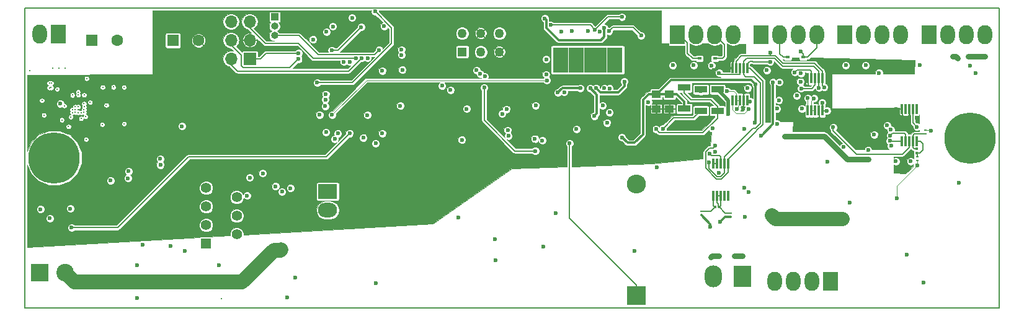
<source format=gbr>
G04 #@! TF.FileFunction,Copper,L6,Bot,Signal*
%FSLAX46Y46*%
G04 Gerber Fmt 4.6, Leading zero omitted, Abs format (unit mm)*
G04 Created by KiCad (PCBNEW 4.0.7) date 06/06/18 14:18:26*
%MOMM*%
%LPD*%
G01*
G04 APERTURE LIST*
%ADD10C,0.100000*%
%ADD11C,0.150000*%
%ADD12R,1.600000X1.600000*%
%ADD13C,1.600000*%
%ADD14R,0.300000X0.350000*%
%ADD15R,1.250000X1.000000*%
%ADD16R,0.350000X0.300000*%
%ADD17R,2.600000X2.600000*%
%ADD18O,2.600000X2.600000*%
%ADD19R,0.300000X1.450000*%
%ADD20C,7.000000*%
%ADD21R,1.700000X1.700000*%
%ADD22O,1.700000X1.700000*%
%ADD23R,1.000000X1.000000*%
%ADD24O,1.000000X1.000000*%
%ADD25R,2.350000X3.000000*%
%ADD26O,2.350000X3.000000*%
%ADD27C,1.270000*%
%ADD28R,1.270000X1.270000*%
%ADD29R,2.000000X2.600000*%
%ADD30O,2.000000X2.600000*%
%ADD31R,0.430000X0.280000*%
%ADD32R,1.700000X0.900000*%
%ADD33R,1.397000X1.397000*%
%ADD34C,1.397000*%
%ADD35R,1.100000X0.890000*%
%ADD36R,2.600000X2.000000*%
%ADD37O,2.600000X2.000000*%
%ADD38C,2.400000*%
%ADD39R,2.400000X2.400000*%
%ADD40R,0.600000X0.450000*%
%ADD41C,0.600000*%
%ADD42C,0.300000*%
%ADD43C,0.200000*%
%ADD44C,0.200000*%
%ADD45C,0.800000*%
%ADD46C,0.300000*%
%ADD47C,0.500000*%
%ADD48C,1.960000*%
%ADD49C,2.000000*%
G04 APERTURE END LIST*
D10*
D11*
X25000000Y-164000000D02*
X25000000Y-123000000D01*
X158000000Y-164000000D02*
X25000000Y-164000000D01*
X158000000Y-123000000D02*
X158000000Y-164000000D01*
X25000000Y-123000000D02*
X158000000Y-123000000D01*
D12*
X45200000Y-127450000D03*
D13*
X48700000Y-127450000D03*
D14*
X119220000Y-150210000D03*
X119780000Y-150210000D03*
D12*
X34100000Y-127450000D03*
D13*
X37600000Y-127450000D03*
D15*
X111180000Y-134800000D03*
X111180000Y-136800000D03*
X112980000Y-134800000D03*
X112980000Y-136800000D03*
D16*
X146740000Y-142280000D03*
X146740000Y-142840000D03*
D17*
X108490000Y-162350000D03*
D18*
X108490000Y-147110000D03*
D19*
X118960000Y-144300000D03*
X119460000Y-144300000D03*
X119960000Y-144300000D03*
X120460000Y-144300000D03*
X120960000Y-144300000D03*
X120960000Y-148700000D03*
X120460000Y-148700000D03*
X119960000Y-148700000D03*
X119460000Y-148700000D03*
X118960000Y-148700000D03*
X121580000Y-131200000D03*
X122080000Y-131200000D03*
X122580000Y-131200000D03*
X123080000Y-131200000D03*
X123580000Y-131200000D03*
X123580000Y-135600000D03*
X123080000Y-135600000D03*
X122580000Y-135600000D03*
X122080000Y-135600000D03*
X121580000Y-135600000D03*
X131870000Y-132610000D03*
X132370000Y-132610000D03*
X132870000Y-132610000D03*
X133370000Y-132610000D03*
X133870000Y-132610000D03*
X133870000Y-137010000D03*
X133370000Y-137010000D03*
X132870000Y-137010000D03*
X132370000Y-137010000D03*
X131870000Y-137010000D03*
D20*
X154010000Y-140810000D03*
D21*
X55690000Y-129950000D03*
D22*
X53150000Y-129950000D03*
X55690000Y-127410000D03*
X53150000Y-127410000D03*
X55690000Y-124870000D03*
X53150000Y-124870000D03*
D23*
X59090000Y-124250000D03*
D24*
X59090000Y-125520000D03*
X59090000Y-126790000D03*
D25*
X122950000Y-159700000D03*
D26*
X118990000Y-159700000D03*
D27*
X84690000Y-126480000D03*
X87230000Y-126480000D03*
X89770000Y-126480000D03*
D28*
X84690000Y-129020000D03*
D27*
X87230000Y-129020000D03*
X89770000Y-129020000D03*
D29*
X125520000Y-126650000D03*
D30*
X128060000Y-126650000D03*
X130600000Y-126650000D03*
X133140000Y-126650000D03*
D29*
X114080000Y-126650000D03*
D30*
X116620000Y-126650000D03*
X119160000Y-126650000D03*
X121700000Y-126650000D03*
D29*
X136950000Y-126650000D03*
D30*
X139490000Y-126650000D03*
X142030000Y-126650000D03*
X144570000Y-126650000D03*
D29*
X148400000Y-126650000D03*
D30*
X150940000Y-126650000D03*
X153480000Y-126650000D03*
X156020000Y-126650000D03*
D31*
X117330000Y-150810000D03*
X117330000Y-151330000D03*
X121330000Y-151030000D03*
X121330000Y-151550000D03*
D32*
X119520000Y-137050000D03*
X119520000Y-134150000D03*
X117260000Y-137050000D03*
X117260000Y-134150000D03*
X115010000Y-133880000D03*
X115010000Y-136780000D03*
D31*
X146780000Y-143880000D03*
X146780000Y-143360000D03*
X147910000Y-139720000D03*
X147910000Y-140240000D03*
D33*
X49724000Y-155220000D03*
D34*
X53915000Y-153950000D03*
X49724000Y-152680000D03*
X53915000Y-151410000D03*
X49724000Y-150140000D03*
X53915000Y-148870000D03*
X49724000Y-147600000D03*
D35*
X106045000Y-131385000D03*
X106045000Y-130535000D03*
X106045000Y-128835000D03*
X106045000Y-129685000D03*
X104988750Y-129685000D03*
X104988750Y-128835000D03*
X104988750Y-130535000D03*
X104988750Y-131385000D03*
X103932500Y-131385000D03*
X103932500Y-130535000D03*
X103932500Y-128835000D03*
X103932500Y-129685000D03*
X102876250Y-129685000D03*
X102876250Y-128835000D03*
X102876250Y-130535000D03*
X102876250Y-131385000D03*
X101820000Y-131385000D03*
X101820000Y-130535000D03*
X101820000Y-128835000D03*
X101820000Y-129685000D03*
X100763750Y-129685000D03*
X100763750Y-128835000D03*
X100763750Y-130535000D03*
X100763750Y-131385000D03*
X99707500Y-131385000D03*
X99707500Y-130535000D03*
X99707500Y-128835000D03*
X99707500Y-129685000D03*
X98651250Y-129685000D03*
X98651250Y-128835000D03*
X98651250Y-130535000D03*
X98651250Y-131385000D03*
X97595000Y-131385000D03*
X97595000Y-130535000D03*
X97595000Y-128835000D03*
X97595000Y-129685000D03*
D19*
X146710000Y-141200000D03*
X146210000Y-141200000D03*
X145710000Y-141200000D03*
X145210000Y-141200000D03*
X144710000Y-141200000D03*
X144710000Y-136800000D03*
X145210000Y-136800000D03*
X145710000Y-136800000D03*
X146210000Y-136800000D03*
X146710000Y-136800000D03*
D20*
X29000000Y-143500000D03*
D36*
X66330000Y-148100000D03*
D37*
X66330000Y-150640000D03*
D29*
X29550000Y-126600000D03*
D30*
X27010000Y-126600000D03*
D38*
X30500000Y-159200000D03*
D39*
X27000000Y-159200000D03*
D40*
X119180000Y-129910000D03*
X117080000Y-129910000D03*
X151620000Y-129600000D03*
X153720000Y-129600000D03*
X129130000Y-129720000D03*
X131230000Y-129720000D03*
X121830000Y-156910000D03*
X119730000Y-156910000D03*
D29*
X134950000Y-160350000D03*
D30*
X132410000Y-160350000D03*
X129870000Y-160350000D03*
X127330000Y-160350000D03*
D41*
X117260000Y-134399999D03*
D42*
X120960000Y-148610000D03*
D41*
X87680000Y-133900000D03*
X94670000Y-142550000D03*
X126248909Y-131521091D03*
X123975028Y-135790010D03*
X134480000Y-137070000D03*
X146740000Y-139240000D03*
X143876446Y-143973554D03*
X140120000Y-142450000D03*
X133830000Y-135950000D03*
X130070000Y-131800000D03*
X36680000Y-146600000D03*
X43520000Y-144450000D03*
X57460000Y-145630000D03*
X61230000Y-147640000D03*
X71200000Y-140740000D03*
X72875860Y-141510000D03*
X73788316Y-140129999D03*
X83100000Y-134210000D03*
X74020000Y-125490000D03*
X69670000Y-124340000D03*
X67040000Y-125530000D03*
X119004779Y-131524908D03*
X109680000Y-142680000D03*
X112825002Y-138050000D03*
X111250000Y-144743658D03*
D42*
X120460000Y-148700000D03*
X119460000Y-144300000D03*
D41*
X123020000Y-136640000D03*
X121200000Y-131250000D03*
X129480000Y-133059999D03*
X146710000Y-138050000D03*
X145040000Y-144670000D03*
X143960000Y-136820000D03*
X147120000Y-130820000D03*
X154000000Y-130890000D03*
X142520000Y-131670000D03*
X76450000Y-132380000D03*
X77460000Y-133930000D03*
X71740000Y-137670000D03*
X73780000Y-131590000D03*
X66890000Y-128800000D03*
X70910000Y-125610000D03*
X64900000Y-133210000D03*
X72800000Y-123480000D03*
X61930000Y-159850000D03*
X72920000Y-160590000D03*
X99341728Y-141509990D03*
X55700000Y-146190000D03*
X118620000Y-157050000D03*
X90140000Y-137480000D03*
X119890000Y-152200000D03*
X122940000Y-156880000D03*
D43*
X31480000Y-134910000D03*
X25650000Y-131580000D03*
D41*
X44850000Y-155540000D03*
D43*
X51850000Y-162770000D03*
X36110000Y-136300000D03*
X33060000Y-136100000D03*
X32270000Y-134900000D03*
D41*
X119250000Y-142650000D03*
X121030000Y-137480000D03*
X123230000Y-139530000D03*
X156020000Y-129600000D03*
X145390000Y-156730000D03*
X123760000Y-136800000D03*
X123180000Y-147610000D03*
X96170000Y-130030000D03*
X134500000Y-144030000D03*
X123640000Y-133960000D03*
X104100000Y-125750000D03*
X95960000Y-124430000D03*
X96750000Y-125330000D03*
X106480000Y-124220000D03*
X102800000Y-126030000D03*
X106820000Y-133060000D03*
X102960000Y-133980000D03*
X103860000Y-136350000D03*
X98600000Y-134520000D03*
X104820000Y-137290000D03*
X104810000Y-133990000D03*
X152510000Y-146890000D03*
X144050000Y-149060000D03*
X146780000Y-144560000D03*
X102160000Y-133970000D03*
X102720000Y-137760000D03*
X46420000Y-139170000D03*
X27100000Y-150500000D03*
X154810000Y-131920000D03*
X130880000Y-133090000D03*
X87770000Y-132360000D03*
X65970000Y-136420000D03*
X87155891Y-132024014D03*
X141580000Y-131910000D03*
X130930000Y-131950000D03*
X66010000Y-135530000D03*
X86656890Y-131533081D03*
X118710000Y-130890000D03*
X66050686Y-134800686D03*
X113450000Y-130840000D03*
X116280000Y-130850000D03*
X123250000Y-151540000D03*
X108250000Y-156240000D03*
X118550000Y-152930000D03*
X95740000Y-155630000D03*
X152300000Y-129860000D03*
X119250001Y-141850000D03*
X134110000Y-133860000D03*
X143190000Y-139640000D03*
X126750000Y-130360000D03*
X126750000Y-129140000D03*
X94600000Y-140890000D03*
X68540000Y-130390000D03*
X60100000Y-148110000D03*
X39150000Y-145320000D03*
D43*
X32660000Y-138110000D03*
D41*
X98210000Y-126210000D03*
X123770000Y-148190000D03*
X128660000Y-140550000D03*
X140160000Y-143710000D03*
X125520000Y-140470000D03*
X99620000Y-126160000D03*
X127110000Y-133160000D03*
X103510000Y-126220000D03*
X137630000Y-149590000D03*
X101830000Y-126140000D03*
X136730000Y-142020000D03*
X46840000Y-156200000D03*
X31180000Y-150420000D03*
X41080000Y-155400000D03*
X40330000Y-162610000D03*
X135320000Y-139310000D03*
X104080000Y-133980000D03*
X104470000Y-138690000D03*
X109100000Y-126790000D03*
X104730000Y-126190000D03*
X100820000Y-133950000D03*
X97740000Y-134570000D03*
X143060000Y-141160000D03*
X96240000Y-132890000D03*
X66920000Y-137610000D03*
X84670000Y-141050000D03*
X91010000Y-140500000D03*
X89180000Y-154610000D03*
X89210000Y-157520000D03*
X119710000Y-145570000D03*
D43*
X33070000Y-134900000D03*
X33420000Y-132650000D03*
X31260000Y-137900000D03*
X30450000Y-131200000D03*
X28590000Y-133280000D03*
X28580000Y-133900000D03*
X33270000Y-137870000D03*
X28330000Y-133280000D03*
X28330000Y-133920000D03*
X29600000Y-131220000D03*
X28750000Y-131200000D03*
X29390000Y-134110000D03*
D41*
X124660000Y-138720000D03*
X124740000Y-133450000D03*
X106500000Y-140690000D03*
X131850000Y-135330000D03*
X120850000Y-134400000D03*
X122190000Y-136790000D03*
X132720000Y-135370000D03*
X71773646Y-129879990D03*
D43*
X27580000Y-137650000D03*
X31460000Y-137300000D03*
X33340000Y-140970000D03*
X33060000Y-137290000D03*
X31470000Y-136910000D03*
X27320000Y-135650000D03*
X38540000Y-138840000D03*
X33060000Y-136890000D03*
X31870000Y-136900000D03*
X37070000Y-133820000D03*
X32260000Y-134500000D03*
X35610000Y-133840000D03*
X38520000Y-133840000D03*
X32270000Y-137300000D03*
D41*
X111150000Y-139560000D03*
X112090000Y-139530000D03*
X148690000Y-139780000D03*
X81950000Y-133630000D03*
X137050000Y-130840000D03*
X139760000Y-130850000D03*
X118450002Y-142900000D03*
X67730000Y-140160000D03*
X65210000Y-137590000D03*
X119760000Y-131900000D03*
X130960000Y-134010000D03*
X66090000Y-140000000D03*
X62350000Y-129200000D03*
X70950000Y-129880000D03*
X62320000Y-130000000D03*
X70160000Y-129870000D03*
X73330000Y-128760000D03*
X130360000Y-134990000D03*
X76410000Y-129430000D03*
X127928312Y-135626131D03*
X76540000Y-131490000D03*
X100270000Y-139560001D03*
X90740000Y-136830000D03*
X76240000Y-136390000D03*
X145920000Y-143940000D03*
X140910000Y-140300000D03*
X64340000Y-127340000D03*
X43480000Y-143630000D03*
X142692460Y-139047540D03*
X66150000Y-126270000D03*
X29810000Y-136100000D03*
D43*
X32270000Y-136490000D03*
D41*
X67290000Y-140930000D03*
X31370000Y-153030000D03*
X69340000Y-140130000D03*
X143110000Y-140430000D03*
X76400000Y-128700000D03*
X96160000Y-132100000D03*
X110110000Y-135860000D03*
X126900000Y-151290000D03*
X147690000Y-160540000D03*
X136540000Y-151780000D03*
X55313511Y-148660000D03*
D43*
X30041778Y-138308222D03*
X30360000Y-136390000D03*
X30950000Y-139220000D03*
X33080000Y-136510000D03*
X31870000Y-137280000D03*
X31870000Y-136500000D03*
D41*
X97480000Y-151080000D03*
X84180000Y-151660000D03*
X59930000Y-156070000D03*
X118407773Y-144078886D03*
X133380000Y-133920000D03*
X143250000Y-141860000D03*
X95630000Y-141140000D03*
X69340000Y-130380000D03*
X59200000Y-147400000D03*
X39060000Y-146270000D03*
D43*
X32660000Y-137310000D03*
D41*
X118838554Y-139468554D03*
X127660000Y-138830000D03*
X131060002Y-136765002D03*
X127670000Y-136780000D03*
X128000000Y-133160001D03*
X130930000Y-128980000D03*
X85300000Y-136790000D03*
X94730000Y-136330000D03*
X90900000Y-139710000D03*
D43*
X33890000Y-135900000D03*
X35540000Y-138940000D03*
D41*
X28410000Y-151760000D03*
X60830000Y-162600000D03*
X51500000Y-158130000D03*
X40300000Y-158200000D03*
D44*
X94670000Y-142550000D02*
X91844574Y-142550000D01*
X91844574Y-142550000D02*
X87680000Y-138385426D01*
X87680000Y-138385426D02*
X87680000Y-133900000D01*
X123580000Y-135600000D02*
X123785018Y-135600000D01*
X123785018Y-135600000D02*
X123975028Y-135790010D01*
X134480000Y-137070000D02*
X133930000Y-137070000D01*
X133930000Y-137070000D02*
X133870000Y-137010000D01*
X146210000Y-136800000D02*
X146210000Y-138710000D01*
X146210000Y-138710000D02*
X146740000Y-139240000D01*
X133830000Y-135950000D02*
X133830000Y-136970000D01*
X133830000Y-136970000D02*
X133870000Y-137010000D01*
X132370000Y-132610000D02*
X132369999Y-131684999D01*
X132369999Y-131684999D02*
X132134999Y-131449999D01*
X132134999Y-131449999D02*
X130420001Y-131449999D01*
X130420001Y-131449999D02*
X130070000Y-131800000D01*
X119004779Y-131524908D02*
X119429043Y-131524908D01*
X119429043Y-131524908D02*
X119703951Y-131250000D01*
X119703951Y-131250000D02*
X120765738Y-131250000D01*
X120765738Y-131250000D02*
X121200000Y-131250000D01*
X121580000Y-131200000D02*
X121250000Y-131200000D01*
X121250000Y-131200000D02*
X121200000Y-131250000D01*
X109680000Y-142680000D02*
X110649999Y-141710001D01*
X110649999Y-141710001D02*
X110649999Y-139319999D01*
X110649999Y-139319999D02*
X111919998Y-138050000D01*
X111919998Y-138050000D02*
X112400738Y-138050000D01*
X112400738Y-138050000D02*
X112825002Y-138050000D01*
X112980000Y-136800000D02*
X112980000Y-137895002D01*
X112980000Y-137895002D02*
X112825002Y-138050000D01*
X119460000Y-144300000D02*
X118960000Y-144300000D01*
X123080000Y-135600000D02*
X123080000Y-136580000D01*
X123080000Y-136580000D02*
X123020000Y-136640000D01*
X121250000Y-131200000D02*
X121200000Y-131250000D01*
X131870000Y-132610000D02*
X131520000Y-132610000D01*
X131520000Y-132610000D02*
X131499999Y-132589999D01*
X131499999Y-132589999D02*
X129950000Y-132589999D01*
X129950000Y-132589999D02*
X129480000Y-133059999D01*
X143960000Y-136820000D02*
X144690000Y-136820000D01*
X144690000Y-136820000D02*
X144710000Y-136800000D01*
X67720000Y-128800000D02*
X66890000Y-128800000D01*
X70910000Y-125610000D02*
X67720000Y-128800000D01*
X69720000Y-133210000D02*
X64900000Y-133210000D01*
X75050000Y-127880000D02*
X69720000Y-133210000D01*
X75050000Y-125730000D02*
X75050000Y-127880000D01*
X72800000Y-123480000D02*
X75050000Y-125730000D01*
X108490000Y-160850000D02*
X99341728Y-151701728D01*
X99341728Y-141934254D02*
X99341728Y-141509990D01*
X108490000Y-162350000D02*
X108490000Y-160850000D01*
X99341728Y-151701728D02*
X99341728Y-141934254D01*
D45*
X118760000Y-156910000D02*
X119730000Y-156910000D01*
X118620000Y-157050000D02*
X118760000Y-156910000D01*
D46*
X120540000Y-151550000D02*
X121330000Y-151550000D01*
X119890000Y-152200000D02*
X120540000Y-151550000D01*
D45*
X121830000Y-156910000D02*
X122910000Y-156910000D01*
X122910000Y-156910000D02*
X122940000Y-156880000D01*
D47*
X119520000Y-134150000D02*
X121030000Y-135660000D01*
X121030000Y-135660000D02*
X121030000Y-137480000D01*
D45*
X153720000Y-129600000D02*
X156020000Y-129600000D01*
D10*
X121580000Y-136900000D02*
X121580000Y-135600000D01*
X122070000Y-137390000D02*
X121580000Y-136900000D01*
X123170000Y-137390000D02*
X122070000Y-137390000D01*
X123760000Y-136800000D02*
X123170000Y-137390000D01*
D46*
X104100000Y-126940000D02*
X104100000Y-125750000D01*
X103650000Y-127390000D02*
X104100000Y-126940000D01*
X97840000Y-127390000D02*
X103650000Y-127390000D01*
X96160000Y-125710000D02*
X97840000Y-127390000D01*
X96160000Y-124630000D02*
X96160000Y-125710000D01*
X95960000Y-124430000D02*
X96160000Y-124630000D01*
D44*
X102800000Y-126030000D02*
X102800000Y-125960000D01*
X102170000Y-125330000D02*
X96750000Y-125330000D01*
X102800000Y-125960000D02*
X102170000Y-125330000D01*
X104610000Y-124220000D02*
X106480000Y-124220000D01*
X102800000Y-126030000D02*
X104610000Y-124220000D01*
D46*
X106820000Y-133730000D02*
X106820000Y-133060000D01*
X106000000Y-134550000D02*
X106820000Y-133730000D01*
X103530000Y-134550000D02*
X106000000Y-134550000D01*
X102960000Y-133980000D02*
X103530000Y-134550000D01*
D10*
X144050000Y-149060000D02*
X144050000Y-147290000D01*
X144050000Y-147290000D02*
X146780000Y-144560000D01*
X146780000Y-144560000D02*
X146780000Y-143880000D01*
D46*
X103060000Y-134870000D02*
X102160000Y-133970000D01*
X103060000Y-137420000D02*
X103060000Y-134870000D01*
X102720000Y-137760000D02*
X103060000Y-137420000D01*
X118550000Y-152930000D02*
X118550000Y-152550000D01*
X118550000Y-152550000D02*
X117330000Y-151330000D01*
D44*
X119180000Y-129910000D02*
X120220000Y-129910000D01*
X120510000Y-128000000D02*
X119160000Y-126650000D01*
X120510000Y-129620000D02*
X120510000Y-128000000D01*
X120220000Y-129910000D02*
X120510000Y-129620000D01*
D45*
X151620000Y-129600000D02*
X152040000Y-129600000D01*
X152040000Y-129600000D02*
X152300000Y-129860000D01*
D44*
X129130000Y-129720000D02*
X128500000Y-129720000D01*
X128060000Y-129280000D02*
X128060000Y-126650000D01*
X128500000Y-129720000D02*
X128060000Y-129280000D01*
X119250001Y-141850000D02*
X118950002Y-142149999D01*
X118950002Y-142149999D02*
X118460001Y-142149999D01*
X118460001Y-142149999D02*
X117907772Y-142702228D01*
X117907772Y-142702228D02*
X117907772Y-144907052D01*
X117907772Y-144907052D02*
X119370731Y-146370011D01*
X119370731Y-146370011D02*
X120074270Y-146370010D01*
X120074270Y-146370010D02*
X120960000Y-145484280D01*
X120960000Y-145484280D02*
X120960000Y-145225000D01*
X120960000Y-145225000D02*
X120960000Y-144300000D01*
X133870000Y-132610000D02*
X133870000Y-133620000D01*
X133870000Y-133620000D02*
X134110000Y-133860000D01*
X143190000Y-139640000D02*
X143210000Y-139640000D01*
X126750000Y-130360000D02*
X124420000Y-130360000D01*
X124420000Y-130360000D02*
X124335000Y-130275000D01*
X124335000Y-130275000D02*
X123930000Y-130275000D01*
X123930000Y-130275000D02*
X123580000Y-130625000D01*
X123580000Y-130625000D02*
X123580000Y-131200000D01*
X126750000Y-129559990D02*
X122795010Y-129559990D01*
X127464268Y-129559990D02*
X126750000Y-129559990D01*
X126750000Y-129559990D02*
X126750000Y-129140000D01*
X132765000Y-130580000D02*
X128484278Y-130580000D01*
X122080000Y-130275000D02*
X122080000Y-131200000D01*
X128484278Y-130580000D02*
X127464268Y-129559990D01*
X122795010Y-129559990D02*
X122080000Y-130275000D01*
X133870000Y-132610000D02*
X133870000Y-131685000D01*
X133870000Y-131685000D02*
X132765000Y-130580000D01*
X120960000Y-143725000D02*
X120960000Y-144300000D01*
X124840000Y-139800000D02*
X124840000Y-139845000D01*
X124840000Y-139845000D02*
X120960000Y-143725000D01*
X125710000Y-138930000D02*
X124840000Y-139800000D01*
X125710000Y-132980000D02*
X125710000Y-138930000D01*
X123580000Y-131200000D02*
X123930000Y-131200000D01*
X123930000Y-131200000D02*
X125710000Y-132980000D01*
D45*
X140160000Y-143710000D02*
X137235998Y-143710000D01*
X137235998Y-143710000D02*
X134075998Y-140550000D01*
X134075998Y-140550000D02*
X128660000Y-140550000D01*
D46*
X125520000Y-140470000D02*
X125530000Y-140470000D01*
X127110000Y-138890000D02*
X127110000Y-133160000D01*
X125530000Y-140470000D02*
X127110000Y-138890000D01*
D44*
X145710000Y-141200000D02*
X145710000Y-142060000D01*
X135320000Y-139790000D02*
X135320000Y-139310000D01*
X138500000Y-142970000D02*
X135320000Y-139790000D01*
X144800000Y-142970000D02*
X138500000Y-142970000D01*
X145710000Y-142060000D02*
X144800000Y-142970000D01*
X108000000Y-125690000D02*
X109100000Y-126790000D01*
X105230000Y-125690000D02*
X108000000Y-125690000D01*
X104730000Y-126190000D02*
X105230000Y-125690000D01*
D46*
X98360000Y-133950000D02*
X100820000Y-133950000D01*
X97740000Y-134570000D02*
X98360000Y-133950000D01*
D44*
X144710000Y-141200000D02*
X143100000Y-141200000D01*
X143100000Y-141200000D02*
X143060000Y-141160000D01*
D10*
X71620000Y-132910000D02*
X66920000Y-137610000D01*
X96220000Y-132910000D02*
X71620000Y-132910000D01*
X96240000Y-132890000D02*
X96220000Y-132910000D01*
D44*
X119220000Y-150210000D02*
X119120000Y-150210000D01*
X119120000Y-150210000D02*
X118960000Y-150050000D01*
X118960000Y-150050000D02*
X118960000Y-148700000D01*
X117330000Y-150810000D02*
X118620000Y-150810000D01*
X118620000Y-150810000D02*
X119220000Y-150210000D01*
X119600000Y-150210000D02*
X119600000Y-149765000D01*
X119600000Y-149765000D02*
X119460000Y-149625000D01*
X119460000Y-149625000D02*
X119460000Y-148700000D01*
X119780000Y-150210000D02*
X119600000Y-150210000D01*
X119960000Y-148700000D02*
X119960000Y-150030000D01*
X119960000Y-150030000D02*
X119780000Y-150210000D01*
X119460000Y-148700000D02*
X119960000Y-148700000D01*
X121330000Y-151030000D02*
X120600000Y-151030000D01*
X120600000Y-151030000D02*
X119780000Y-150210000D01*
D46*
X124740000Y-133450000D02*
X124740000Y-138640000D01*
X124740000Y-138640000D02*
X124660000Y-138720000D01*
X110300000Y-134800000D02*
X111290000Y-134800000D01*
X111290000Y-134800000D02*
X113220000Y-132870000D01*
X124160000Y-132870000D02*
X124740000Y-133450000D01*
X113220000Y-132870000D02*
X124160000Y-132870000D01*
X112980000Y-134800000D02*
X114000000Y-134800000D01*
X115010000Y-135810000D02*
X115010000Y-136780000D01*
X114000000Y-134800000D02*
X115010000Y-135810000D01*
X111180000Y-134800000D02*
X112980000Y-134800000D01*
X110160000Y-134800000D02*
X110300000Y-134800000D01*
X110300000Y-134800000D02*
X111180000Y-134800000D01*
X109370000Y-135590000D02*
X110160000Y-134800000D01*
X109370000Y-140260000D02*
X109370000Y-135590000D01*
X108200000Y-141430000D02*
X109370000Y-140260000D01*
X107240000Y-141430000D02*
X108200000Y-141430000D01*
X106500000Y-140690000D02*
X107240000Y-141430000D01*
D10*
X131870000Y-135350000D02*
X131870000Y-137010000D01*
X131850000Y-135330000D02*
X131870000Y-135350000D01*
D44*
X147910000Y-140240000D02*
X146400000Y-140240000D01*
X146210000Y-140430000D02*
X146210000Y-141200000D01*
X146400000Y-140240000D02*
X146210000Y-140430000D01*
X146740000Y-142280000D02*
X146410000Y-142280000D01*
X146210000Y-142080000D02*
X146210000Y-141200000D01*
X146410000Y-142280000D02*
X146210000Y-142080000D01*
X146740000Y-142840000D02*
X147160000Y-142840000D01*
X147210000Y-141200000D02*
X146710000Y-141200000D01*
X147610000Y-141600000D02*
X147210000Y-141200000D01*
X147610000Y-142390000D02*
X147610000Y-141600000D01*
X147160000Y-142840000D02*
X147610000Y-142390000D01*
X146780000Y-143360000D02*
X146780000Y-142880000D01*
X146780000Y-142880000D02*
X146740000Y-142840000D01*
D10*
X122080000Y-135600000D02*
X122080000Y-134720000D01*
X121760000Y-134400000D02*
X120850000Y-134400000D01*
X122080000Y-134720000D02*
X121760000Y-134400000D01*
X122580000Y-135600000D02*
X122080000Y-135600000D01*
X122260000Y-136720000D02*
X122580000Y-135600000D01*
X122190000Y-136790000D02*
X122260000Y-136720000D01*
X132370000Y-137010000D02*
X132870000Y-137010000D01*
X132370000Y-135720000D02*
X132370000Y-137010000D01*
X132720000Y-135370000D02*
X132370000Y-135720000D01*
D44*
X119520000Y-137050000D02*
X119520000Y-136450000D01*
X115010000Y-134630000D02*
X115010000Y-133880000D01*
X115940000Y-135560000D02*
X115010000Y-134630000D01*
X118630000Y-135560000D02*
X115940000Y-135560000D01*
X119520000Y-136450000D02*
X118630000Y-135560000D01*
X119520000Y-138080000D02*
X119520000Y-137050000D01*
X117560000Y-140040000D02*
X119520000Y-138080000D01*
X111630000Y-140040000D02*
X117560000Y-140040000D01*
X111150000Y-139560000D02*
X111630000Y-140040000D01*
X116270000Y-138040000D02*
X117260000Y-137050000D01*
X113580000Y-138040000D02*
X116270000Y-138040000D01*
X112090000Y-139530000D02*
X113580000Y-138040000D01*
D10*
X148630000Y-139720000D02*
X147910000Y-139720000D01*
X148690000Y-139780000D02*
X148630000Y-139720000D01*
D44*
X118450002Y-142900000D02*
X118750001Y-143199999D01*
X118750001Y-143199999D02*
X119784999Y-143199999D01*
X119784999Y-143199999D02*
X119960000Y-143375000D01*
X119960000Y-143375000D02*
X119960000Y-144300000D01*
X122580000Y-131200000D02*
X122579999Y-132125001D01*
X122579999Y-132125001D02*
X119985001Y-132125001D01*
X119985001Y-132125001D02*
X119760000Y-131900000D01*
X130960000Y-134010000D02*
X132395000Y-134010000D01*
X132395000Y-134010000D02*
X132870000Y-133535000D01*
X132870000Y-133535000D02*
X132870000Y-132610000D01*
X55690000Y-129950000D02*
X57130000Y-129950000D01*
X57880000Y-129200000D02*
X62350000Y-129200000D01*
X57130000Y-129950000D02*
X57880000Y-129200000D01*
X53150000Y-129950000D02*
X53150000Y-130780000D01*
X53150000Y-130780000D02*
X54000000Y-131630000D01*
X54000000Y-131630000D02*
X69200000Y-131630000D01*
X69200000Y-131630000D02*
X70950000Y-129880000D01*
X53150000Y-127410000D02*
X53150000Y-128100000D01*
X53150000Y-128100000D02*
X54500000Y-129450000D01*
X54500000Y-129450000D02*
X54500000Y-130860000D01*
X54500000Y-130860000D02*
X54800000Y-131160000D01*
X54800000Y-131160000D02*
X61160000Y-131160000D01*
X61160000Y-131160000D02*
X62320000Y-130000000D01*
X55690000Y-124870000D02*
X55690000Y-125760000D01*
X64330000Y-129870000D02*
X70160000Y-129870000D01*
X62340000Y-127880000D02*
X64330000Y-129870000D01*
X57810000Y-127880000D02*
X62340000Y-127880000D01*
X55690000Y-125760000D02*
X57810000Y-127880000D01*
X62440000Y-126790000D02*
X59090000Y-126790000D01*
X65010000Y-129360000D02*
X62440000Y-126790000D01*
X72730000Y-129360000D02*
X65010000Y-129360000D01*
X73330000Y-128760000D02*
X72730000Y-129360000D01*
X37670000Y-153030000D02*
X31370000Y-153030000D01*
X47360000Y-143340000D02*
X37670000Y-153030000D01*
X66130000Y-143340000D02*
X47360000Y-143340000D01*
X69340000Y-140130000D02*
X66130000Y-143340000D01*
X143110000Y-140430000D02*
X143409999Y-140130001D01*
X143409999Y-140130001D02*
X145065001Y-140130001D01*
X145065001Y-140130001D02*
X145210000Y-140275000D01*
X145210000Y-140275000D02*
X145210000Y-141200000D01*
D48*
X136540000Y-151780000D02*
X127390000Y-151780000D01*
X127390000Y-151780000D02*
X126900000Y-151290000D01*
D49*
X59870000Y-156130000D02*
X58980000Y-156130000D01*
X58980000Y-156130000D02*
X54650000Y-160460000D01*
X54650000Y-160460000D02*
X31760000Y-160460000D01*
X30500000Y-159200000D02*
X31760000Y-160460000D01*
X59930000Y-156070000D02*
X59870000Y-156130000D01*
D44*
X118407773Y-144078886D02*
X118407773Y-144982775D01*
X118407773Y-144982775D02*
X119494999Y-146070001D01*
X120460000Y-145560002D02*
X120460000Y-145225000D01*
X119494999Y-146070001D02*
X119950001Y-146070001D01*
X119950001Y-146070001D02*
X120460000Y-145560002D01*
X120460000Y-145225000D02*
X120460000Y-144300000D01*
X133370000Y-132610000D02*
X133370000Y-133910000D01*
X133370000Y-133910000D02*
X133380000Y-133920000D01*
X128460000Y-130980000D02*
X132665000Y-130980000D01*
X132665000Y-130980000D02*
X133370000Y-131685000D01*
X133370000Y-131685000D02*
X133370000Y-132610000D01*
X127340000Y-129860000D02*
X128460000Y-130980000D01*
X123495000Y-129860000D02*
X127340000Y-129860000D01*
X123080000Y-131200000D02*
X123080001Y-130274999D01*
X123080001Y-130274999D02*
X123495000Y-129860000D01*
X124520000Y-132390000D02*
X123345000Y-132390000D01*
X123345000Y-132390000D02*
X123080000Y-132125000D01*
X123080000Y-132125000D02*
X123080000Y-131200000D01*
X125370000Y-133240000D02*
X124520000Y-132390000D01*
X125370000Y-138800000D02*
X125370000Y-133240000D01*
X124710000Y-139460000D02*
X125370000Y-138800000D01*
X124375000Y-139460000D02*
X124710000Y-139460000D01*
X120460000Y-144300000D02*
X120460000Y-143375000D01*
X120460000Y-143375000D02*
X124375000Y-139460000D01*
X131230000Y-129720000D02*
X131230000Y-129280000D01*
X131230000Y-129280000D02*
X130930000Y-128980000D01*
X131230000Y-129720000D02*
X131860000Y-129720000D01*
X133140000Y-128440000D02*
X133140000Y-126650000D01*
X131860000Y-129720000D02*
X133140000Y-128440000D01*
X114080000Y-126650000D02*
X114280000Y-126650000D01*
X114280000Y-126650000D02*
X115420000Y-127790000D01*
X116140000Y-129910000D02*
X117080000Y-129910000D01*
X115420000Y-129190000D02*
X116140000Y-129910000D01*
X115420000Y-127790000D02*
X115420000Y-129190000D01*
D10*
G36*
X72250096Y-123370118D02*
X72249905Y-123588922D01*
X72333461Y-123791143D01*
X72488043Y-123945995D01*
X72690118Y-124029904D01*
X72855074Y-124030048D01*
X73807661Y-124982636D01*
X73708857Y-125023461D01*
X73554005Y-125178043D01*
X73470096Y-125380118D01*
X73469905Y-125598922D01*
X73553461Y-125801143D01*
X73708043Y-125955995D01*
X73910118Y-126039904D01*
X74128922Y-126040095D01*
X74331143Y-125956539D01*
X74485995Y-125801957D01*
X74527361Y-125702336D01*
X74700000Y-125874975D01*
X74700000Y-127735025D01*
X73851983Y-128583042D01*
X73796539Y-128448857D01*
X73641957Y-128294005D01*
X73439882Y-128210096D01*
X73221078Y-128209905D01*
X73018857Y-128293461D01*
X72864005Y-128448043D01*
X72780096Y-128650118D01*
X72779952Y-128815074D01*
X72585026Y-129010000D01*
X68004974Y-129010000D01*
X70855023Y-126159952D01*
X71018922Y-126160095D01*
X71221143Y-126076539D01*
X71375995Y-125921957D01*
X71459904Y-125719882D01*
X71460095Y-125501078D01*
X71376539Y-125298857D01*
X71221957Y-125144005D01*
X71019882Y-125060096D01*
X70801078Y-125059905D01*
X70598857Y-125143461D01*
X70444005Y-125298043D01*
X70360096Y-125500118D01*
X70359952Y-125665073D01*
X67575026Y-128450000D01*
X67317750Y-128450000D01*
X67201957Y-128334005D01*
X66999882Y-128250096D01*
X66781078Y-128249905D01*
X66578857Y-128333461D01*
X66424005Y-128488043D01*
X66340096Y-128690118D01*
X66339905Y-128908922D01*
X66381670Y-129010000D01*
X65154974Y-129010000D01*
X63593896Y-127448922D01*
X63789905Y-127448922D01*
X63873461Y-127651143D01*
X64028043Y-127805995D01*
X64230118Y-127889904D01*
X64448922Y-127890095D01*
X64651143Y-127806539D01*
X64805995Y-127651957D01*
X64889904Y-127449882D01*
X64890095Y-127231078D01*
X64806539Y-127028857D01*
X64651957Y-126874005D01*
X64449882Y-126790096D01*
X64231078Y-126789905D01*
X64028857Y-126873461D01*
X63874005Y-127028043D01*
X63790096Y-127230118D01*
X63789905Y-127448922D01*
X63593896Y-127448922D01*
X62687487Y-126542513D01*
X62573939Y-126466642D01*
X62440000Y-126440000D01*
X59755516Y-126440000D01*
X59714705Y-126378922D01*
X65599905Y-126378922D01*
X65683461Y-126581143D01*
X65838043Y-126735995D01*
X66040118Y-126819904D01*
X66258922Y-126820095D01*
X66461143Y-126736539D01*
X66615995Y-126581957D01*
X66699904Y-126379882D01*
X66700095Y-126161078D01*
X66616539Y-125958857D01*
X66461957Y-125804005D01*
X66259882Y-125720096D01*
X66041078Y-125719905D01*
X65838857Y-125803461D01*
X65684005Y-125958043D01*
X65600096Y-126160118D01*
X65599905Y-126378922D01*
X59714705Y-126378922D01*
X59635023Y-126259670D01*
X59478374Y-126155000D01*
X59635023Y-126050330D01*
X59797603Y-125807013D01*
X59831038Y-125638922D01*
X66489905Y-125638922D01*
X66573461Y-125841143D01*
X66728043Y-125995995D01*
X66930118Y-126079904D01*
X67148922Y-126080095D01*
X67351143Y-125996539D01*
X67505995Y-125841957D01*
X67589904Y-125639882D01*
X67590095Y-125421078D01*
X67506539Y-125218857D01*
X67351957Y-125064005D01*
X67149882Y-124980096D01*
X66931078Y-124979905D01*
X66728857Y-125063461D01*
X66574005Y-125218043D01*
X66490096Y-125420118D01*
X66489905Y-125638922D01*
X59831038Y-125638922D01*
X59854693Y-125520000D01*
X59797603Y-125232987D01*
X59639033Y-124995671D01*
X59682644Y-124987465D01*
X59767732Y-124932712D01*
X59824815Y-124849169D01*
X59844897Y-124750000D01*
X59844897Y-124448922D01*
X69119905Y-124448922D01*
X69203461Y-124651143D01*
X69358043Y-124805995D01*
X69560118Y-124889904D01*
X69778922Y-124890095D01*
X69981143Y-124806539D01*
X70135995Y-124651957D01*
X70219904Y-124449882D01*
X70220095Y-124231078D01*
X70136539Y-124028857D01*
X69981957Y-123874005D01*
X69779882Y-123790096D01*
X69561078Y-123789905D01*
X69358857Y-123873461D01*
X69204005Y-124028043D01*
X69120096Y-124230118D01*
X69119905Y-124448922D01*
X59844897Y-124448922D01*
X59844897Y-123750000D01*
X59827465Y-123657356D01*
X59772712Y-123572268D01*
X59689169Y-123515185D01*
X59590000Y-123495103D01*
X58590000Y-123495103D01*
X58497356Y-123512535D01*
X58412268Y-123567288D01*
X58355185Y-123650831D01*
X58335103Y-123750000D01*
X58335103Y-124750000D01*
X58352535Y-124842644D01*
X58407288Y-124927732D01*
X58490831Y-124984815D01*
X58541381Y-124995052D01*
X58382397Y-125232987D01*
X58325307Y-125520000D01*
X58382397Y-125807013D01*
X58544977Y-126050330D01*
X58701626Y-126155000D01*
X58544977Y-126259670D01*
X58382397Y-126502987D01*
X58325307Y-126790000D01*
X58382397Y-127077013D01*
X58544977Y-127320330D01*
X58788294Y-127482910D01*
X59025033Y-127530000D01*
X57954975Y-127530000D01*
X56239648Y-125814674D01*
X56489367Y-125647817D01*
X56727817Y-125290952D01*
X56811550Y-124870000D01*
X56727817Y-124449048D01*
X56489367Y-124092183D01*
X56132502Y-123853733D01*
X55711550Y-123770000D01*
X55668450Y-123770000D01*
X55247498Y-123853733D01*
X54890633Y-124092183D01*
X54652183Y-124449048D01*
X54568450Y-124870000D01*
X54652183Y-125290952D01*
X54890633Y-125647817D01*
X55247498Y-125886267D01*
X55378993Y-125912423D01*
X55442513Y-126007487D01*
X55861043Y-126426018D01*
X55740000Y-126441233D01*
X55740000Y-127360000D01*
X56658710Y-127360000D01*
X56673967Y-127238942D01*
X57562513Y-128127488D01*
X57676061Y-128203358D01*
X57810000Y-128230000D01*
X62195026Y-128230000D01*
X64082513Y-130117487D01*
X64196061Y-130193358D01*
X64330000Y-130220000D01*
X68015059Y-130220000D01*
X67990096Y-130280118D01*
X67989905Y-130498922D01*
X68073461Y-130701143D01*
X68228043Y-130855995D01*
X68430118Y-130939904D01*
X68648922Y-130940095D01*
X68851143Y-130856539D01*
X68945019Y-130762826D01*
X69028043Y-130845995D01*
X69230118Y-130929904D01*
X69404969Y-130930057D01*
X69055026Y-131280000D01*
X61534974Y-131280000D01*
X62265023Y-130549952D01*
X62428922Y-130550095D01*
X62631143Y-130466539D01*
X62785995Y-130311957D01*
X62869904Y-130109882D01*
X62870095Y-129891078D01*
X62786539Y-129688857D01*
X62712791Y-129614981D01*
X62815995Y-129511957D01*
X62899904Y-129309882D01*
X62900095Y-129091078D01*
X62816539Y-128888857D01*
X62661957Y-128734005D01*
X62459882Y-128650096D01*
X62241078Y-128649905D01*
X62038857Y-128733461D01*
X61922114Y-128850000D01*
X57880000Y-128850000D01*
X57768282Y-128872222D01*
X57746060Y-128876642D01*
X57632513Y-128952513D01*
X56985026Y-129600000D01*
X56794897Y-129600000D01*
X56794897Y-129100000D01*
X56777465Y-129007356D01*
X56722712Y-128922268D01*
X56639169Y-128865185D01*
X56540000Y-128845103D01*
X54840000Y-128845103D01*
X54747356Y-128862535D01*
X54662268Y-128917288D01*
X54605185Y-129000831D01*
X54595185Y-129050211D01*
X53819539Y-128274565D01*
X53949367Y-128187817D01*
X54187817Y-127830952D01*
X54230337Y-127617190D01*
X54701479Y-127617190D01*
X54844501Y-127962488D01*
X55120289Y-128243991D01*
X55482810Y-128398526D01*
X55640000Y-128378767D01*
X55640000Y-127460000D01*
X55740000Y-127460000D01*
X55740000Y-128378767D01*
X55897190Y-128398526D01*
X56259711Y-128243991D01*
X56535499Y-127962488D01*
X56678521Y-127617190D01*
X56658710Y-127460000D01*
X55740000Y-127460000D01*
X55640000Y-127460000D01*
X54721290Y-127460000D01*
X54701479Y-127617190D01*
X54230337Y-127617190D01*
X54271550Y-127410000D01*
X54230338Y-127202810D01*
X54701479Y-127202810D01*
X54721290Y-127360000D01*
X55640000Y-127360000D01*
X55640000Y-126441233D01*
X55482810Y-126421474D01*
X55120289Y-126576009D01*
X54844501Y-126857512D01*
X54701479Y-127202810D01*
X54230338Y-127202810D01*
X54187817Y-126989048D01*
X53949367Y-126632183D01*
X53592502Y-126393733D01*
X53171550Y-126310000D01*
X53128450Y-126310000D01*
X52707498Y-126393733D01*
X52350633Y-126632183D01*
X52112183Y-126989048D01*
X52028450Y-127410000D01*
X52112183Y-127830952D01*
X52350633Y-128187817D01*
X52707498Y-128426267D01*
X53049277Y-128494252D01*
X53462999Y-128907973D01*
X53171550Y-128850000D01*
X53128450Y-128850000D01*
X52707498Y-128933733D01*
X52350633Y-129172183D01*
X52112183Y-129529048D01*
X52028450Y-129950000D01*
X52112183Y-130370952D01*
X52350633Y-130727817D01*
X52707498Y-130966267D01*
X52885229Y-131001620D01*
X52902513Y-131027487D01*
X53752513Y-131877488D01*
X53866061Y-131953358D01*
X54000000Y-131980000D01*
X69200000Y-131980000D01*
X69333939Y-131953358D01*
X69447487Y-131877487D01*
X70895023Y-130429952D01*
X71058922Y-130430095D01*
X71261143Y-130346539D01*
X71361868Y-130245990D01*
X71461689Y-130345985D01*
X71663764Y-130429894D01*
X71882568Y-130430085D01*
X72084789Y-130346529D01*
X72239641Y-130191947D01*
X72323550Y-129989872D01*
X72323741Y-129771068D01*
X72298508Y-129710000D01*
X72725025Y-129710000D01*
X69575026Y-132860000D01*
X65327750Y-132860000D01*
X65211957Y-132744005D01*
X65009882Y-132660096D01*
X64791078Y-132659905D01*
X64588857Y-132743461D01*
X64434005Y-132898043D01*
X64350096Y-133100118D01*
X64349905Y-133318922D01*
X64433461Y-133521143D01*
X64588043Y-133675995D01*
X64790118Y-133759904D01*
X65008922Y-133760095D01*
X65211143Y-133676539D01*
X65327886Y-133560000D01*
X69720000Y-133560000D01*
X69853939Y-133533358D01*
X69967487Y-133457487D01*
X71726052Y-131698922D01*
X73229905Y-131698922D01*
X73313461Y-131901143D01*
X73468043Y-132055995D01*
X73670118Y-132139904D01*
X73888922Y-132140095D01*
X74091143Y-132056539D01*
X74245995Y-131901957D01*
X74329904Y-131699882D01*
X74329992Y-131598922D01*
X75989905Y-131598922D01*
X76073461Y-131801143D01*
X76228043Y-131955995D01*
X76430118Y-132039904D01*
X76648922Y-132040095D01*
X76851143Y-131956539D01*
X77005995Y-131801957D01*
X77089904Y-131599882D01*
X77090095Y-131381078D01*
X77006539Y-131178857D01*
X76851957Y-131024005D01*
X76649882Y-130940096D01*
X76431078Y-130939905D01*
X76228857Y-131023461D01*
X76074005Y-131178043D01*
X75990096Y-131380118D01*
X75989905Y-131598922D01*
X74329992Y-131598922D01*
X74330095Y-131481078D01*
X74246539Y-131278857D01*
X74091957Y-131124005D01*
X73889882Y-131040096D01*
X73671078Y-131039905D01*
X73468857Y-131123461D01*
X73314005Y-131278043D01*
X73230096Y-131480118D01*
X73229905Y-131698922D01*
X71726052Y-131698922D01*
X73286052Y-130138922D01*
X95619905Y-130138922D01*
X95703461Y-130341143D01*
X95858043Y-130495995D01*
X96060118Y-130579904D01*
X96278922Y-130580095D01*
X96481143Y-130496539D01*
X96635995Y-130341957D01*
X96719904Y-130139882D01*
X96720095Y-129921078D01*
X96636539Y-129718857D01*
X96481957Y-129564005D01*
X96279882Y-129480096D01*
X96061078Y-129479905D01*
X95858857Y-129563461D01*
X95704005Y-129718043D01*
X95620096Y-129920118D01*
X95619905Y-130138922D01*
X73286052Y-130138922D01*
X74616052Y-128808922D01*
X75849905Y-128808922D01*
X75933461Y-129011143D01*
X75992174Y-129069958D01*
X75944005Y-129118043D01*
X75860096Y-129320118D01*
X75859905Y-129538922D01*
X75943461Y-129741143D01*
X76098043Y-129895995D01*
X76300118Y-129979904D01*
X76518922Y-129980095D01*
X76721143Y-129896539D01*
X76875995Y-129741957D01*
X76959904Y-129539882D01*
X76960095Y-129321078D01*
X76876539Y-129118857D01*
X76817826Y-129060042D01*
X76865995Y-129011957D01*
X76949904Y-128809882D01*
X76950095Y-128591078D01*
X76866539Y-128388857D01*
X76862689Y-128385000D01*
X83800103Y-128385000D01*
X83800103Y-129655000D01*
X83817535Y-129747644D01*
X83872288Y-129832732D01*
X83955831Y-129889815D01*
X84055000Y-129909897D01*
X85325000Y-129909897D01*
X85417644Y-129892465D01*
X85502732Y-129837712D01*
X85559815Y-129754169D01*
X85579897Y-129655000D01*
X85579897Y-129195265D01*
X86344847Y-129195265D01*
X86479296Y-129520657D01*
X86728033Y-129769829D01*
X87053190Y-129904846D01*
X87405265Y-129905153D01*
X87730657Y-129770704D01*
X87902575Y-129599086D01*
X89261625Y-129599086D01*
X89334914Y-129703909D01*
X89629754Y-129818350D01*
X89945945Y-129811250D01*
X90205086Y-129703909D01*
X90278375Y-129599086D01*
X89770000Y-129090711D01*
X89261625Y-129599086D01*
X87902575Y-129599086D01*
X87979829Y-129521967D01*
X88114846Y-129196810D01*
X88115122Y-128879754D01*
X88971650Y-128879754D01*
X88978750Y-129195945D01*
X89086091Y-129455086D01*
X89190914Y-129528375D01*
X89699289Y-129020000D01*
X89840711Y-129020000D01*
X90349086Y-129528375D01*
X90453909Y-129455086D01*
X90568350Y-129160246D01*
X90561250Y-128844055D01*
X90453909Y-128584914D01*
X90349086Y-128511625D01*
X89840711Y-129020000D01*
X89699289Y-129020000D01*
X89190914Y-128511625D01*
X89086091Y-128584914D01*
X88971650Y-128879754D01*
X88115122Y-128879754D01*
X88115153Y-128844735D01*
X87980704Y-128519343D01*
X87902412Y-128440914D01*
X89261625Y-128440914D01*
X89770000Y-128949289D01*
X90278375Y-128440914D01*
X90242778Y-128390000D01*
X96790103Y-128390000D01*
X96790103Y-131830000D01*
X96807535Y-131922644D01*
X96862288Y-132007732D01*
X96945831Y-132064815D01*
X97045000Y-132084897D01*
X106595000Y-132084897D01*
X106687644Y-132067465D01*
X106772732Y-132012712D01*
X106829815Y-131929169D01*
X106849897Y-131830000D01*
X106849897Y-130948922D01*
X112899905Y-130948922D01*
X112983461Y-131151143D01*
X113138043Y-131305995D01*
X113340118Y-131389904D01*
X113558922Y-131390095D01*
X113761143Y-131306539D01*
X113915995Y-131151957D01*
X113996150Y-130958922D01*
X115729905Y-130958922D01*
X115813461Y-131161143D01*
X115968043Y-131315995D01*
X116170118Y-131399904D01*
X116388922Y-131400095D01*
X116591143Y-131316539D01*
X116745995Y-131161957D01*
X116829904Y-130959882D01*
X116830095Y-130741078D01*
X116746539Y-130538857D01*
X116591957Y-130384005D01*
X116389882Y-130300096D01*
X116171078Y-130299905D01*
X115968857Y-130383461D01*
X115814005Y-130538043D01*
X115730096Y-130740118D01*
X115729905Y-130958922D01*
X113996150Y-130958922D01*
X113999904Y-130949882D01*
X114000095Y-130731078D01*
X113916539Y-130528857D01*
X113761957Y-130374005D01*
X113559882Y-130290096D01*
X113341078Y-130289905D01*
X113138857Y-130373461D01*
X112984005Y-130528043D01*
X112900096Y-130730118D01*
X112899905Y-130948922D01*
X106849897Y-130948922D01*
X106849897Y-128390000D01*
X106832465Y-128297356D01*
X106777712Y-128212268D01*
X106694169Y-128155185D01*
X106595000Y-128135103D01*
X97045000Y-128135103D01*
X96952356Y-128152535D01*
X96867268Y-128207288D01*
X96810185Y-128290831D01*
X96790103Y-128390000D01*
X90242778Y-128390000D01*
X90205086Y-128336091D01*
X89910246Y-128221650D01*
X89594055Y-128228750D01*
X89334914Y-128336091D01*
X89261625Y-128440914D01*
X87902412Y-128440914D01*
X87731967Y-128270171D01*
X87406810Y-128135154D01*
X87054735Y-128134847D01*
X86729343Y-128269296D01*
X86480171Y-128518033D01*
X86345154Y-128843190D01*
X86344847Y-129195265D01*
X85579897Y-129195265D01*
X85579897Y-128385000D01*
X85562465Y-128292356D01*
X85507712Y-128207268D01*
X85424169Y-128150185D01*
X85325000Y-128130103D01*
X84055000Y-128130103D01*
X83962356Y-128147535D01*
X83877268Y-128202288D01*
X83820185Y-128285831D01*
X83800103Y-128385000D01*
X76862689Y-128385000D01*
X76711957Y-128234005D01*
X76509882Y-128150096D01*
X76291078Y-128149905D01*
X76088857Y-128233461D01*
X75934005Y-128388043D01*
X75850096Y-128590118D01*
X75849905Y-128808922D01*
X74616052Y-128808922D01*
X75297487Y-128127488D01*
X75373358Y-128013940D01*
X75386076Y-127950000D01*
X75400000Y-127880000D01*
X75400000Y-126655265D01*
X83804847Y-126655265D01*
X83939296Y-126980657D01*
X84188033Y-127229829D01*
X84513190Y-127364846D01*
X84865265Y-127365153D01*
X85190657Y-127230704D01*
X85362575Y-127059086D01*
X86721625Y-127059086D01*
X86794914Y-127163909D01*
X87089754Y-127278350D01*
X87405945Y-127271250D01*
X87665086Y-127163909D01*
X87738375Y-127059086D01*
X87230000Y-126550711D01*
X86721625Y-127059086D01*
X85362575Y-127059086D01*
X85439829Y-126981967D01*
X85574846Y-126656810D01*
X85575122Y-126339754D01*
X86431650Y-126339754D01*
X86438750Y-126655945D01*
X86546091Y-126915086D01*
X86650914Y-126988375D01*
X87159289Y-126480000D01*
X87300711Y-126480000D01*
X87809086Y-126988375D01*
X87913909Y-126915086D01*
X88014757Y-126655265D01*
X88884847Y-126655265D01*
X89019296Y-126980657D01*
X89268033Y-127229829D01*
X89593190Y-127364846D01*
X89945265Y-127365153D01*
X90270657Y-127230704D01*
X90519829Y-126981967D01*
X90654846Y-126656810D01*
X90655153Y-126304735D01*
X90520704Y-125979343D01*
X90271967Y-125730171D01*
X89946810Y-125595154D01*
X89594735Y-125594847D01*
X89269343Y-125729296D01*
X89020171Y-125978033D01*
X88885154Y-126303190D01*
X88884847Y-126655265D01*
X88014757Y-126655265D01*
X88028350Y-126620246D01*
X88021250Y-126304055D01*
X87913909Y-126044914D01*
X87809086Y-125971625D01*
X87300711Y-126480000D01*
X87159289Y-126480000D01*
X86650914Y-125971625D01*
X86546091Y-126044914D01*
X86431650Y-126339754D01*
X85575122Y-126339754D01*
X85575153Y-126304735D01*
X85440704Y-125979343D01*
X85362412Y-125900914D01*
X86721625Y-125900914D01*
X87230000Y-126409289D01*
X87738375Y-125900914D01*
X87665086Y-125796091D01*
X87370246Y-125681650D01*
X87054055Y-125688750D01*
X86794914Y-125796091D01*
X86721625Y-125900914D01*
X85362412Y-125900914D01*
X85191967Y-125730171D01*
X84866810Y-125595154D01*
X84514735Y-125594847D01*
X84189343Y-125729296D01*
X83940171Y-125978033D01*
X83805154Y-126303190D01*
X83804847Y-126655265D01*
X75400000Y-126655265D01*
X75400000Y-125730000D01*
X75373358Y-125596061D01*
X75346630Y-125556060D01*
X75297488Y-125482513D01*
X74353897Y-124538922D01*
X95409905Y-124538922D01*
X95493461Y-124741143D01*
X95648043Y-124895995D01*
X95760000Y-124942484D01*
X95760000Y-125710000D01*
X95790448Y-125863074D01*
X95877157Y-125992843D01*
X97557157Y-127672843D01*
X97686926Y-127759552D01*
X97840000Y-127790001D01*
X97840005Y-127790000D01*
X103650000Y-127790000D01*
X103803074Y-127759552D01*
X103932843Y-127672843D01*
X104382843Y-127222843D01*
X104469552Y-127093074D01*
X104500000Y-126940000D01*
X104500000Y-126690027D01*
X104620118Y-126739904D01*
X104838922Y-126740095D01*
X105041143Y-126656539D01*
X105195995Y-126501957D01*
X105279904Y-126299882D01*
X105280048Y-126134927D01*
X105374975Y-126040000D01*
X107855026Y-126040000D01*
X108550048Y-126735022D01*
X108549905Y-126898922D01*
X108633461Y-127101143D01*
X108788043Y-127255995D01*
X108990118Y-127339904D01*
X109208922Y-127340095D01*
X109411143Y-127256539D01*
X109565995Y-127101957D01*
X109649904Y-126899882D01*
X109650095Y-126681078D01*
X109566539Y-126478857D01*
X109411957Y-126324005D01*
X109209882Y-126240096D01*
X109044926Y-126239952D01*
X108247487Y-125442513D01*
X108133939Y-125366642D01*
X108000000Y-125340000D01*
X105230000Y-125340000D01*
X105096061Y-125366642D01*
X104982513Y-125442512D01*
X104784977Y-125640048D01*
X104649621Y-125639930D01*
X104566539Y-125438857D01*
X104411957Y-125284005D01*
X104209882Y-125200096D01*
X104124953Y-125200022D01*
X104754975Y-124570000D01*
X106052250Y-124570000D01*
X106168043Y-124685995D01*
X106370118Y-124769904D01*
X106588922Y-124770095D01*
X106791143Y-124686539D01*
X106945995Y-124531957D01*
X107029904Y-124329882D01*
X107030095Y-124111078D01*
X106946539Y-123908857D01*
X106791957Y-123754005D01*
X106589882Y-123670096D01*
X106371078Y-123669905D01*
X106168857Y-123753461D01*
X106052114Y-123870000D01*
X104610000Y-123870000D01*
X104476061Y-123896642D01*
X104362513Y-123972512D01*
X102854978Y-125480048D01*
X102814988Y-125480013D01*
X102417487Y-125082513D01*
X102303939Y-125006642D01*
X102295166Y-125004897D01*
X102170000Y-124980000D01*
X97177750Y-124980000D01*
X97061957Y-124864005D01*
X96859882Y-124780096D01*
X96641078Y-124779905D01*
X96560000Y-124813406D01*
X96560000Y-124630005D01*
X96560001Y-124630000D01*
X96529552Y-124476926D01*
X96509985Y-124447641D01*
X96510095Y-124321078D01*
X96426539Y-124118857D01*
X96271957Y-123964005D01*
X96069882Y-123880096D01*
X95851078Y-123879905D01*
X95648857Y-123963461D01*
X95494005Y-124118043D01*
X95410096Y-124320118D01*
X95409905Y-124538922D01*
X74353897Y-124538922D01*
X73349952Y-123534978D01*
X73350095Y-123371078D01*
X73331056Y-123325000D01*
X111848080Y-123325000D01*
X111810002Y-127789574D01*
X111813775Y-127809059D01*
X111824832Y-127825542D01*
X111841431Y-127836424D01*
X111859740Y-127839999D01*
X112825103Y-127845027D01*
X112825103Y-127950000D01*
X112842535Y-128042644D01*
X112897288Y-128127732D01*
X112980831Y-128184815D01*
X113080000Y-128204897D01*
X115070000Y-128204897D01*
X115070000Y-129190000D01*
X115094367Y-129312503D01*
X115096642Y-129323939D01*
X115172513Y-129437487D01*
X115892513Y-130157488D01*
X116006061Y-130233358D01*
X116140000Y-130260000D01*
X116563356Y-130260000D01*
X116597288Y-130312732D01*
X116680831Y-130369815D01*
X116780000Y-130389897D01*
X117380000Y-130389897D01*
X117472644Y-130372465D01*
X117557732Y-130317712D01*
X117614815Y-130234169D01*
X117634897Y-130135000D01*
X117634897Y-129685000D01*
X117617465Y-129592356D01*
X117562712Y-129507268D01*
X117479169Y-129450185D01*
X117380000Y-129430103D01*
X116780000Y-129430103D01*
X116687356Y-129447535D01*
X116602268Y-129502288D01*
X116562835Y-129560000D01*
X116284975Y-129560000D01*
X115770000Y-129045026D01*
X115770000Y-127886889D01*
X116141646Y-128135215D01*
X116620000Y-128230366D01*
X117098354Y-128135215D01*
X117496240Y-127869356D01*
X118289947Y-127873490D01*
X118681646Y-128135215D01*
X119160000Y-128230366D01*
X119638354Y-128135215D01*
X119945207Y-127930182D01*
X120160000Y-128144975D01*
X120160000Y-129475026D01*
X120075026Y-129560000D01*
X119696644Y-129560000D01*
X119662712Y-129507268D01*
X119579169Y-129450185D01*
X119480000Y-129430103D01*
X118880000Y-129430103D01*
X118787356Y-129447535D01*
X118702268Y-129502288D01*
X118645185Y-129585831D01*
X118625103Y-129685000D01*
X118625103Y-130135000D01*
X118642535Y-130227644D01*
X118697288Y-130312732D01*
X118737231Y-130340024D01*
X118601078Y-130339905D01*
X118398857Y-130423461D01*
X118244005Y-130578043D01*
X118160096Y-130780118D01*
X118159905Y-130998922D01*
X118243461Y-131201143D01*
X118398043Y-131355995D01*
X118600118Y-131439904D01*
X118818922Y-131440095D01*
X119021143Y-131356539D01*
X119175995Y-131201957D01*
X119259904Y-130999882D01*
X119260095Y-130781078D01*
X119176539Y-130578857D01*
X119041093Y-130443174D01*
X121270000Y-130443174D01*
X121270000Y-131110000D01*
X121310000Y-131150000D01*
X121530000Y-131150000D01*
X121530000Y-130355000D01*
X121490000Y-130315000D01*
X121398174Y-130315000D01*
X121339367Y-130339359D01*
X121294359Y-130384367D01*
X121270000Y-130443174D01*
X119041093Y-130443174D01*
X119021957Y-130424005D01*
X118939816Y-130389897D01*
X119480000Y-130389897D01*
X119572644Y-130372465D01*
X119657732Y-130317712D01*
X119697165Y-130260000D01*
X120220000Y-130260000D01*
X120353939Y-130233358D01*
X120467487Y-130157487D01*
X120757487Y-129867487D01*
X120833358Y-129753939D01*
X120860000Y-129620000D01*
X120860000Y-128000000D01*
X120837475Y-127886758D01*
X120849901Y-127886823D01*
X121221646Y-128135215D01*
X121700000Y-128230366D01*
X122178354Y-128135215D01*
X122536949Y-127895610D01*
X123330000Y-127899740D01*
X123330000Y-129209990D01*
X122795010Y-129209990D01*
X122661071Y-129236632D01*
X122547523Y-129312503D01*
X121832513Y-130027513D01*
X121756642Y-130141061D01*
X121730000Y-130275000D01*
X121730000Y-130315000D01*
X121670000Y-130315000D01*
X121630000Y-130355000D01*
X121630000Y-131150000D01*
X121650000Y-131150000D01*
X121650000Y-131250000D01*
X121630000Y-131250000D01*
X121630000Y-131270000D01*
X121530000Y-131270000D01*
X121530000Y-131250000D01*
X121310000Y-131250000D01*
X121270000Y-131290000D01*
X121270000Y-131775001D01*
X120303452Y-131775001D01*
X120226539Y-131588857D01*
X120071957Y-131434005D01*
X119869882Y-131350096D01*
X119651078Y-131349905D01*
X119448857Y-131433461D01*
X119294005Y-131588043D01*
X119210096Y-131790118D01*
X119209905Y-132008922D01*
X119293461Y-132211143D01*
X119448043Y-132365995D01*
X119650118Y-132449904D01*
X119859749Y-132450087D01*
X119959859Y-132470000D01*
X113220000Y-132470000D01*
X113066926Y-132500448D01*
X112937157Y-132587157D01*
X111479211Y-134045103D01*
X110555000Y-134045103D01*
X110462356Y-134062535D01*
X110377268Y-134117288D01*
X110320185Y-134200831D01*
X110300103Y-134300000D01*
X110300103Y-134400000D01*
X110160005Y-134400000D01*
X110160000Y-134399999D01*
X110006926Y-134430448D01*
X109877157Y-134517157D01*
X109087157Y-135307157D01*
X109000448Y-135436926D01*
X108979444Y-135542523D01*
X108970000Y-135590000D01*
X108970000Y-140094314D01*
X108034314Y-141030000D01*
X107405686Y-141030000D01*
X107050014Y-140674328D01*
X107050095Y-140581078D01*
X106966539Y-140378857D01*
X106811957Y-140224005D01*
X106609882Y-140140096D01*
X106391078Y-140139905D01*
X106188857Y-140223461D01*
X106034005Y-140378043D01*
X105950096Y-140580118D01*
X105949905Y-140798922D01*
X106033461Y-141001143D01*
X106188043Y-141155995D01*
X106390118Y-141239904D01*
X106484300Y-141239986D01*
X106957157Y-141712843D01*
X107086926Y-141799552D01*
X107240000Y-141830000D01*
X108200000Y-141830000D01*
X108353074Y-141799552D01*
X108482843Y-141712843D01*
X109652843Y-140542843D01*
X109739552Y-140413074D01*
X109770000Y-140260000D01*
X109770000Y-136890000D01*
X110395000Y-136890000D01*
X110395000Y-137331826D01*
X110419359Y-137390633D01*
X110464367Y-137435641D01*
X110523174Y-137460000D01*
X111090000Y-137460000D01*
X111130000Y-137420000D01*
X111130000Y-136850000D01*
X111230000Y-136850000D01*
X111230000Y-137420000D01*
X111270000Y-137460000D01*
X111836826Y-137460000D01*
X111895633Y-137435641D01*
X111940641Y-137390633D01*
X111965000Y-137331826D01*
X111965000Y-136890000D01*
X112195000Y-136890000D01*
X112195000Y-137331826D01*
X112219359Y-137390633D01*
X112264367Y-137435641D01*
X112323174Y-137460000D01*
X112890000Y-137460000D01*
X112930000Y-137420000D01*
X112930000Y-136850000D01*
X113030000Y-136850000D01*
X113030000Y-137420000D01*
X113070000Y-137460000D01*
X113636826Y-137460000D01*
X113695633Y-137435641D01*
X113740641Y-137390633D01*
X113765000Y-137331826D01*
X113765000Y-136890000D01*
X113725000Y-136850000D01*
X113030000Y-136850000D01*
X112930000Y-136850000D01*
X112235000Y-136850000D01*
X112195000Y-136890000D01*
X111965000Y-136890000D01*
X111925000Y-136850000D01*
X111230000Y-136850000D01*
X111130000Y-136850000D01*
X110435000Y-136850000D01*
X110395000Y-136890000D01*
X109770000Y-136890000D01*
X109770000Y-136297903D01*
X109798043Y-136325995D01*
X110000118Y-136409904D01*
X110218922Y-136410095D01*
X110395000Y-136337341D01*
X110395000Y-136710000D01*
X110435000Y-136750000D01*
X111130000Y-136750000D01*
X111130000Y-136180000D01*
X111230000Y-136180000D01*
X111230000Y-136750000D01*
X111925000Y-136750000D01*
X111965000Y-136710000D01*
X111965000Y-136268174D01*
X112195000Y-136268174D01*
X112195000Y-136710000D01*
X112235000Y-136750000D01*
X112930000Y-136750000D01*
X112930000Y-136180000D01*
X113030000Y-136180000D01*
X113030000Y-136750000D01*
X113725000Y-136750000D01*
X113765000Y-136710000D01*
X113765000Y-136268174D01*
X113740641Y-136209367D01*
X113695633Y-136164359D01*
X113636826Y-136140000D01*
X113070000Y-136140000D01*
X113030000Y-136180000D01*
X112930000Y-136180000D01*
X112890000Y-136140000D01*
X112323174Y-136140000D01*
X112264367Y-136164359D01*
X112219359Y-136209367D01*
X112195000Y-136268174D01*
X111965000Y-136268174D01*
X111940641Y-136209367D01*
X111895633Y-136164359D01*
X111836826Y-136140000D01*
X111270000Y-136140000D01*
X111230000Y-136180000D01*
X111130000Y-136180000D01*
X111090000Y-136140000D01*
X110589265Y-136140000D01*
X110659904Y-135969882D01*
X110660095Y-135751078D01*
X110579035Y-135554897D01*
X111805000Y-135554897D01*
X111897644Y-135537465D01*
X111982732Y-135482712D01*
X112039815Y-135399169D01*
X112059897Y-135300000D01*
X112059897Y-135200000D01*
X112100103Y-135200000D01*
X112100103Y-135300000D01*
X112117535Y-135392644D01*
X112172288Y-135477732D01*
X112255831Y-135534815D01*
X112355000Y-135554897D01*
X113605000Y-135554897D01*
X113697644Y-135537465D01*
X113782732Y-135482712D01*
X113839815Y-135399169D01*
X113859897Y-135300000D01*
X113859897Y-135225583D01*
X114610000Y-135975685D01*
X114610000Y-136075103D01*
X114160000Y-136075103D01*
X114067356Y-136092535D01*
X113982268Y-136147288D01*
X113925185Y-136230831D01*
X113905103Y-136330000D01*
X113905103Y-137230000D01*
X113922535Y-137322644D01*
X113977288Y-137407732D01*
X114060831Y-137464815D01*
X114160000Y-137484897D01*
X115860000Y-137484897D01*
X115952644Y-137467465D01*
X116037732Y-137412712D01*
X116094815Y-137329169D01*
X116114897Y-137230000D01*
X116114897Y-136330000D01*
X116097465Y-136237356D01*
X116042712Y-136152268D01*
X115959169Y-136095185D01*
X115860000Y-136075103D01*
X115410000Y-136075103D01*
X115410000Y-135810005D01*
X115410001Y-135810000D01*
X115379552Y-135656926D01*
X115308170Y-135550096D01*
X115292843Y-135527157D01*
X115292840Y-135527155D01*
X114350583Y-134584897D01*
X114660000Y-134584897D01*
X114660000Y-134630000D01*
X114681753Y-134739359D01*
X114686642Y-134763939D01*
X114762513Y-134877487D01*
X115692513Y-135807488D01*
X115776283Y-135863461D01*
X115806061Y-135883358D01*
X115940000Y-135910000D01*
X118485026Y-135910000D01*
X118920129Y-136345103D01*
X118670000Y-136345103D01*
X118577356Y-136362535D01*
X118492268Y-136417288D01*
X118435185Y-136500831D01*
X118415103Y-136600000D01*
X118415103Y-137500000D01*
X118432535Y-137592644D01*
X118487288Y-137677732D01*
X118570831Y-137734815D01*
X118670000Y-137754897D01*
X119170000Y-137754897D01*
X119170000Y-137935025D01*
X117415026Y-139690000D01*
X112619093Y-139690000D01*
X112639904Y-139639882D01*
X112640048Y-139474926D01*
X113724975Y-138390000D01*
X116270000Y-138390000D01*
X116403939Y-138363358D01*
X116517487Y-138287487D01*
X117050078Y-137754897D01*
X118110000Y-137754897D01*
X118202644Y-137737465D01*
X118287732Y-137682712D01*
X118344815Y-137599169D01*
X118364897Y-137500000D01*
X118364897Y-136600000D01*
X118347465Y-136507356D01*
X118292712Y-136422268D01*
X118209169Y-136365185D01*
X118110000Y-136345103D01*
X116410000Y-136345103D01*
X116317356Y-136362535D01*
X116232268Y-136417288D01*
X116175185Y-136500831D01*
X116155103Y-136600000D01*
X116155103Y-137500000D01*
X116172535Y-137592644D01*
X116192052Y-137622974D01*
X116125026Y-137690000D01*
X113580000Y-137690000D01*
X113468282Y-137712222D01*
X113446060Y-137716642D01*
X113332512Y-137792513D01*
X112144978Y-138980048D01*
X111981078Y-138979905D01*
X111778857Y-139063461D01*
X111624005Y-139218043D01*
X111612775Y-139245087D01*
X111461957Y-139094005D01*
X111259882Y-139010096D01*
X111041078Y-139009905D01*
X110838857Y-139093461D01*
X110684005Y-139248043D01*
X110600096Y-139450118D01*
X110599905Y-139668922D01*
X110683461Y-139871143D01*
X110838043Y-140025995D01*
X111040118Y-140109904D01*
X111205073Y-140110048D01*
X111382513Y-140287488D01*
X111496061Y-140363358D01*
X111630000Y-140390000D01*
X117560000Y-140390000D01*
X117693939Y-140363358D01*
X117807487Y-140287487D01*
X118355426Y-139739548D01*
X118372015Y-139779697D01*
X118526597Y-139934549D01*
X118679634Y-139998096D01*
X118519634Y-141799999D01*
X118460001Y-141799999D01*
X118326062Y-141826641D01*
X118212514Y-141902511D01*
X117660285Y-142454741D01*
X117584414Y-142568289D01*
X117557772Y-142702228D01*
X117557772Y-143632695D01*
X110596722Y-144310083D01*
X99691728Y-144680807D01*
X99691728Y-141937740D01*
X99807723Y-141821947D01*
X99891632Y-141619872D01*
X99891823Y-141401068D01*
X99808267Y-141198847D01*
X99653685Y-141043995D01*
X99451610Y-140960086D01*
X99232806Y-140959895D01*
X99030585Y-141043451D01*
X98875733Y-141198033D01*
X98791824Y-141400108D01*
X98791633Y-141618912D01*
X98875189Y-141821133D01*
X98991728Y-141937876D01*
X98991728Y-144704604D01*
X91478301Y-144960029D01*
X91451391Y-144968994D01*
X80712974Y-152460913D01*
X54863477Y-153976276D01*
X54863664Y-153762159D01*
X54719568Y-153413420D01*
X54452983Y-153146370D01*
X54104496Y-153001665D01*
X53727159Y-153001336D01*
X53378420Y-153145432D01*
X53111370Y-153412017D01*
X52966665Y-153760504D01*
X52966380Y-154087489D01*
X49911002Y-154266603D01*
X49025500Y-154266603D01*
X48932856Y-154284035D01*
X48864619Y-154327945D01*
X25325000Y-155707897D01*
X25325000Y-153138922D01*
X30819905Y-153138922D01*
X30903461Y-153341143D01*
X31058043Y-153495995D01*
X31260118Y-153579904D01*
X31478922Y-153580095D01*
X31681143Y-153496539D01*
X31797886Y-153380000D01*
X37670000Y-153380000D01*
X37803939Y-153353358D01*
X37917487Y-153277487D01*
X38327133Y-152867841D01*
X48775336Y-152867841D01*
X48919432Y-153216580D01*
X49186017Y-153483630D01*
X49534504Y-153628335D01*
X49911841Y-153628664D01*
X50260580Y-153484568D01*
X50527630Y-153217983D01*
X50672335Y-152869496D01*
X50672664Y-152492159D01*
X50528568Y-152143420D01*
X50261983Y-151876370D01*
X49913496Y-151731665D01*
X49536159Y-151731336D01*
X49187420Y-151875432D01*
X48920370Y-152142017D01*
X48775665Y-152490504D01*
X48775336Y-152867841D01*
X38327133Y-152867841D01*
X39597133Y-151597841D01*
X52966336Y-151597841D01*
X53110432Y-151946580D01*
X53377017Y-152213630D01*
X53725504Y-152358335D01*
X54102841Y-152358664D01*
X54451580Y-152214568D01*
X54718630Y-151947983D01*
X54863335Y-151599496D01*
X54863664Y-151222159D01*
X54719568Y-150873420D01*
X54486555Y-150640000D01*
X64749634Y-150640000D01*
X64844785Y-151118354D01*
X65115751Y-151523883D01*
X65521280Y-151794849D01*
X65999634Y-151890000D01*
X66660366Y-151890000D01*
X67138720Y-151794849D01*
X67544249Y-151523883D01*
X67815215Y-151118354D01*
X67910366Y-150640000D01*
X67815215Y-150161646D01*
X67544249Y-149756117D01*
X67138720Y-149485151D01*
X66660366Y-149390000D01*
X65999634Y-149390000D01*
X65521280Y-149485151D01*
X65115751Y-149756117D01*
X64844785Y-150161646D01*
X64749634Y-150640000D01*
X54486555Y-150640000D01*
X54452983Y-150606370D01*
X54104496Y-150461665D01*
X53727159Y-150461336D01*
X53378420Y-150605432D01*
X53111370Y-150872017D01*
X52966665Y-151220504D01*
X52966336Y-151597841D01*
X39597133Y-151597841D01*
X40867133Y-150327841D01*
X48775336Y-150327841D01*
X48919432Y-150676580D01*
X49186017Y-150943630D01*
X49534504Y-151088335D01*
X49911841Y-151088664D01*
X50260580Y-150944568D01*
X50527630Y-150677983D01*
X50672335Y-150329496D01*
X50672664Y-149952159D01*
X50528568Y-149603420D01*
X50261983Y-149336370D01*
X49913496Y-149191665D01*
X49536159Y-149191336D01*
X49187420Y-149335432D01*
X48920370Y-149602017D01*
X48775665Y-149950504D01*
X48775336Y-150327841D01*
X40867133Y-150327841D01*
X42137133Y-149057841D01*
X52966336Y-149057841D01*
X53110432Y-149406580D01*
X53377017Y-149673630D01*
X53725504Y-149818335D01*
X54102841Y-149818664D01*
X54451580Y-149674568D01*
X54718630Y-149407983D01*
X54863335Y-149059496D01*
X54863398Y-148987597D01*
X55001554Y-149125995D01*
X55203629Y-149209904D01*
X55422433Y-149210095D01*
X55624654Y-149126539D01*
X55779506Y-148971957D01*
X55863415Y-148769882D01*
X55863606Y-148551078D01*
X55780050Y-148348857D01*
X55650342Y-148218922D01*
X59549905Y-148218922D01*
X59633461Y-148421143D01*
X59788043Y-148575995D01*
X59990118Y-148659904D01*
X60208922Y-148660095D01*
X60411143Y-148576539D01*
X60565995Y-148421957D01*
X60649904Y-148219882D01*
X60650095Y-148001078D01*
X60566539Y-147798857D01*
X60516692Y-147748922D01*
X60679905Y-147748922D01*
X60763461Y-147951143D01*
X60918043Y-148105995D01*
X61120118Y-148189904D01*
X61338922Y-148190095D01*
X61541143Y-148106539D01*
X61695995Y-147951957D01*
X61779904Y-147749882D01*
X61780095Y-147531078D01*
X61696539Y-147328857D01*
X61541957Y-147174005D01*
X61363734Y-147100000D01*
X64775103Y-147100000D01*
X64775103Y-149100000D01*
X64792535Y-149192644D01*
X64847288Y-149277732D01*
X64930831Y-149334815D01*
X65030000Y-149354897D01*
X67630000Y-149354897D01*
X67722644Y-149337465D01*
X67807732Y-149282712D01*
X67864815Y-149199169D01*
X67884897Y-149100000D01*
X67884897Y-147100000D01*
X67867465Y-147007356D01*
X67812712Y-146922268D01*
X67729169Y-146865185D01*
X67630000Y-146845103D01*
X65030000Y-146845103D01*
X64937356Y-146862535D01*
X64852268Y-146917288D01*
X64795185Y-147000831D01*
X64775103Y-147100000D01*
X61363734Y-147100000D01*
X61339882Y-147090096D01*
X61121078Y-147089905D01*
X60918857Y-147173461D01*
X60764005Y-147328043D01*
X60680096Y-147530118D01*
X60679905Y-147748922D01*
X60516692Y-147748922D01*
X60411957Y-147644005D01*
X60209882Y-147560096D01*
X59991078Y-147559905D01*
X59788857Y-147643461D01*
X59634005Y-147798043D01*
X59550096Y-148000118D01*
X59549905Y-148218922D01*
X55650342Y-148218922D01*
X55625468Y-148194005D01*
X55423393Y-148110096D01*
X55204589Y-148109905D01*
X55002368Y-148193461D01*
X54847516Y-148348043D01*
X54786413Y-148495196D01*
X54719568Y-148333420D01*
X54452983Y-148066370D01*
X54104496Y-147921665D01*
X53727159Y-147921336D01*
X53378420Y-148065432D01*
X53111370Y-148332017D01*
X52966665Y-148680504D01*
X52966336Y-149057841D01*
X42137133Y-149057841D01*
X43407133Y-147787841D01*
X48775336Y-147787841D01*
X48919432Y-148136580D01*
X49186017Y-148403630D01*
X49534504Y-148548335D01*
X49911841Y-148548664D01*
X50260580Y-148404568D01*
X50527630Y-148137983D01*
X50672335Y-147789496D01*
X50672579Y-147508922D01*
X58649905Y-147508922D01*
X58733461Y-147711143D01*
X58888043Y-147865995D01*
X59090118Y-147949904D01*
X59308922Y-147950095D01*
X59511143Y-147866539D01*
X59665995Y-147711957D01*
X59749904Y-147509882D01*
X59750095Y-147291078D01*
X59666539Y-147088857D01*
X59511957Y-146934005D01*
X59309882Y-146850096D01*
X59091078Y-146849905D01*
X58888857Y-146933461D01*
X58734005Y-147088043D01*
X58650096Y-147290118D01*
X58649905Y-147508922D01*
X50672579Y-147508922D01*
X50672664Y-147412159D01*
X50528568Y-147063420D01*
X50261983Y-146796370D01*
X49913496Y-146651665D01*
X49536159Y-146651336D01*
X49187420Y-146795432D01*
X48920370Y-147062017D01*
X48775665Y-147410504D01*
X48775336Y-147787841D01*
X43407133Y-147787841D01*
X44896052Y-146298922D01*
X55149905Y-146298922D01*
X55233461Y-146501143D01*
X55388043Y-146655995D01*
X55590118Y-146739904D01*
X55808922Y-146740095D01*
X56011143Y-146656539D01*
X56165995Y-146501957D01*
X56249904Y-146299882D01*
X56250095Y-146081078D01*
X56166539Y-145878857D01*
X56026848Y-145738922D01*
X56909905Y-145738922D01*
X56993461Y-145941143D01*
X57148043Y-146095995D01*
X57350118Y-146179904D01*
X57568922Y-146180095D01*
X57771143Y-146096539D01*
X57925995Y-145941957D01*
X58009904Y-145739882D01*
X58010095Y-145521078D01*
X57926539Y-145318857D01*
X57771957Y-145164005D01*
X57569882Y-145080096D01*
X57351078Y-145079905D01*
X57148857Y-145163461D01*
X56994005Y-145318043D01*
X56910096Y-145520118D01*
X56909905Y-145738922D01*
X56026848Y-145738922D01*
X56011957Y-145724005D01*
X55809882Y-145640096D01*
X55591078Y-145639905D01*
X55388857Y-145723461D01*
X55234005Y-145878043D01*
X55150096Y-146080118D01*
X55149905Y-146298922D01*
X44896052Y-146298922D01*
X47504975Y-143690000D01*
X66130000Y-143690000D01*
X66263939Y-143663358D01*
X66377487Y-143587487D01*
X68346052Y-141618922D01*
X72325765Y-141618922D01*
X72409321Y-141821143D01*
X72563903Y-141975995D01*
X72765978Y-142059904D01*
X72984782Y-142060095D01*
X73187003Y-141976539D01*
X73341855Y-141821957D01*
X73425764Y-141619882D01*
X73425955Y-141401078D01*
X73342399Y-141198857D01*
X73302534Y-141158922D01*
X84119905Y-141158922D01*
X84203461Y-141361143D01*
X84358043Y-141515995D01*
X84560118Y-141599904D01*
X84778922Y-141600095D01*
X84981143Y-141516539D01*
X85135995Y-141361957D01*
X85219904Y-141159882D01*
X85220095Y-140941078D01*
X85136539Y-140738857D01*
X84981957Y-140584005D01*
X84779882Y-140500096D01*
X84561078Y-140499905D01*
X84358857Y-140583461D01*
X84204005Y-140738043D01*
X84120096Y-140940118D01*
X84119905Y-141158922D01*
X73302534Y-141158922D01*
X73187817Y-141044005D01*
X72985742Y-140960096D01*
X72766938Y-140959905D01*
X72564717Y-141043461D01*
X72409865Y-141198043D01*
X72325956Y-141400118D01*
X72325765Y-141618922D01*
X68346052Y-141618922D01*
X69116052Y-140848922D01*
X70649905Y-140848922D01*
X70733461Y-141051143D01*
X70888043Y-141205995D01*
X71090118Y-141289904D01*
X71308922Y-141290095D01*
X71511143Y-141206539D01*
X71665995Y-141051957D01*
X71749904Y-140849882D01*
X71750095Y-140631078D01*
X71666539Y-140428857D01*
X71511957Y-140274005D01*
X71427466Y-140238921D01*
X73238221Y-140238921D01*
X73321777Y-140441142D01*
X73476359Y-140595994D01*
X73678434Y-140679903D01*
X73897238Y-140680094D01*
X74099459Y-140596538D01*
X74254311Y-140441956D01*
X74338220Y-140239881D01*
X74338411Y-140021077D01*
X74254855Y-139818856D01*
X74100273Y-139664004D01*
X73898198Y-139580095D01*
X73679394Y-139579904D01*
X73477173Y-139663460D01*
X73322321Y-139818042D01*
X73238412Y-140020117D01*
X73238221Y-140238921D01*
X71427466Y-140238921D01*
X71309882Y-140190096D01*
X71091078Y-140189905D01*
X70888857Y-140273461D01*
X70734005Y-140428043D01*
X70650096Y-140630118D01*
X70649905Y-140848922D01*
X69116052Y-140848922D01*
X69285023Y-140679952D01*
X69448922Y-140680095D01*
X69651143Y-140596539D01*
X69805995Y-140441957D01*
X69889904Y-140239882D01*
X69890095Y-140021078D01*
X69806539Y-139818857D01*
X69651957Y-139664005D01*
X69449882Y-139580096D01*
X69231078Y-139579905D01*
X69028857Y-139663461D01*
X68874005Y-139818043D01*
X68790096Y-140020118D01*
X68789952Y-140185073D01*
X67772275Y-141202750D01*
X67839904Y-141039882D01*
X67840095Y-140821078D01*
X67794222Y-140710056D01*
X67838922Y-140710095D01*
X68041143Y-140626539D01*
X68195995Y-140471957D01*
X68279904Y-140269882D01*
X68280095Y-140051078D01*
X68196539Y-139848857D01*
X68041957Y-139694005D01*
X67839882Y-139610096D01*
X67621078Y-139609905D01*
X67418857Y-139693461D01*
X67264005Y-139848043D01*
X67180096Y-140050118D01*
X67179905Y-140268922D01*
X67225778Y-140379944D01*
X67181078Y-140379905D01*
X66978857Y-140463461D01*
X66824005Y-140618043D01*
X66740096Y-140820118D01*
X66739905Y-141038922D01*
X66823461Y-141241143D01*
X66978043Y-141395995D01*
X67180118Y-141479904D01*
X67398922Y-141480095D01*
X67562533Y-141412492D01*
X65985026Y-142990000D01*
X47360000Y-142990000D01*
X47248282Y-143012222D01*
X47226060Y-143016642D01*
X47112512Y-143092513D01*
X37525026Y-152680000D01*
X31797750Y-152680000D01*
X31681957Y-152564005D01*
X31479882Y-152480096D01*
X31261078Y-152479905D01*
X31058857Y-152563461D01*
X30904005Y-152718043D01*
X30820096Y-152920118D01*
X30819905Y-153138922D01*
X25325000Y-153138922D01*
X25325000Y-151868922D01*
X27859905Y-151868922D01*
X27943461Y-152071143D01*
X28098043Y-152225995D01*
X28300118Y-152309904D01*
X28518922Y-152310095D01*
X28721143Y-152226539D01*
X28875995Y-152071957D01*
X28959904Y-151869882D01*
X28960095Y-151651078D01*
X28876539Y-151448857D01*
X28721957Y-151294005D01*
X28519882Y-151210096D01*
X28301078Y-151209905D01*
X28098857Y-151293461D01*
X27944005Y-151448043D01*
X27860096Y-151650118D01*
X27859905Y-151868922D01*
X25325000Y-151868922D01*
X25325000Y-150608922D01*
X26549905Y-150608922D01*
X26633461Y-150811143D01*
X26788043Y-150965995D01*
X26990118Y-151049904D01*
X27208922Y-151050095D01*
X27411143Y-150966539D01*
X27565995Y-150811957D01*
X27649904Y-150609882D01*
X27649974Y-150528922D01*
X30629905Y-150528922D01*
X30713461Y-150731143D01*
X30868043Y-150885995D01*
X31070118Y-150969904D01*
X31288922Y-150970095D01*
X31491143Y-150886539D01*
X31645995Y-150731957D01*
X31729904Y-150529882D01*
X31730095Y-150311078D01*
X31646539Y-150108857D01*
X31491957Y-149954005D01*
X31289882Y-149870096D01*
X31071078Y-149869905D01*
X30868857Y-149953461D01*
X30714005Y-150108043D01*
X30630096Y-150310118D01*
X30629905Y-150528922D01*
X27649974Y-150528922D01*
X27650095Y-150391078D01*
X27566539Y-150188857D01*
X27411957Y-150034005D01*
X27209882Y-149950096D01*
X26991078Y-149949905D01*
X26788857Y-150033461D01*
X26634005Y-150188043D01*
X26550096Y-150390118D01*
X26549905Y-150608922D01*
X25325000Y-150608922D01*
X25325000Y-144425736D01*
X25819051Y-145621429D01*
X26873022Y-146677242D01*
X28250806Y-147249348D01*
X29742649Y-147250650D01*
X31053729Y-146708922D01*
X36129905Y-146708922D01*
X36213461Y-146911143D01*
X36368043Y-147065995D01*
X36570118Y-147149904D01*
X36788922Y-147150095D01*
X36991143Y-147066539D01*
X37145995Y-146911957D01*
X37229904Y-146709882D01*
X37230095Y-146491078D01*
X37183754Y-146378922D01*
X38509905Y-146378922D01*
X38593461Y-146581143D01*
X38748043Y-146735995D01*
X38950118Y-146819904D01*
X39168922Y-146820095D01*
X39371143Y-146736539D01*
X39525995Y-146581957D01*
X39609904Y-146379882D01*
X39610095Y-146161078D01*
X39526539Y-145958857D01*
X39385657Y-145817729D01*
X39461143Y-145786539D01*
X39615995Y-145631957D01*
X39699904Y-145429882D01*
X39700095Y-145211078D01*
X39616539Y-145008857D01*
X39461957Y-144854005D01*
X39259882Y-144770096D01*
X39041078Y-144769905D01*
X38838857Y-144853461D01*
X38684005Y-145008043D01*
X38600096Y-145210118D01*
X38599905Y-145428922D01*
X38683461Y-145631143D01*
X38824343Y-145772271D01*
X38748857Y-145803461D01*
X38594005Y-145958043D01*
X38510096Y-146160118D01*
X38509905Y-146378922D01*
X37183754Y-146378922D01*
X37146539Y-146288857D01*
X36991957Y-146134005D01*
X36789882Y-146050096D01*
X36571078Y-146049905D01*
X36368857Y-146133461D01*
X36214005Y-146288043D01*
X36130096Y-146490118D01*
X36129905Y-146708922D01*
X31053729Y-146708922D01*
X31121429Y-146680949D01*
X32177242Y-145626978D01*
X32749348Y-144249194D01*
X32749793Y-143738922D01*
X42929905Y-143738922D01*
X43013461Y-143941143D01*
X43132147Y-144060037D01*
X43054005Y-144138043D01*
X42970096Y-144340118D01*
X42969905Y-144558922D01*
X43053461Y-144761143D01*
X43208043Y-144915995D01*
X43410118Y-144999904D01*
X43628922Y-145000095D01*
X43831143Y-144916539D01*
X43985995Y-144761957D01*
X44069904Y-144559882D01*
X44070095Y-144341078D01*
X43986539Y-144138857D01*
X43867853Y-144019963D01*
X43945995Y-143941957D01*
X44029904Y-143739882D01*
X44030095Y-143521078D01*
X43946539Y-143318857D01*
X43791957Y-143164005D01*
X43589882Y-143080096D01*
X43371078Y-143079905D01*
X43168857Y-143163461D01*
X43014005Y-143318043D01*
X42930096Y-143520118D01*
X42929905Y-143738922D01*
X32749793Y-143738922D01*
X32750650Y-142757351D01*
X32180949Y-141378571D01*
X31842284Y-141039314D01*
X32989939Y-141039314D01*
X33043111Y-141168000D01*
X33141482Y-141266543D01*
X33270075Y-141319939D01*
X33409314Y-141320061D01*
X33538000Y-141266889D01*
X33636543Y-141168518D01*
X33689939Y-141039925D01*
X33690061Y-140900686D01*
X33636889Y-140772000D01*
X33538518Y-140673457D01*
X33409925Y-140620061D01*
X33270686Y-140619939D01*
X33142000Y-140673111D01*
X33043457Y-140771482D01*
X32990061Y-140900075D01*
X32989939Y-141039314D01*
X31842284Y-141039314D01*
X31126978Y-140322758D01*
X30612004Y-140108922D01*
X65539905Y-140108922D01*
X65623461Y-140311143D01*
X65778043Y-140465995D01*
X65980118Y-140549904D01*
X66198922Y-140550095D01*
X66401143Y-140466539D01*
X66555995Y-140311957D01*
X66639904Y-140109882D01*
X66640095Y-139891078D01*
X66556539Y-139688857D01*
X66401957Y-139534005D01*
X66199882Y-139450096D01*
X65981078Y-139449905D01*
X65778857Y-139533461D01*
X65624005Y-139688043D01*
X65540096Y-139890118D01*
X65539905Y-140108922D01*
X30612004Y-140108922D01*
X29749194Y-139750652D01*
X28257351Y-139749350D01*
X26878571Y-140319051D01*
X25822758Y-141373022D01*
X25325000Y-142571756D01*
X25325000Y-139289314D01*
X30599939Y-139289314D01*
X30653111Y-139418000D01*
X30751482Y-139516543D01*
X30880075Y-139569939D01*
X31019314Y-139570061D01*
X31148000Y-139516889D01*
X31246543Y-139418518D01*
X31299939Y-139289925D01*
X31300061Y-139150686D01*
X31246889Y-139022000D01*
X31234226Y-139009314D01*
X35189939Y-139009314D01*
X35243111Y-139138000D01*
X35341482Y-139236543D01*
X35470075Y-139289939D01*
X35609314Y-139290061D01*
X35636272Y-139278922D01*
X45869905Y-139278922D01*
X45953461Y-139481143D01*
X46108043Y-139635995D01*
X46310118Y-139719904D01*
X46528922Y-139720095D01*
X46731143Y-139636539D01*
X46885995Y-139481957D01*
X46969904Y-139279882D01*
X46970095Y-139061078D01*
X46886539Y-138858857D01*
X46731957Y-138704005D01*
X46529882Y-138620096D01*
X46311078Y-138619905D01*
X46108857Y-138703461D01*
X45954005Y-138858043D01*
X45870096Y-139060118D01*
X45869905Y-139278922D01*
X35636272Y-139278922D01*
X35738000Y-139236889D01*
X35836543Y-139138518D01*
X35889939Y-139009925D01*
X35890027Y-138909314D01*
X38189939Y-138909314D01*
X38243111Y-139038000D01*
X38341482Y-139136543D01*
X38470075Y-139189939D01*
X38609314Y-139190061D01*
X38738000Y-139136889D01*
X38836543Y-139038518D01*
X38889939Y-138909925D01*
X38890061Y-138770686D01*
X38836889Y-138642000D01*
X38738518Y-138543457D01*
X38609925Y-138490061D01*
X38470686Y-138489939D01*
X38342000Y-138543111D01*
X38243457Y-138641482D01*
X38190061Y-138770075D01*
X38189939Y-138909314D01*
X35890027Y-138909314D01*
X35890061Y-138870686D01*
X35836889Y-138742000D01*
X35738518Y-138643457D01*
X35609925Y-138590061D01*
X35470686Y-138589939D01*
X35342000Y-138643111D01*
X35243457Y-138741482D01*
X35190061Y-138870075D01*
X35189939Y-139009314D01*
X31234226Y-139009314D01*
X31148518Y-138923457D01*
X31019925Y-138870061D01*
X30880686Y-138869939D01*
X30752000Y-138923111D01*
X30653457Y-139021482D01*
X30600061Y-139150075D01*
X30599939Y-139289314D01*
X25325000Y-139289314D01*
X25325000Y-138377536D01*
X29691717Y-138377536D01*
X29744889Y-138506222D01*
X29843260Y-138604765D01*
X29971853Y-138658161D01*
X30111092Y-138658283D01*
X30239778Y-138605111D01*
X30338321Y-138506740D01*
X30391717Y-138378147D01*
X30391839Y-138238908D01*
X30338667Y-138110222D01*
X30240296Y-138011679D01*
X30138269Y-137969314D01*
X30909939Y-137969314D01*
X30963111Y-138098000D01*
X31061482Y-138196543D01*
X31190075Y-138249939D01*
X31329314Y-138250061D01*
X31458000Y-138196889D01*
X31556543Y-138098518D01*
X31609939Y-137969925D01*
X31610061Y-137830686D01*
X31556889Y-137702000D01*
X31505019Y-137650040D01*
X31529314Y-137650061D01*
X31658000Y-137596889D01*
X31676355Y-137578566D01*
X31800075Y-137629939D01*
X31939314Y-137630061D01*
X32056575Y-137581610D01*
X32071482Y-137596543D01*
X32200075Y-137649939D01*
X32339314Y-137650061D01*
X32456562Y-137601615D01*
X32461482Y-137606543D01*
X32590075Y-137659939D01*
X32729314Y-137660061D01*
X32858000Y-137606889D01*
X32873417Y-137591499D01*
X32990075Y-137639939D01*
X33005042Y-137639952D01*
X32973457Y-137671482D01*
X32920061Y-137800075D01*
X32919995Y-137875042D01*
X32858518Y-137813457D01*
X32729925Y-137760061D01*
X32590686Y-137759939D01*
X32462000Y-137813111D01*
X32363457Y-137911482D01*
X32310061Y-138040075D01*
X32309939Y-138179314D01*
X32363111Y-138308000D01*
X32461482Y-138406543D01*
X32590075Y-138459939D01*
X32729314Y-138460061D01*
X32858000Y-138406889D01*
X32956543Y-138308518D01*
X33009939Y-138179925D01*
X33010005Y-138104958D01*
X33071482Y-138166543D01*
X33200075Y-138219939D01*
X33339314Y-138220061D01*
X33468000Y-138166889D01*
X33566543Y-138068518D01*
X33619939Y-137939925D01*
X33620061Y-137800686D01*
X33578013Y-137698922D01*
X64659905Y-137698922D01*
X64743461Y-137901143D01*
X64898043Y-138055995D01*
X65100118Y-138139904D01*
X65318922Y-138140095D01*
X65521143Y-138056539D01*
X65675995Y-137901957D01*
X65751997Y-137718922D01*
X66369905Y-137718922D01*
X66453461Y-137921143D01*
X66608043Y-138075995D01*
X66810118Y-138159904D01*
X67028922Y-138160095D01*
X67231143Y-138076539D01*
X67385995Y-137921957D01*
X67445388Y-137778922D01*
X71189905Y-137778922D01*
X71273461Y-137981143D01*
X71428043Y-138135995D01*
X71630118Y-138219904D01*
X71848922Y-138220095D01*
X72051143Y-138136539D01*
X72205995Y-137981957D01*
X72289904Y-137779882D01*
X72290095Y-137561078D01*
X72206539Y-137358857D01*
X72051957Y-137204005D01*
X71849882Y-137120096D01*
X71631078Y-137119905D01*
X71428857Y-137203461D01*
X71274005Y-137358043D01*
X71190096Y-137560118D01*
X71189905Y-137778922D01*
X67445388Y-137778922D01*
X67469904Y-137719882D01*
X67470095Y-137501078D01*
X67465151Y-137489113D01*
X68455342Y-136498922D01*
X75689905Y-136498922D01*
X75773461Y-136701143D01*
X75928043Y-136855995D01*
X76130118Y-136939904D01*
X76348922Y-136940095D01*
X76448568Y-136898922D01*
X84749905Y-136898922D01*
X84833461Y-137101143D01*
X84988043Y-137255995D01*
X85190118Y-137339904D01*
X85408922Y-137340095D01*
X85611143Y-137256539D01*
X85765995Y-137101957D01*
X85849904Y-136899882D01*
X85850095Y-136681078D01*
X85766539Y-136478857D01*
X85611957Y-136324005D01*
X85409882Y-136240096D01*
X85191078Y-136239905D01*
X84988857Y-136323461D01*
X84834005Y-136478043D01*
X84750096Y-136680118D01*
X84749905Y-136898922D01*
X76448568Y-136898922D01*
X76551143Y-136856539D01*
X76705995Y-136701957D01*
X76789904Y-136499882D01*
X76790095Y-136281078D01*
X76706539Y-136078857D01*
X76551957Y-135924005D01*
X76349882Y-135840096D01*
X76131078Y-135839905D01*
X75928857Y-135923461D01*
X75774005Y-136078043D01*
X75690096Y-136280118D01*
X75689905Y-136498922D01*
X68455342Y-136498922D01*
X70635342Y-134318922D01*
X82549905Y-134318922D01*
X82633461Y-134521143D01*
X82788043Y-134675995D01*
X82990118Y-134759904D01*
X83208922Y-134760095D01*
X83411143Y-134676539D01*
X83565995Y-134521957D01*
X83649904Y-134319882D01*
X83650095Y-134101078D01*
X83612017Y-134008922D01*
X87129905Y-134008922D01*
X87213461Y-134211143D01*
X87330000Y-134327886D01*
X87330000Y-138385426D01*
X87348144Y-138476642D01*
X87356642Y-138519365D01*
X87432513Y-138632913D01*
X91597087Y-142797487D01*
X91710635Y-142873358D01*
X91844574Y-142900000D01*
X94242250Y-142900000D01*
X94358043Y-143015995D01*
X94560118Y-143099904D01*
X94778922Y-143100095D01*
X94981143Y-143016539D01*
X95135995Y-142861957D01*
X95219904Y-142659882D01*
X95220095Y-142441078D01*
X95136539Y-142238857D01*
X94981957Y-142084005D01*
X94779882Y-142000096D01*
X94561078Y-141999905D01*
X94358857Y-142083461D01*
X94242114Y-142200000D01*
X91989548Y-142200000D01*
X90796373Y-141006825D01*
X90900118Y-141049904D01*
X91118922Y-141050095D01*
X91242770Y-140998922D01*
X94049905Y-140998922D01*
X94133461Y-141201143D01*
X94288043Y-141355995D01*
X94490118Y-141439904D01*
X94708922Y-141440095D01*
X94911143Y-141356539D01*
X95065995Y-141201957D01*
X95079975Y-141168289D01*
X95079905Y-141248922D01*
X95163461Y-141451143D01*
X95318043Y-141605995D01*
X95520118Y-141689904D01*
X95738922Y-141690095D01*
X95941143Y-141606539D01*
X96095995Y-141451957D01*
X96179904Y-141249882D01*
X96180095Y-141031078D01*
X96096539Y-140828857D01*
X95941957Y-140674005D01*
X95739882Y-140590096D01*
X95521078Y-140589905D01*
X95318857Y-140673461D01*
X95164005Y-140828043D01*
X95150025Y-140861711D01*
X95150095Y-140781078D01*
X95066539Y-140578857D01*
X94911957Y-140424005D01*
X94709882Y-140340096D01*
X94491078Y-140339905D01*
X94288857Y-140423461D01*
X94134005Y-140578043D01*
X94050096Y-140780118D01*
X94049905Y-140998922D01*
X91242770Y-140998922D01*
X91321143Y-140966539D01*
X91475995Y-140811957D01*
X91559904Y-140609882D01*
X91560095Y-140391078D01*
X91476539Y-140188857D01*
X91337914Y-140049989D01*
X91365995Y-140021957D01*
X91449904Y-139819882D01*
X91450035Y-139668923D01*
X99719905Y-139668923D01*
X99803461Y-139871144D01*
X99958043Y-140025996D01*
X100160118Y-140109905D01*
X100378922Y-140110096D01*
X100581143Y-140026540D01*
X100735995Y-139871958D01*
X100819904Y-139669883D01*
X100820095Y-139451079D01*
X100736539Y-139248858D01*
X100581957Y-139094006D01*
X100379882Y-139010097D01*
X100161078Y-139009906D01*
X99958857Y-139093462D01*
X99804005Y-139248044D01*
X99720096Y-139450119D01*
X99719905Y-139668923D01*
X91450035Y-139668923D01*
X91450095Y-139601078D01*
X91366539Y-139398857D01*
X91211957Y-139244005D01*
X91009882Y-139160096D01*
X90791078Y-139159905D01*
X90588857Y-139243461D01*
X90434005Y-139398043D01*
X90350096Y-139600118D01*
X90349905Y-139818922D01*
X90433461Y-140021143D01*
X90572086Y-140160011D01*
X90544005Y-140188043D01*
X90460096Y-140390118D01*
X90459905Y-140608922D01*
X90503163Y-140713615D01*
X88588470Y-138798922D01*
X103919905Y-138798922D01*
X104003461Y-139001143D01*
X104158043Y-139155995D01*
X104360118Y-139239904D01*
X104578922Y-139240095D01*
X104781143Y-139156539D01*
X104935995Y-139001957D01*
X105019904Y-138799882D01*
X105020095Y-138581078D01*
X104936539Y-138378857D01*
X104781957Y-138224005D01*
X104579882Y-138140096D01*
X104361078Y-138139905D01*
X104158857Y-138223461D01*
X104004005Y-138378043D01*
X103920096Y-138580118D01*
X103919905Y-138798922D01*
X88588470Y-138798922D01*
X88030000Y-138240452D01*
X88030000Y-137588922D01*
X89589905Y-137588922D01*
X89673461Y-137791143D01*
X89828043Y-137945995D01*
X90030118Y-138029904D01*
X90248922Y-138030095D01*
X90451143Y-137946539D01*
X90605995Y-137791957D01*
X90689904Y-137589882D01*
X90690087Y-137379956D01*
X90848922Y-137380095D01*
X91051143Y-137296539D01*
X91205995Y-137141957D01*
X91289904Y-136939882D01*
X91290095Y-136721078D01*
X91206539Y-136518857D01*
X91126744Y-136438922D01*
X94179905Y-136438922D01*
X94263461Y-136641143D01*
X94418043Y-136795995D01*
X94620118Y-136879904D01*
X94838922Y-136880095D01*
X95041143Y-136796539D01*
X95195995Y-136641957D01*
X95279904Y-136439882D01*
X95280095Y-136221078D01*
X95196539Y-136018857D01*
X95041957Y-135864005D01*
X94839882Y-135780096D01*
X94621078Y-135779905D01*
X94418857Y-135863461D01*
X94264005Y-136018043D01*
X94180096Y-136220118D01*
X94179905Y-136438922D01*
X91126744Y-136438922D01*
X91051957Y-136364005D01*
X90849882Y-136280096D01*
X90631078Y-136279905D01*
X90428857Y-136363461D01*
X90274005Y-136518043D01*
X90190096Y-136720118D01*
X90189913Y-136930044D01*
X90031078Y-136929905D01*
X89828857Y-137013461D01*
X89674005Y-137168043D01*
X89590096Y-137370118D01*
X89589905Y-137588922D01*
X88030000Y-137588922D01*
X88030000Y-134678922D01*
X97189905Y-134678922D01*
X97273461Y-134881143D01*
X97428043Y-135035995D01*
X97630118Y-135119904D01*
X97848922Y-135120095D01*
X98051143Y-135036539D01*
X98195072Y-134892861D01*
X98288043Y-134985995D01*
X98490118Y-135069904D01*
X98708922Y-135070095D01*
X98911143Y-134986539D01*
X99065995Y-134831957D01*
X99149904Y-134629882D01*
X99150095Y-134411078D01*
X99124858Y-134350000D01*
X100442163Y-134350000D01*
X100508043Y-134415995D01*
X100710118Y-134499904D01*
X100928922Y-134500095D01*
X101131143Y-134416539D01*
X101285995Y-134261957D01*
X101361997Y-134078922D01*
X101609905Y-134078922D01*
X101693461Y-134281143D01*
X101848043Y-134435995D01*
X102050118Y-134519904D01*
X102144300Y-134519986D01*
X102660000Y-135035686D01*
X102660000Y-137209948D01*
X102611078Y-137209905D01*
X102408857Y-137293461D01*
X102254005Y-137448043D01*
X102170096Y-137650118D01*
X102169905Y-137868922D01*
X102253461Y-138071143D01*
X102408043Y-138225995D01*
X102610118Y-138309904D01*
X102828922Y-138310095D01*
X103031143Y-138226539D01*
X103185995Y-138071957D01*
X103269904Y-137869882D01*
X103269986Y-137775699D01*
X103342840Y-137702845D01*
X103342843Y-137702843D01*
X103429552Y-137573073D01*
X103432784Y-137556826D01*
X103460001Y-137420000D01*
X103460000Y-137419995D01*
X103460000Y-137398922D01*
X104269905Y-137398922D01*
X104353461Y-137601143D01*
X104508043Y-137755995D01*
X104710118Y-137839904D01*
X104928922Y-137840095D01*
X105131143Y-137756539D01*
X105285995Y-137601957D01*
X105369904Y-137399882D01*
X105370095Y-137181078D01*
X105286539Y-136978857D01*
X105131957Y-136824005D01*
X104929882Y-136740096D01*
X104711078Y-136739905D01*
X104508857Y-136823461D01*
X104354005Y-136978043D01*
X104270096Y-137180118D01*
X104269905Y-137398922D01*
X103460000Y-137398922D01*
X103460000Y-136727798D01*
X103548043Y-136815995D01*
X103750118Y-136899904D01*
X103968922Y-136900095D01*
X104171143Y-136816539D01*
X104325995Y-136661957D01*
X104409904Y-136459882D01*
X104410095Y-136241078D01*
X104326539Y-136038857D01*
X104171957Y-135884005D01*
X103969882Y-135800096D01*
X103751078Y-135799905D01*
X103548857Y-135883461D01*
X103460000Y-135972163D01*
X103460000Y-134936077D01*
X103530000Y-134950001D01*
X103530005Y-134950000D01*
X106000000Y-134950000D01*
X106153074Y-134919552D01*
X106282843Y-134832843D01*
X107102843Y-134012843D01*
X107189552Y-133883074D01*
X107220000Y-133730000D01*
X107220000Y-133437837D01*
X107285995Y-133371957D01*
X107369904Y-133169882D01*
X107370095Y-132951078D01*
X107286539Y-132748857D01*
X107131957Y-132594005D01*
X106929882Y-132510096D01*
X106711078Y-132509905D01*
X106508857Y-132593461D01*
X106354005Y-132748043D01*
X106270096Y-132950118D01*
X106269905Y-133168922D01*
X106353461Y-133371143D01*
X106420000Y-133437798D01*
X106420000Y-133564314D01*
X105834314Y-134150000D01*
X105339093Y-134150000D01*
X105359904Y-134099882D01*
X105360095Y-133881078D01*
X105276539Y-133678857D01*
X105121957Y-133524005D01*
X104919882Y-133440096D01*
X104701078Y-133439905D01*
X104498857Y-133523461D01*
X104450042Y-133572191D01*
X104391957Y-133514005D01*
X104189882Y-133430096D01*
X103971078Y-133429905D01*
X103768857Y-133513461D01*
X103614005Y-133668043D01*
X103530096Y-133870118D01*
X103529996Y-133984310D01*
X103510014Y-133964328D01*
X103510095Y-133871078D01*
X103426539Y-133668857D01*
X103271957Y-133514005D01*
X103069882Y-133430096D01*
X102851078Y-133429905D01*
X102648857Y-133513461D01*
X102564981Y-133597191D01*
X102471957Y-133504005D01*
X102269882Y-133420096D01*
X102051078Y-133419905D01*
X101848857Y-133503461D01*
X101694005Y-133658043D01*
X101610096Y-133860118D01*
X101609905Y-134078922D01*
X101361997Y-134078922D01*
X101369904Y-134059882D01*
X101370095Y-133841078D01*
X101286539Y-133638857D01*
X101131957Y-133484005D01*
X100929882Y-133400096D01*
X100711078Y-133399905D01*
X100508857Y-133483461D01*
X100442202Y-133550000D01*
X98360000Y-133550000D01*
X98206927Y-133580448D01*
X98077157Y-133667157D01*
X98077155Y-133667160D01*
X97724328Y-134019986D01*
X97631078Y-134019905D01*
X97428857Y-134103461D01*
X97274005Y-134258043D01*
X97190096Y-134460118D01*
X97189905Y-134678922D01*
X88030000Y-134678922D01*
X88030000Y-134327750D01*
X88145995Y-134211957D01*
X88229904Y-134009882D01*
X88230095Y-133791078D01*
X88146539Y-133588857D01*
X87991957Y-133434005D01*
X87789882Y-133350096D01*
X87571078Y-133349905D01*
X87368857Y-133433461D01*
X87214005Y-133588043D01*
X87130096Y-133790118D01*
X87129905Y-134008922D01*
X83612017Y-134008922D01*
X83566539Y-133898857D01*
X83411957Y-133744005D01*
X83209882Y-133660096D01*
X82991078Y-133659905D01*
X82788857Y-133743461D01*
X82634005Y-133898043D01*
X82550096Y-134100118D01*
X82549905Y-134318922D01*
X70635342Y-134318922D01*
X71744264Y-133210000D01*
X81592237Y-133210000D01*
X81484005Y-133318043D01*
X81400096Y-133520118D01*
X81399905Y-133738922D01*
X81483461Y-133941143D01*
X81638043Y-134095995D01*
X81840118Y-134179904D01*
X82058922Y-134180095D01*
X82261143Y-134096539D01*
X82415995Y-133941957D01*
X82499904Y-133739882D01*
X82500095Y-133521078D01*
X82416539Y-133318857D01*
X82307872Y-133210000D01*
X95782303Y-133210000D01*
X95928043Y-133355995D01*
X96130118Y-133439904D01*
X96348922Y-133440095D01*
X96551143Y-133356539D01*
X96705995Y-133201957D01*
X96789904Y-132999882D01*
X96790095Y-132781078D01*
X96706539Y-132578857D01*
X96582887Y-132454989D01*
X96625995Y-132411957D01*
X96709904Y-132209882D01*
X96710095Y-131991078D01*
X96626539Y-131788857D01*
X96471957Y-131634005D01*
X96269882Y-131550096D01*
X96051078Y-131549905D01*
X95848857Y-131633461D01*
X95694005Y-131788043D01*
X95610096Y-131990118D01*
X95609905Y-132208922D01*
X95693461Y-132411143D01*
X95817113Y-132535011D01*
X95774005Y-132578043D01*
X95760735Y-132610000D01*
X88261722Y-132610000D01*
X88319904Y-132469882D01*
X88320095Y-132251078D01*
X88236539Y-132048857D01*
X88081957Y-131894005D01*
X87879882Y-131810096D01*
X87662524Y-131809906D01*
X87622430Y-131712871D01*
X87467848Y-131558019D01*
X87265773Y-131474110D01*
X87206941Y-131474059D01*
X87206985Y-131424159D01*
X87123429Y-131221938D01*
X86968847Y-131067086D01*
X86766772Y-130983177D01*
X86547968Y-130982986D01*
X86345747Y-131066542D01*
X86190895Y-131221124D01*
X86106986Y-131423199D01*
X86106795Y-131642003D01*
X86190351Y-131844224D01*
X86344933Y-131999076D01*
X86547008Y-132082985D01*
X86605840Y-132083036D01*
X86605796Y-132132936D01*
X86689352Y-132335157D01*
X86843934Y-132490009D01*
X87046009Y-132573918D01*
X87263367Y-132574108D01*
X87278197Y-132610000D01*
X71620000Y-132610000D01*
X71505195Y-132632836D01*
X71407868Y-132697868D01*
X67041017Y-137064719D01*
X67029882Y-137060096D01*
X66811078Y-137059905D01*
X66608857Y-137143461D01*
X66454005Y-137298043D01*
X66370096Y-137500118D01*
X66369905Y-137718922D01*
X65751997Y-137718922D01*
X65759904Y-137699882D01*
X65760095Y-137481078D01*
X65676539Y-137278857D01*
X65521957Y-137124005D01*
X65319882Y-137040096D01*
X65101078Y-137039905D01*
X64898857Y-137123461D01*
X64744005Y-137278043D01*
X64660096Y-137480118D01*
X64659905Y-137698922D01*
X33578013Y-137698922D01*
X33566889Y-137672000D01*
X33468518Y-137573457D01*
X33339925Y-137520061D01*
X33324958Y-137520048D01*
X33356543Y-137488518D01*
X33409939Y-137359925D01*
X33410061Y-137220686D01*
X33356889Y-137092000D01*
X33354975Y-137090083D01*
X33356543Y-137088518D01*
X33409939Y-136959925D01*
X33410061Y-136820686D01*
X33367460Y-136717585D01*
X33376543Y-136708518D01*
X33429939Y-136579925D01*
X33430061Y-136440686D01*
X33400571Y-136369314D01*
X35759939Y-136369314D01*
X35813111Y-136498000D01*
X35911482Y-136596543D01*
X36040075Y-136649939D01*
X36179314Y-136650061D01*
X36308000Y-136596889D01*
X36376085Y-136528922D01*
X65419905Y-136528922D01*
X65503461Y-136731143D01*
X65658043Y-136885995D01*
X65860118Y-136969904D01*
X66078922Y-136970095D01*
X66281143Y-136886539D01*
X66435995Y-136731957D01*
X66519904Y-136529882D01*
X66520095Y-136311078D01*
X66436539Y-136108857D01*
X66322783Y-135994902D01*
X66475995Y-135841957D01*
X66559904Y-135639882D01*
X66560095Y-135421078D01*
X66476539Y-135218857D01*
X66443468Y-135185728D01*
X66516681Y-135112643D01*
X66600590Y-134910568D01*
X66600781Y-134691764D01*
X66517225Y-134489543D01*
X66362643Y-134334691D01*
X66160568Y-134250782D01*
X65941764Y-134250591D01*
X65739543Y-134334147D01*
X65584691Y-134488729D01*
X65500782Y-134690804D01*
X65500591Y-134909608D01*
X65584147Y-135111829D01*
X65617218Y-135144958D01*
X65544005Y-135218043D01*
X65460096Y-135420118D01*
X65459905Y-135638922D01*
X65543461Y-135841143D01*
X65657217Y-135955098D01*
X65504005Y-136108043D01*
X65420096Y-136310118D01*
X65419905Y-136528922D01*
X36376085Y-136528922D01*
X36406543Y-136498518D01*
X36459939Y-136369925D01*
X36460061Y-136230686D01*
X36406889Y-136102000D01*
X36308518Y-136003457D01*
X36179925Y-135950061D01*
X36040686Y-135949939D01*
X35912000Y-136003111D01*
X35813457Y-136101482D01*
X35760061Y-136230075D01*
X35759939Y-136369314D01*
X33400571Y-136369314D01*
X33376889Y-136312000D01*
X33358566Y-136293645D01*
X33409939Y-136169925D01*
X33410061Y-136030686D01*
X33384703Y-135969314D01*
X33539939Y-135969314D01*
X33593111Y-136098000D01*
X33691482Y-136196543D01*
X33820075Y-136249939D01*
X33959314Y-136250061D01*
X34088000Y-136196889D01*
X34186543Y-136098518D01*
X34239939Y-135969925D01*
X34240061Y-135830686D01*
X34186889Y-135702000D01*
X34088518Y-135603457D01*
X33959925Y-135550061D01*
X33820686Y-135549939D01*
X33692000Y-135603111D01*
X33593457Y-135701482D01*
X33540061Y-135830075D01*
X33539939Y-135969314D01*
X33384703Y-135969314D01*
X33356889Y-135902000D01*
X33258518Y-135803457D01*
X33129925Y-135750061D01*
X32990686Y-135749939D01*
X32862000Y-135803111D01*
X32763457Y-135901482D01*
X32710061Y-136030075D01*
X32709939Y-136169314D01*
X32763111Y-136298000D01*
X32781434Y-136316355D01*
X32730061Y-136440075D01*
X32729939Y-136579314D01*
X32772540Y-136682415D01*
X32763457Y-136691482D01*
X32710061Y-136820075D01*
X32709939Y-136959314D01*
X32710241Y-136960044D01*
X32590686Y-136959939D01*
X32473438Y-137008385D01*
X32468518Y-137003457D01*
X32339925Y-136950061D01*
X32219956Y-136949956D01*
X32220053Y-136839957D01*
X32339314Y-136840061D01*
X32468000Y-136786889D01*
X32566543Y-136688518D01*
X32619939Y-136559925D01*
X32620061Y-136420686D01*
X32566889Y-136292000D01*
X32468518Y-136193457D01*
X32339925Y-136140061D01*
X32200686Y-136139939D01*
X32072000Y-136193111D01*
X32063658Y-136201439D01*
X31939925Y-136150061D01*
X31800686Y-136149939D01*
X31672000Y-136203111D01*
X31573457Y-136301482D01*
X31520061Y-136430075D01*
X31519947Y-136560043D01*
X31400686Y-136559939D01*
X31272000Y-136613111D01*
X31173457Y-136711482D01*
X31120061Y-136840075D01*
X31119939Y-136979314D01*
X31168385Y-137096562D01*
X31163457Y-137101482D01*
X31110061Y-137230075D01*
X31109939Y-137369314D01*
X31163111Y-137498000D01*
X31214981Y-137549960D01*
X31190686Y-137549939D01*
X31062000Y-137603111D01*
X30963457Y-137701482D01*
X30910061Y-137830075D01*
X30909939Y-137969314D01*
X30138269Y-137969314D01*
X30111703Y-137958283D01*
X29972464Y-137958161D01*
X29843778Y-138011333D01*
X29745235Y-138109704D01*
X29691839Y-138238297D01*
X29691717Y-138377536D01*
X25325000Y-138377536D01*
X25325000Y-137719314D01*
X27229939Y-137719314D01*
X27283111Y-137848000D01*
X27381482Y-137946543D01*
X27510075Y-137999939D01*
X27649314Y-138000061D01*
X27778000Y-137946889D01*
X27876543Y-137848518D01*
X27929939Y-137719925D01*
X27930061Y-137580686D01*
X27876889Y-137452000D01*
X27778518Y-137353457D01*
X27649925Y-137300061D01*
X27510686Y-137299939D01*
X27382000Y-137353111D01*
X27283457Y-137451482D01*
X27230061Y-137580075D01*
X27229939Y-137719314D01*
X25325000Y-137719314D01*
X25325000Y-136208922D01*
X29259905Y-136208922D01*
X29343461Y-136411143D01*
X29498043Y-136565995D01*
X29700118Y-136649904D01*
X29918922Y-136650095D01*
X30064890Y-136589782D01*
X30161482Y-136686543D01*
X30290075Y-136739939D01*
X30429314Y-136740061D01*
X30558000Y-136686889D01*
X30656543Y-136588518D01*
X30709939Y-136459925D01*
X30710061Y-136320686D01*
X30656889Y-136192000D01*
X30558518Y-136093457D01*
X30429925Y-136040061D01*
X30360052Y-136040000D01*
X30360095Y-135991078D01*
X30276539Y-135788857D01*
X30121957Y-135634005D01*
X29919882Y-135550096D01*
X29701078Y-135549905D01*
X29498857Y-135633461D01*
X29344005Y-135788043D01*
X29260096Y-135990118D01*
X29259905Y-136208922D01*
X25325000Y-136208922D01*
X25325000Y-135719314D01*
X26969939Y-135719314D01*
X27023111Y-135848000D01*
X27121482Y-135946543D01*
X27250075Y-135999939D01*
X27389314Y-136000061D01*
X27518000Y-135946889D01*
X27616543Y-135848518D01*
X27669939Y-135719925D01*
X27670061Y-135580686D01*
X27616889Y-135452000D01*
X27518518Y-135353457D01*
X27389925Y-135300061D01*
X27250686Y-135299939D01*
X27122000Y-135353111D01*
X27023457Y-135451482D01*
X26970061Y-135580075D01*
X26969939Y-135719314D01*
X25325000Y-135719314D01*
X25325000Y-134979314D01*
X31129939Y-134979314D01*
X31183111Y-135108000D01*
X31281482Y-135206543D01*
X31410075Y-135259939D01*
X31549314Y-135260061D01*
X31678000Y-135206889D01*
X31776543Y-135108518D01*
X31829939Y-134979925D01*
X31830061Y-134840686D01*
X31776889Y-134712000D01*
X31678518Y-134613457D01*
X31572209Y-134569314D01*
X31909939Y-134569314D01*
X31963111Y-134698000D01*
X31971439Y-134706342D01*
X31920061Y-134830075D01*
X31919939Y-134969314D01*
X31973111Y-135098000D01*
X32071482Y-135196543D01*
X32200075Y-135249939D01*
X32339314Y-135250061D01*
X32468000Y-135196889D01*
X32566543Y-135098518D01*
X32619939Y-134969925D01*
X32619939Y-134969314D01*
X32719939Y-134969314D01*
X32773111Y-135098000D01*
X32871482Y-135196543D01*
X33000075Y-135249939D01*
X33139314Y-135250061D01*
X33268000Y-135196889D01*
X33366543Y-135098518D01*
X33419939Y-134969925D01*
X33420061Y-134830686D01*
X33366889Y-134702000D01*
X33268518Y-134603457D01*
X33139925Y-134550061D01*
X33000686Y-134549939D01*
X32872000Y-134603111D01*
X32773457Y-134701482D01*
X32720061Y-134830075D01*
X32719939Y-134969314D01*
X32619939Y-134969314D01*
X32620061Y-134830686D01*
X32566889Y-134702000D01*
X32558561Y-134693658D01*
X32609939Y-134569925D01*
X32610061Y-134430686D01*
X32556889Y-134302000D01*
X32458518Y-134203457D01*
X32329925Y-134150061D01*
X32190686Y-134149939D01*
X32062000Y-134203111D01*
X31963457Y-134301482D01*
X31910061Y-134430075D01*
X31909939Y-134569314D01*
X31572209Y-134569314D01*
X31549925Y-134560061D01*
X31410686Y-134559939D01*
X31282000Y-134613111D01*
X31183457Y-134711482D01*
X31130061Y-134840075D01*
X31129939Y-134979314D01*
X25325000Y-134979314D01*
X25325000Y-133349314D01*
X27979939Y-133349314D01*
X28033111Y-133478000D01*
X28131482Y-133576543D01*
X28187953Y-133599992D01*
X28132000Y-133623111D01*
X28033457Y-133721482D01*
X27980061Y-133850075D01*
X27979939Y-133989314D01*
X28033111Y-134118000D01*
X28131482Y-134216543D01*
X28260075Y-134269939D01*
X28399314Y-134270061D01*
X28479120Y-134237086D01*
X28510075Y-134249939D01*
X28649314Y-134250061D01*
X28778000Y-134196889D01*
X28795605Y-134179314D01*
X29039939Y-134179314D01*
X29093111Y-134308000D01*
X29191482Y-134406543D01*
X29320075Y-134459939D01*
X29459314Y-134460061D01*
X29588000Y-134406889D01*
X29686543Y-134308518D01*
X29739939Y-134179925D01*
X29740061Y-134040686D01*
X29686889Y-133912000D01*
X29684208Y-133909314D01*
X35259939Y-133909314D01*
X35313111Y-134038000D01*
X35411482Y-134136543D01*
X35540075Y-134189939D01*
X35679314Y-134190061D01*
X35808000Y-134136889D01*
X35906543Y-134038518D01*
X35959939Y-133909925D01*
X35959957Y-133889314D01*
X36719939Y-133889314D01*
X36773111Y-134018000D01*
X36871482Y-134116543D01*
X37000075Y-134169939D01*
X37139314Y-134170061D01*
X37268000Y-134116889D01*
X37366543Y-134018518D01*
X37411888Y-133909314D01*
X38169939Y-133909314D01*
X38223111Y-134038000D01*
X38321482Y-134136543D01*
X38450075Y-134189939D01*
X38589314Y-134190061D01*
X38718000Y-134136889D01*
X38816543Y-134038518D01*
X38869939Y-133909925D01*
X38870061Y-133770686D01*
X38816889Y-133642000D01*
X38718518Y-133543457D01*
X38589925Y-133490061D01*
X38450686Y-133489939D01*
X38322000Y-133543111D01*
X38223457Y-133641482D01*
X38170061Y-133770075D01*
X38169939Y-133909314D01*
X37411888Y-133909314D01*
X37419939Y-133889925D01*
X37420061Y-133750686D01*
X37366889Y-133622000D01*
X37268518Y-133523457D01*
X37139925Y-133470061D01*
X37000686Y-133469939D01*
X36872000Y-133523111D01*
X36773457Y-133621482D01*
X36720061Y-133750075D01*
X36719939Y-133889314D01*
X35959957Y-133889314D01*
X35960061Y-133770686D01*
X35906889Y-133642000D01*
X35808518Y-133543457D01*
X35679925Y-133490061D01*
X35540686Y-133489939D01*
X35412000Y-133543111D01*
X35313457Y-133641482D01*
X35260061Y-133770075D01*
X35259939Y-133909314D01*
X29684208Y-133909314D01*
X29588518Y-133813457D01*
X29459925Y-133760061D01*
X29320686Y-133759939D01*
X29192000Y-133813111D01*
X29093457Y-133911482D01*
X29040061Y-134040075D01*
X29039939Y-134179314D01*
X28795605Y-134179314D01*
X28876543Y-134098518D01*
X28929939Y-133969925D01*
X28930061Y-133830686D01*
X28876889Y-133702000D01*
X28778518Y-133603457D01*
X28751177Y-133592104D01*
X28788000Y-133576889D01*
X28886543Y-133478518D01*
X28939939Y-133349925D01*
X28940061Y-133210686D01*
X28886889Y-133082000D01*
X28788518Y-132983457D01*
X28659925Y-132930061D01*
X28520686Y-132929939D01*
X28460009Y-132955010D01*
X28399925Y-132930061D01*
X28260686Y-132929939D01*
X28132000Y-132983111D01*
X28033457Y-133081482D01*
X27980061Y-133210075D01*
X27979939Y-133349314D01*
X25325000Y-133349314D01*
X25325000Y-132719314D01*
X33069939Y-132719314D01*
X33123111Y-132848000D01*
X33221482Y-132946543D01*
X33350075Y-132999939D01*
X33489314Y-133000061D01*
X33618000Y-132946889D01*
X33716543Y-132848518D01*
X33769939Y-132719925D01*
X33770061Y-132580686D01*
X33716889Y-132452000D01*
X33618518Y-132353457D01*
X33489925Y-132300061D01*
X33350686Y-132299939D01*
X33222000Y-132353111D01*
X33123457Y-132451482D01*
X33070061Y-132580075D01*
X33069939Y-132719314D01*
X25325000Y-132719314D01*
X25325000Y-132169435D01*
X42360145Y-132120000D01*
X42379586Y-132116004D01*
X42395941Y-132104759D01*
X42406633Y-132088038D01*
X42410000Y-132070000D01*
X42410000Y-126650000D01*
X44145103Y-126650000D01*
X44145103Y-128250000D01*
X44162535Y-128342644D01*
X44217288Y-128427732D01*
X44300831Y-128484815D01*
X44400000Y-128504897D01*
X46000000Y-128504897D01*
X46092644Y-128487465D01*
X46177732Y-128432712D01*
X46234815Y-128349169D01*
X46254897Y-128250000D01*
X46254897Y-128148251D01*
X48072460Y-128148251D01*
X48165873Y-128270228D01*
X48520419Y-128412193D01*
X48902304Y-128407672D01*
X49234127Y-128270228D01*
X49327540Y-128148251D01*
X48700000Y-127520711D01*
X48072460Y-128148251D01*
X46254897Y-128148251D01*
X46254897Y-127270419D01*
X47737807Y-127270419D01*
X47742328Y-127652304D01*
X47879772Y-127984127D01*
X48001749Y-128077540D01*
X48629289Y-127450000D01*
X48770711Y-127450000D01*
X49398251Y-128077540D01*
X49520228Y-127984127D01*
X49662193Y-127629581D01*
X49657672Y-127247696D01*
X49520228Y-126915873D01*
X49398251Y-126822460D01*
X48770711Y-127450000D01*
X48629289Y-127450000D01*
X48001749Y-126822460D01*
X47879772Y-126915873D01*
X47737807Y-127270419D01*
X46254897Y-127270419D01*
X46254897Y-126751749D01*
X48072460Y-126751749D01*
X48700000Y-127379289D01*
X49327540Y-126751749D01*
X49234127Y-126629772D01*
X48879581Y-126487807D01*
X48497696Y-126492328D01*
X48165873Y-126629772D01*
X48072460Y-126751749D01*
X46254897Y-126751749D01*
X46254897Y-126650000D01*
X46237465Y-126557356D01*
X46182712Y-126472268D01*
X46099169Y-126415185D01*
X46000000Y-126395103D01*
X44400000Y-126395103D01*
X44307356Y-126412535D01*
X44222268Y-126467288D01*
X44165185Y-126550831D01*
X44145103Y-126650000D01*
X42410000Y-126650000D01*
X42410000Y-124870000D01*
X52028450Y-124870000D01*
X52112183Y-125290952D01*
X52350633Y-125647817D01*
X52707498Y-125886267D01*
X53128450Y-125970000D01*
X53171550Y-125970000D01*
X53592502Y-125886267D01*
X53949367Y-125647817D01*
X54187817Y-125290952D01*
X54271550Y-124870000D01*
X54187817Y-124449048D01*
X53949367Y-124092183D01*
X53592502Y-123853733D01*
X53171550Y-123770000D01*
X53128450Y-123770000D01*
X52707498Y-123853733D01*
X52350633Y-124092183D01*
X52112183Y-124449048D01*
X52028450Y-124870000D01*
X42410000Y-124870000D01*
X42410000Y-123325000D01*
X72268831Y-123325000D01*
X72250096Y-123370118D01*
X72250096Y-123370118D01*
G37*
X72250096Y-123370118D02*
X72249905Y-123588922D01*
X72333461Y-123791143D01*
X72488043Y-123945995D01*
X72690118Y-124029904D01*
X72855074Y-124030048D01*
X73807661Y-124982636D01*
X73708857Y-125023461D01*
X73554005Y-125178043D01*
X73470096Y-125380118D01*
X73469905Y-125598922D01*
X73553461Y-125801143D01*
X73708043Y-125955995D01*
X73910118Y-126039904D01*
X74128922Y-126040095D01*
X74331143Y-125956539D01*
X74485995Y-125801957D01*
X74527361Y-125702336D01*
X74700000Y-125874975D01*
X74700000Y-127735025D01*
X73851983Y-128583042D01*
X73796539Y-128448857D01*
X73641957Y-128294005D01*
X73439882Y-128210096D01*
X73221078Y-128209905D01*
X73018857Y-128293461D01*
X72864005Y-128448043D01*
X72780096Y-128650118D01*
X72779952Y-128815074D01*
X72585026Y-129010000D01*
X68004974Y-129010000D01*
X70855023Y-126159952D01*
X71018922Y-126160095D01*
X71221143Y-126076539D01*
X71375995Y-125921957D01*
X71459904Y-125719882D01*
X71460095Y-125501078D01*
X71376539Y-125298857D01*
X71221957Y-125144005D01*
X71019882Y-125060096D01*
X70801078Y-125059905D01*
X70598857Y-125143461D01*
X70444005Y-125298043D01*
X70360096Y-125500118D01*
X70359952Y-125665073D01*
X67575026Y-128450000D01*
X67317750Y-128450000D01*
X67201957Y-128334005D01*
X66999882Y-128250096D01*
X66781078Y-128249905D01*
X66578857Y-128333461D01*
X66424005Y-128488043D01*
X66340096Y-128690118D01*
X66339905Y-128908922D01*
X66381670Y-129010000D01*
X65154974Y-129010000D01*
X63593896Y-127448922D01*
X63789905Y-127448922D01*
X63873461Y-127651143D01*
X64028043Y-127805995D01*
X64230118Y-127889904D01*
X64448922Y-127890095D01*
X64651143Y-127806539D01*
X64805995Y-127651957D01*
X64889904Y-127449882D01*
X64890095Y-127231078D01*
X64806539Y-127028857D01*
X64651957Y-126874005D01*
X64449882Y-126790096D01*
X64231078Y-126789905D01*
X64028857Y-126873461D01*
X63874005Y-127028043D01*
X63790096Y-127230118D01*
X63789905Y-127448922D01*
X63593896Y-127448922D01*
X62687487Y-126542513D01*
X62573939Y-126466642D01*
X62440000Y-126440000D01*
X59755516Y-126440000D01*
X59714705Y-126378922D01*
X65599905Y-126378922D01*
X65683461Y-126581143D01*
X65838043Y-126735995D01*
X66040118Y-126819904D01*
X66258922Y-126820095D01*
X66461143Y-126736539D01*
X66615995Y-126581957D01*
X66699904Y-126379882D01*
X66700095Y-126161078D01*
X66616539Y-125958857D01*
X66461957Y-125804005D01*
X66259882Y-125720096D01*
X66041078Y-125719905D01*
X65838857Y-125803461D01*
X65684005Y-125958043D01*
X65600096Y-126160118D01*
X65599905Y-126378922D01*
X59714705Y-126378922D01*
X59635023Y-126259670D01*
X59478374Y-126155000D01*
X59635023Y-126050330D01*
X59797603Y-125807013D01*
X59831038Y-125638922D01*
X66489905Y-125638922D01*
X66573461Y-125841143D01*
X66728043Y-125995995D01*
X66930118Y-126079904D01*
X67148922Y-126080095D01*
X67351143Y-125996539D01*
X67505995Y-125841957D01*
X67589904Y-125639882D01*
X67590095Y-125421078D01*
X67506539Y-125218857D01*
X67351957Y-125064005D01*
X67149882Y-124980096D01*
X66931078Y-124979905D01*
X66728857Y-125063461D01*
X66574005Y-125218043D01*
X66490096Y-125420118D01*
X66489905Y-125638922D01*
X59831038Y-125638922D01*
X59854693Y-125520000D01*
X59797603Y-125232987D01*
X59639033Y-124995671D01*
X59682644Y-124987465D01*
X59767732Y-124932712D01*
X59824815Y-124849169D01*
X59844897Y-124750000D01*
X59844897Y-124448922D01*
X69119905Y-124448922D01*
X69203461Y-124651143D01*
X69358043Y-124805995D01*
X69560118Y-124889904D01*
X69778922Y-124890095D01*
X69981143Y-124806539D01*
X70135995Y-124651957D01*
X70219904Y-124449882D01*
X70220095Y-124231078D01*
X70136539Y-124028857D01*
X69981957Y-123874005D01*
X69779882Y-123790096D01*
X69561078Y-123789905D01*
X69358857Y-123873461D01*
X69204005Y-124028043D01*
X69120096Y-124230118D01*
X69119905Y-124448922D01*
X59844897Y-124448922D01*
X59844897Y-123750000D01*
X59827465Y-123657356D01*
X59772712Y-123572268D01*
X59689169Y-123515185D01*
X59590000Y-123495103D01*
X58590000Y-123495103D01*
X58497356Y-123512535D01*
X58412268Y-123567288D01*
X58355185Y-123650831D01*
X58335103Y-123750000D01*
X58335103Y-124750000D01*
X58352535Y-124842644D01*
X58407288Y-124927732D01*
X58490831Y-124984815D01*
X58541381Y-124995052D01*
X58382397Y-125232987D01*
X58325307Y-125520000D01*
X58382397Y-125807013D01*
X58544977Y-126050330D01*
X58701626Y-126155000D01*
X58544977Y-126259670D01*
X58382397Y-126502987D01*
X58325307Y-126790000D01*
X58382397Y-127077013D01*
X58544977Y-127320330D01*
X58788294Y-127482910D01*
X59025033Y-127530000D01*
X57954975Y-127530000D01*
X56239648Y-125814674D01*
X56489367Y-125647817D01*
X56727817Y-125290952D01*
X56811550Y-124870000D01*
X56727817Y-124449048D01*
X56489367Y-124092183D01*
X56132502Y-123853733D01*
X55711550Y-123770000D01*
X55668450Y-123770000D01*
X55247498Y-123853733D01*
X54890633Y-124092183D01*
X54652183Y-124449048D01*
X54568450Y-124870000D01*
X54652183Y-125290952D01*
X54890633Y-125647817D01*
X55247498Y-125886267D01*
X55378993Y-125912423D01*
X55442513Y-126007487D01*
X55861043Y-126426018D01*
X55740000Y-126441233D01*
X55740000Y-127360000D01*
X56658710Y-127360000D01*
X56673967Y-127238942D01*
X57562513Y-128127488D01*
X57676061Y-128203358D01*
X57810000Y-128230000D01*
X62195026Y-128230000D01*
X64082513Y-130117487D01*
X64196061Y-130193358D01*
X64330000Y-130220000D01*
X68015059Y-130220000D01*
X67990096Y-130280118D01*
X67989905Y-130498922D01*
X68073461Y-130701143D01*
X68228043Y-130855995D01*
X68430118Y-130939904D01*
X68648922Y-130940095D01*
X68851143Y-130856539D01*
X68945019Y-130762826D01*
X69028043Y-130845995D01*
X69230118Y-130929904D01*
X69404969Y-130930057D01*
X69055026Y-131280000D01*
X61534974Y-131280000D01*
X62265023Y-130549952D01*
X62428922Y-130550095D01*
X62631143Y-130466539D01*
X62785995Y-130311957D01*
X62869904Y-130109882D01*
X62870095Y-129891078D01*
X62786539Y-129688857D01*
X62712791Y-129614981D01*
X62815995Y-129511957D01*
X62899904Y-129309882D01*
X62900095Y-129091078D01*
X62816539Y-128888857D01*
X62661957Y-128734005D01*
X62459882Y-128650096D01*
X62241078Y-128649905D01*
X62038857Y-128733461D01*
X61922114Y-128850000D01*
X57880000Y-128850000D01*
X57768282Y-128872222D01*
X57746060Y-128876642D01*
X57632513Y-128952513D01*
X56985026Y-129600000D01*
X56794897Y-129600000D01*
X56794897Y-129100000D01*
X56777465Y-129007356D01*
X56722712Y-128922268D01*
X56639169Y-128865185D01*
X56540000Y-128845103D01*
X54840000Y-128845103D01*
X54747356Y-128862535D01*
X54662268Y-128917288D01*
X54605185Y-129000831D01*
X54595185Y-129050211D01*
X53819539Y-128274565D01*
X53949367Y-128187817D01*
X54187817Y-127830952D01*
X54230337Y-127617190D01*
X54701479Y-127617190D01*
X54844501Y-127962488D01*
X55120289Y-128243991D01*
X55482810Y-128398526D01*
X55640000Y-128378767D01*
X55640000Y-127460000D01*
X55740000Y-127460000D01*
X55740000Y-128378767D01*
X55897190Y-128398526D01*
X56259711Y-128243991D01*
X56535499Y-127962488D01*
X56678521Y-127617190D01*
X56658710Y-127460000D01*
X55740000Y-127460000D01*
X55640000Y-127460000D01*
X54721290Y-127460000D01*
X54701479Y-127617190D01*
X54230337Y-127617190D01*
X54271550Y-127410000D01*
X54230338Y-127202810D01*
X54701479Y-127202810D01*
X54721290Y-127360000D01*
X55640000Y-127360000D01*
X55640000Y-126441233D01*
X55482810Y-126421474D01*
X55120289Y-126576009D01*
X54844501Y-126857512D01*
X54701479Y-127202810D01*
X54230338Y-127202810D01*
X54187817Y-126989048D01*
X53949367Y-126632183D01*
X53592502Y-126393733D01*
X53171550Y-126310000D01*
X53128450Y-126310000D01*
X52707498Y-126393733D01*
X52350633Y-126632183D01*
X52112183Y-126989048D01*
X52028450Y-127410000D01*
X52112183Y-127830952D01*
X52350633Y-128187817D01*
X52707498Y-128426267D01*
X53049277Y-128494252D01*
X53462999Y-128907973D01*
X53171550Y-128850000D01*
X53128450Y-128850000D01*
X52707498Y-128933733D01*
X52350633Y-129172183D01*
X52112183Y-129529048D01*
X52028450Y-129950000D01*
X52112183Y-130370952D01*
X52350633Y-130727817D01*
X52707498Y-130966267D01*
X52885229Y-131001620D01*
X52902513Y-131027487D01*
X53752513Y-131877488D01*
X53866061Y-131953358D01*
X54000000Y-131980000D01*
X69200000Y-131980000D01*
X69333939Y-131953358D01*
X69447487Y-131877487D01*
X70895023Y-130429952D01*
X71058922Y-130430095D01*
X71261143Y-130346539D01*
X71361868Y-130245990D01*
X71461689Y-130345985D01*
X71663764Y-130429894D01*
X71882568Y-130430085D01*
X72084789Y-130346529D01*
X72239641Y-130191947D01*
X72323550Y-129989872D01*
X72323741Y-129771068D01*
X72298508Y-129710000D01*
X72725025Y-129710000D01*
X69575026Y-132860000D01*
X65327750Y-132860000D01*
X65211957Y-132744005D01*
X65009882Y-132660096D01*
X64791078Y-132659905D01*
X64588857Y-132743461D01*
X64434005Y-132898043D01*
X64350096Y-133100118D01*
X64349905Y-133318922D01*
X64433461Y-133521143D01*
X64588043Y-133675995D01*
X64790118Y-133759904D01*
X65008922Y-133760095D01*
X65211143Y-133676539D01*
X65327886Y-133560000D01*
X69720000Y-133560000D01*
X69853939Y-133533358D01*
X69967487Y-133457487D01*
X71726052Y-131698922D01*
X73229905Y-131698922D01*
X73313461Y-131901143D01*
X73468043Y-132055995D01*
X73670118Y-132139904D01*
X73888922Y-132140095D01*
X74091143Y-132056539D01*
X74245995Y-131901957D01*
X74329904Y-131699882D01*
X74329992Y-131598922D01*
X75989905Y-131598922D01*
X76073461Y-131801143D01*
X76228043Y-131955995D01*
X76430118Y-132039904D01*
X76648922Y-132040095D01*
X76851143Y-131956539D01*
X77005995Y-131801957D01*
X77089904Y-131599882D01*
X77090095Y-131381078D01*
X77006539Y-131178857D01*
X76851957Y-131024005D01*
X76649882Y-130940096D01*
X76431078Y-130939905D01*
X76228857Y-131023461D01*
X76074005Y-131178043D01*
X75990096Y-131380118D01*
X75989905Y-131598922D01*
X74329992Y-131598922D01*
X74330095Y-131481078D01*
X74246539Y-131278857D01*
X74091957Y-131124005D01*
X73889882Y-131040096D01*
X73671078Y-131039905D01*
X73468857Y-131123461D01*
X73314005Y-131278043D01*
X73230096Y-131480118D01*
X73229905Y-131698922D01*
X71726052Y-131698922D01*
X73286052Y-130138922D01*
X95619905Y-130138922D01*
X95703461Y-130341143D01*
X95858043Y-130495995D01*
X96060118Y-130579904D01*
X96278922Y-130580095D01*
X96481143Y-130496539D01*
X96635995Y-130341957D01*
X96719904Y-130139882D01*
X96720095Y-129921078D01*
X96636539Y-129718857D01*
X96481957Y-129564005D01*
X96279882Y-129480096D01*
X96061078Y-129479905D01*
X95858857Y-129563461D01*
X95704005Y-129718043D01*
X95620096Y-129920118D01*
X95619905Y-130138922D01*
X73286052Y-130138922D01*
X74616052Y-128808922D01*
X75849905Y-128808922D01*
X75933461Y-129011143D01*
X75992174Y-129069958D01*
X75944005Y-129118043D01*
X75860096Y-129320118D01*
X75859905Y-129538922D01*
X75943461Y-129741143D01*
X76098043Y-129895995D01*
X76300118Y-129979904D01*
X76518922Y-129980095D01*
X76721143Y-129896539D01*
X76875995Y-129741957D01*
X76959904Y-129539882D01*
X76960095Y-129321078D01*
X76876539Y-129118857D01*
X76817826Y-129060042D01*
X76865995Y-129011957D01*
X76949904Y-128809882D01*
X76950095Y-128591078D01*
X76866539Y-128388857D01*
X76862689Y-128385000D01*
X83800103Y-128385000D01*
X83800103Y-129655000D01*
X83817535Y-129747644D01*
X83872288Y-129832732D01*
X83955831Y-129889815D01*
X84055000Y-129909897D01*
X85325000Y-129909897D01*
X85417644Y-129892465D01*
X85502732Y-129837712D01*
X85559815Y-129754169D01*
X85579897Y-129655000D01*
X85579897Y-129195265D01*
X86344847Y-129195265D01*
X86479296Y-129520657D01*
X86728033Y-129769829D01*
X87053190Y-129904846D01*
X87405265Y-129905153D01*
X87730657Y-129770704D01*
X87902575Y-129599086D01*
X89261625Y-129599086D01*
X89334914Y-129703909D01*
X89629754Y-129818350D01*
X89945945Y-129811250D01*
X90205086Y-129703909D01*
X90278375Y-129599086D01*
X89770000Y-129090711D01*
X89261625Y-129599086D01*
X87902575Y-129599086D01*
X87979829Y-129521967D01*
X88114846Y-129196810D01*
X88115122Y-128879754D01*
X88971650Y-128879754D01*
X88978750Y-129195945D01*
X89086091Y-129455086D01*
X89190914Y-129528375D01*
X89699289Y-129020000D01*
X89840711Y-129020000D01*
X90349086Y-129528375D01*
X90453909Y-129455086D01*
X90568350Y-129160246D01*
X90561250Y-128844055D01*
X90453909Y-128584914D01*
X90349086Y-128511625D01*
X89840711Y-129020000D01*
X89699289Y-129020000D01*
X89190914Y-128511625D01*
X89086091Y-128584914D01*
X88971650Y-128879754D01*
X88115122Y-128879754D01*
X88115153Y-128844735D01*
X87980704Y-128519343D01*
X87902412Y-128440914D01*
X89261625Y-128440914D01*
X89770000Y-128949289D01*
X90278375Y-128440914D01*
X90242778Y-128390000D01*
X96790103Y-128390000D01*
X96790103Y-131830000D01*
X96807535Y-131922644D01*
X96862288Y-132007732D01*
X96945831Y-132064815D01*
X97045000Y-132084897D01*
X106595000Y-132084897D01*
X106687644Y-132067465D01*
X106772732Y-132012712D01*
X106829815Y-131929169D01*
X106849897Y-131830000D01*
X106849897Y-130948922D01*
X112899905Y-130948922D01*
X112983461Y-131151143D01*
X113138043Y-131305995D01*
X113340118Y-131389904D01*
X113558922Y-131390095D01*
X113761143Y-131306539D01*
X113915995Y-131151957D01*
X113996150Y-130958922D01*
X115729905Y-130958922D01*
X115813461Y-131161143D01*
X115968043Y-131315995D01*
X116170118Y-131399904D01*
X116388922Y-131400095D01*
X116591143Y-131316539D01*
X116745995Y-131161957D01*
X116829904Y-130959882D01*
X116830095Y-130741078D01*
X116746539Y-130538857D01*
X116591957Y-130384005D01*
X116389882Y-130300096D01*
X116171078Y-130299905D01*
X115968857Y-130383461D01*
X115814005Y-130538043D01*
X115730096Y-130740118D01*
X115729905Y-130958922D01*
X113996150Y-130958922D01*
X113999904Y-130949882D01*
X114000095Y-130731078D01*
X113916539Y-130528857D01*
X113761957Y-130374005D01*
X113559882Y-130290096D01*
X113341078Y-130289905D01*
X113138857Y-130373461D01*
X112984005Y-130528043D01*
X112900096Y-130730118D01*
X112899905Y-130948922D01*
X106849897Y-130948922D01*
X106849897Y-128390000D01*
X106832465Y-128297356D01*
X106777712Y-128212268D01*
X106694169Y-128155185D01*
X106595000Y-128135103D01*
X97045000Y-128135103D01*
X96952356Y-128152535D01*
X96867268Y-128207288D01*
X96810185Y-128290831D01*
X96790103Y-128390000D01*
X90242778Y-128390000D01*
X90205086Y-128336091D01*
X89910246Y-128221650D01*
X89594055Y-128228750D01*
X89334914Y-128336091D01*
X89261625Y-128440914D01*
X87902412Y-128440914D01*
X87731967Y-128270171D01*
X87406810Y-128135154D01*
X87054735Y-128134847D01*
X86729343Y-128269296D01*
X86480171Y-128518033D01*
X86345154Y-128843190D01*
X86344847Y-129195265D01*
X85579897Y-129195265D01*
X85579897Y-128385000D01*
X85562465Y-128292356D01*
X85507712Y-128207268D01*
X85424169Y-128150185D01*
X85325000Y-128130103D01*
X84055000Y-128130103D01*
X83962356Y-128147535D01*
X83877268Y-128202288D01*
X83820185Y-128285831D01*
X83800103Y-128385000D01*
X76862689Y-128385000D01*
X76711957Y-128234005D01*
X76509882Y-128150096D01*
X76291078Y-128149905D01*
X76088857Y-128233461D01*
X75934005Y-128388043D01*
X75850096Y-128590118D01*
X75849905Y-128808922D01*
X74616052Y-128808922D01*
X75297487Y-128127488D01*
X75373358Y-128013940D01*
X75386076Y-127950000D01*
X75400000Y-127880000D01*
X75400000Y-126655265D01*
X83804847Y-126655265D01*
X83939296Y-126980657D01*
X84188033Y-127229829D01*
X84513190Y-127364846D01*
X84865265Y-127365153D01*
X85190657Y-127230704D01*
X85362575Y-127059086D01*
X86721625Y-127059086D01*
X86794914Y-127163909D01*
X87089754Y-127278350D01*
X87405945Y-127271250D01*
X87665086Y-127163909D01*
X87738375Y-127059086D01*
X87230000Y-126550711D01*
X86721625Y-127059086D01*
X85362575Y-127059086D01*
X85439829Y-126981967D01*
X85574846Y-126656810D01*
X85575122Y-126339754D01*
X86431650Y-126339754D01*
X86438750Y-126655945D01*
X86546091Y-126915086D01*
X86650914Y-126988375D01*
X87159289Y-126480000D01*
X87300711Y-126480000D01*
X87809086Y-126988375D01*
X87913909Y-126915086D01*
X88014757Y-126655265D01*
X88884847Y-126655265D01*
X89019296Y-126980657D01*
X89268033Y-127229829D01*
X89593190Y-127364846D01*
X89945265Y-127365153D01*
X90270657Y-127230704D01*
X90519829Y-126981967D01*
X90654846Y-126656810D01*
X90655153Y-126304735D01*
X90520704Y-125979343D01*
X90271967Y-125730171D01*
X89946810Y-125595154D01*
X89594735Y-125594847D01*
X89269343Y-125729296D01*
X89020171Y-125978033D01*
X88885154Y-126303190D01*
X88884847Y-126655265D01*
X88014757Y-126655265D01*
X88028350Y-126620246D01*
X88021250Y-126304055D01*
X87913909Y-126044914D01*
X87809086Y-125971625D01*
X87300711Y-126480000D01*
X87159289Y-126480000D01*
X86650914Y-125971625D01*
X86546091Y-126044914D01*
X86431650Y-126339754D01*
X85575122Y-126339754D01*
X85575153Y-126304735D01*
X85440704Y-125979343D01*
X85362412Y-125900914D01*
X86721625Y-125900914D01*
X87230000Y-126409289D01*
X87738375Y-125900914D01*
X87665086Y-125796091D01*
X87370246Y-125681650D01*
X87054055Y-125688750D01*
X86794914Y-125796091D01*
X86721625Y-125900914D01*
X85362412Y-125900914D01*
X85191967Y-125730171D01*
X84866810Y-125595154D01*
X84514735Y-125594847D01*
X84189343Y-125729296D01*
X83940171Y-125978033D01*
X83805154Y-126303190D01*
X83804847Y-126655265D01*
X75400000Y-126655265D01*
X75400000Y-125730000D01*
X75373358Y-125596061D01*
X75346630Y-125556060D01*
X75297488Y-125482513D01*
X74353897Y-124538922D01*
X95409905Y-124538922D01*
X95493461Y-124741143D01*
X95648043Y-124895995D01*
X95760000Y-124942484D01*
X95760000Y-125710000D01*
X95790448Y-125863074D01*
X95877157Y-125992843D01*
X97557157Y-127672843D01*
X97686926Y-127759552D01*
X97840000Y-127790001D01*
X97840005Y-127790000D01*
X103650000Y-127790000D01*
X103803074Y-127759552D01*
X103932843Y-127672843D01*
X104382843Y-127222843D01*
X104469552Y-127093074D01*
X104500000Y-126940000D01*
X104500000Y-126690027D01*
X104620118Y-126739904D01*
X104838922Y-126740095D01*
X105041143Y-126656539D01*
X105195995Y-126501957D01*
X105279904Y-126299882D01*
X105280048Y-126134927D01*
X105374975Y-126040000D01*
X107855026Y-126040000D01*
X108550048Y-126735022D01*
X108549905Y-126898922D01*
X108633461Y-127101143D01*
X108788043Y-127255995D01*
X108990118Y-127339904D01*
X109208922Y-127340095D01*
X109411143Y-127256539D01*
X109565995Y-127101957D01*
X109649904Y-126899882D01*
X109650095Y-126681078D01*
X109566539Y-126478857D01*
X109411957Y-126324005D01*
X109209882Y-126240096D01*
X109044926Y-126239952D01*
X108247487Y-125442513D01*
X108133939Y-125366642D01*
X108000000Y-125340000D01*
X105230000Y-125340000D01*
X105096061Y-125366642D01*
X104982513Y-125442512D01*
X104784977Y-125640048D01*
X104649621Y-125639930D01*
X104566539Y-125438857D01*
X104411957Y-125284005D01*
X104209882Y-125200096D01*
X104124953Y-125200022D01*
X104754975Y-124570000D01*
X106052250Y-124570000D01*
X106168043Y-124685995D01*
X106370118Y-124769904D01*
X106588922Y-124770095D01*
X106791143Y-124686539D01*
X106945995Y-124531957D01*
X107029904Y-124329882D01*
X107030095Y-124111078D01*
X106946539Y-123908857D01*
X106791957Y-123754005D01*
X106589882Y-123670096D01*
X106371078Y-123669905D01*
X106168857Y-123753461D01*
X106052114Y-123870000D01*
X104610000Y-123870000D01*
X104476061Y-123896642D01*
X104362513Y-123972512D01*
X102854978Y-125480048D01*
X102814988Y-125480013D01*
X102417487Y-125082513D01*
X102303939Y-125006642D01*
X102295166Y-125004897D01*
X102170000Y-124980000D01*
X97177750Y-124980000D01*
X97061957Y-124864005D01*
X96859882Y-124780096D01*
X96641078Y-124779905D01*
X96560000Y-124813406D01*
X96560000Y-124630005D01*
X96560001Y-124630000D01*
X96529552Y-124476926D01*
X96509985Y-124447641D01*
X96510095Y-124321078D01*
X96426539Y-124118857D01*
X96271957Y-123964005D01*
X96069882Y-123880096D01*
X95851078Y-123879905D01*
X95648857Y-123963461D01*
X95494005Y-124118043D01*
X95410096Y-124320118D01*
X95409905Y-124538922D01*
X74353897Y-124538922D01*
X73349952Y-123534978D01*
X73350095Y-123371078D01*
X73331056Y-123325000D01*
X111848080Y-123325000D01*
X111810002Y-127789574D01*
X111813775Y-127809059D01*
X111824832Y-127825542D01*
X111841431Y-127836424D01*
X111859740Y-127839999D01*
X112825103Y-127845027D01*
X112825103Y-127950000D01*
X112842535Y-128042644D01*
X112897288Y-128127732D01*
X112980831Y-128184815D01*
X113080000Y-128204897D01*
X115070000Y-128204897D01*
X115070000Y-129190000D01*
X115094367Y-129312503D01*
X115096642Y-129323939D01*
X115172513Y-129437487D01*
X115892513Y-130157488D01*
X116006061Y-130233358D01*
X116140000Y-130260000D01*
X116563356Y-130260000D01*
X116597288Y-130312732D01*
X116680831Y-130369815D01*
X116780000Y-130389897D01*
X117380000Y-130389897D01*
X117472644Y-130372465D01*
X117557732Y-130317712D01*
X117614815Y-130234169D01*
X117634897Y-130135000D01*
X117634897Y-129685000D01*
X117617465Y-129592356D01*
X117562712Y-129507268D01*
X117479169Y-129450185D01*
X117380000Y-129430103D01*
X116780000Y-129430103D01*
X116687356Y-129447535D01*
X116602268Y-129502288D01*
X116562835Y-129560000D01*
X116284975Y-129560000D01*
X115770000Y-129045026D01*
X115770000Y-127886889D01*
X116141646Y-128135215D01*
X116620000Y-128230366D01*
X117098354Y-128135215D01*
X117496240Y-127869356D01*
X118289947Y-127873490D01*
X118681646Y-128135215D01*
X119160000Y-128230366D01*
X119638354Y-128135215D01*
X119945207Y-127930182D01*
X120160000Y-128144975D01*
X120160000Y-129475026D01*
X120075026Y-129560000D01*
X119696644Y-129560000D01*
X119662712Y-129507268D01*
X119579169Y-129450185D01*
X119480000Y-129430103D01*
X118880000Y-129430103D01*
X118787356Y-129447535D01*
X118702268Y-129502288D01*
X118645185Y-129585831D01*
X118625103Y-129685000D01*
X118625103Y-130135000D01*
X118642535Y-130227644D01*
X118697288Y-130312732D01*
X118737231Y-130340024D01*
X118601078Y-130339905D01*
X118398857Y-130423461D01*
X118244005Y-130578043D01*
X118160096Y-130780118D01*
X118159905Y-130998922D01*
X118243461Y-131201143D01*
X118398043Y-131355995D01*
X118600118Y-131439904D01*
X118818922Y-131440095D01*
X119021143Y-131356539D01*
X119175995Y-131201957D01*
X119259904Y-130999882D01*
X119260095Y-130781078D01*
X119176539Y-130578857D01*
X119041093Y-130443174D01*
X121270000Y-130443174D01*
X121270000Y-131110000D01*
X121310000Y-131150000D01*
X121530000Y-131150000D01*
X121530000Y-130355000D01*
X121490000Y-130315000D01*
X121398174Y-130315000D01*
X121339367Y-130339359D01*
X121294359Y-130384367D01*
X121270000Y-130443174D01*
X119041093Y-130443174D01*
X119021957Y-130424005D01*
X118939816Y-130389897D01*
X119480000Y-130389897D01*
X119572644Y-130372465D01*
X119657732Y-130317712D01*
X119697165Y-130260000D01*
X120220000Y-130260000D01*
X120353939Y-130233358D01*
X120467487Y-130157487D01*
X120757487Y-129867487D01*
X120833358Y-129753939D01*
X120860000Y-129620000D01*
X120860000Y-128000000D01*
X120837475Y-127886758D01*
X120849901Y-127886823D01*
X121221646Y-128135215D01*
X121700000Y-128230366D01*
X122178354Y-128135215D01*
X122536949Y-127895610D01*
X123330000Y-127899740D01*
X123330000Y-129209990D01*
X122795010Y-129209990D01*
X122661071Y-129236632D01*
X122547523Y-129312503D01*
X121832513Y-130027513D01*
X121756642Y-130141061D01*
X121730000Y-130275000D01*
X121730000Y-130315000D01*
X121670000Y-130315000D01*
X121630000Y-130355000D01*
X121630000Y-131150000D01*
X121650000Y-131150000D01*
X121650000Y-131250000D01*
X121630000Y-131250000D01*
X121630000Y-131270000D01*
X121530000Y-131270000D01*
X121530000Y-131250000D01*
X121310000Y-131250000D01*
X121270000Y-131290000D01*
X121270000Y-131775001D01*
X120303452Y-131775001D01*
X120226539Y-131588857D01*
X120071957Y-131434005D01*
X119869882Y-131350096D01*
X119651078Y-131349905D01*
X119448857Y-131433461D01*
X119294005Y-131588043D01*
X119210096Y-131790118D01*
X119209905Y-132008922D01*
X119293461Y-132211143D01*
X119448043Y-132365995D01*
X119650118Y-132449904D01*
X119859749Y-132450087D01*
X119959859Y-132470000D01*
X113220000Y-132470000D01*
X113066926Y-132500448D01*
X112937157Y-132587157D01*
X111479211Y-134045103D01*
X110555000Y-134045103D01*
X110462356Y-134062535D01*
X110377268Y-134117288D01*
X110320185Y-134200831D01*
X110300103Y-134300000D01*
X110300103Y-134400000D01*
X110160005Y-134400000D01*
X110160000Y-134399999D01*
X110006926Y-134430448D01*
X109877157Y-134517157D01*
X109087157Y-135307157D01*
X109000448Y-135436926D01*
X108979444Y-135542523D01*
X108970000Y-135590000D01*
X108970000Y-140094314D01*
X108034314Y-141030000D01*
X107405686Y-141030000D01*
X107050014Y-140674328D01*
X107050095Y-140581078D01*
X106966539Y-140378857D01*
X106811957Y-140224005D01*
X106609882Y-140140096D01*
X106391078Y-140139905D01*
X106188857Y-140223461D01*
X106034005Y-140378043D01*
X105950096Y-140580118D01*
X105949905Y-140798922D01*
X106033461Y-141001143D01*
X106188043Y-141155995D01*
X106390118Y-141239904D01*
X106484300Y-141239986D01*
X106957157Y-141712843D01*
X107086926Y-141799552D01*
X107240000Y-141830000D01*
X108200000Y-141830000D01*
X108353074Y-141799552D01*
X108482843Y-141712843D01*
X109652843Y-140542843D01*
X109739552Y-140413074D01*
X109770000Y-140260000D01*
X109770000Y-136890000D01*
X110395000Y-136890000D01*
X110395000Y-137331826D01*
X110419359Y-137390633D01*
X110464367Y-137435641D01*
X110523174Y-137460000D01*
X111090000Y-137460000D01*
X111130000Y-137420000D01*
X111130000Y-136850000D01*
X111230000Y-136850000D01*
X111230000Y-137420000D01*
X111270000Y-137460000D01*
X111836826Y-137460000D01*
X111895633Y-137435641D01*
X111940641Y-137390633D01*
X111965000Y-137331826D01*
X111965000Y-136890000D01*
X112195000Y-136890000D01*
X112195000Y-137331826D01*
X112219359Y-137390633D01*
X112264367Y-137435641D01*
X112323174Y-137460000D01*
X112890000Y-137460000D01*
X112930000Y-137420000D01*
X112930000Y-136850000D01*
X113030000Y-136850000D01*
X113030000Y-137420000D01*
X113070000Y-137460000D01*
X113636826Y-137460000D01*
X113695633Y-137435641D01*
X113740641Y-137390633D01*
X113765000Y-137331826D01*
X113765000Y-136890000D01*
X113725000Y-136850000D01*
X113030000Y-136850000D01*
X112930000Y-136850000D01*
X112235000Y-136850000D01*
X112195000Y-136890000D01*
X111965000Y-136890000D01*
X111925000Y-136850000D01*
X111230000Y-136850000D01*
X111130000Y-136850000D01*
X110435000Y-136850000D01*
X110395000Y-136890000D01*
X109770000Y-136890000D01*
X109770000Y-136297903D01*
X109798043Y-136325995D01*
X110000118Y-136409904D01*
X110218922Y-136410095D01*
X110395000Y-136337341D01*
X110395000Y-136710000D01*
X110435000Y-136750000D01*
X111130000Y-136750000D01*
X111130000Y-136180000D01*
X111230000Y-136180000D01*
X111230000Y-136750000D01*
X111925000Y-136750000D01*
X111965000Y-136710000D01*
X111965000Y-136268174D01*
X112195000Y-136268174D01*
X112195000Y-136710000D01*
X112235000Y-136750000D01*
X112930000Y-136750000D01*
X112930000Y-136180000D01*
X113030000Y-136180000D01*
X113030000Y-136750000D01*
X113725000Y-136750000D01*
X113765000Y-136710000D01*
X113765000Y-136268174D01*
X113740641Y-136209367D01*
X113695633Y-136164359D01*
X113636826Y-136140000D01*
X113070000Y-136140000D01*
X113030000Y-136180000D01*
X112930000Y-136180000D01*
X112890000Y-136140000D01*
X112323174Y-136140000D01*
X112264367Y-136164359D01*
X112219359Y-136209367D01*
X112195000Y-136268174D01*
X111965000Y-136268174D01*
X111940641Y-136209367D01*
X111895633Y-136164359D01*
X111836826Y-136140000D01*
X111270000Y-136140000D01*
X111230000Y-136180000D01*
X111130000Y-136180000D01*
X111090000Y-136140000D01*
X110589265Y-136140000D01*
X110659904Y-135969882D01*
X110660095Y-135751078D01*
X110579035Y-135554897D01*
X111805000Y-135554897D01*
X111897644Y-135537465D01*
X111982732Y-135482712D01*
X112039815Y-135399169D01*
X112059897Y-135300000D01*
X112059897Y-135200000D01*
X112100103Y-135200000D01*
X112100103Y-135300000D01*
X112117535Y-135392644D01*
X112172288Y-135477732D01*
X112255831Y-135534815D01*
X112355000Y-135554897D01*
X113605000Y-135554897D01*
X113697644Y-135537465D01*
X113782732Y-135482712D01*
X113839815Y-135399169D01*
X113859897Y-135300000D01*
X113859897Y-135225583D01*
X114610000Y-135975685D01*
X114610000Y-136075103D01*
X114160000Y-136075103D01*
X114067356Y-136092535D01*
X113982268Y-136147288D01*
X113925185Y-136230831D01*
X113905103Y-136330000D01*
X113905103Y-137230000D01*
X113922535Y-137322644D01*
X113977288Y-137407732D01*
X114060831Y-137464815D01*
X114160000Y-137484897D01*
X115860000Y-137484897D01*
X115952644Y-137467465D01*
X116037732Y-137412712D01*
X116094815Y-137329169D01*
X116114897Y-137230000D01*
X116114897Y-136330000D01*
X116097465Y-136237356D01*
X116042712Y-136152268D01*
X115959169Y-136095185D01*
X115860000Y-136075103D01*
X115410000Y-136075103D01*
X115410000Y-135810005D01*
X115410001Y-135810000D01*
X115379552Y-135656926D01*
X115308170Y-135550096D01*
X115292843Y-135527157D01*
X115292840Y-135527155D01*
X114350583Y-134584897D01*
X114660000Y-134584897D01*
X114660000Y-134630000D01*
X114681753Y-134739359D01*
X114686642Y-134763939D01*
X114762513Y-134877487D01*
X115692513Y-135807488D01*
X115776283Y-135863461D01*
X115806061Y-135883358D01*
X115940000Y-135910000D01*
X118485026Y-135910000D01*
X118920129Y-136345103D01*
X118670000Y-136345103D01*
X118577356Y-136362535D01*
X118492268Y-136417288D01*
X118435185Y-136500831D01*
X118415103Y-136600000D01*
X118415103Y-137500000D01*
X118432535Y-137592644D01*
X118487288Y-137677732D01*
X118570831Y-137734815D01*
X118670000Y-137754897D01*
X119170000Y-137754897D01*
X119170000Y-137935025D01*
X117415026Y-139690000D01*
X112619093Y-139690000D01*
X112639904Y-139639882D01*
X112640048Y-139474926D01*
X113724975Y-138390000D01*
X116270000Y-138390000D01*
X116403939Y-138363358D01*
X116517487Y-138287487D01*
X117050078Y-137754897D01*
X118110000Y-137754897D01*
X118202644Y-137737465D01*
X118287732Y-137682712D01*
X118344815Y-137599169D01*
X118364897Y-137500000D01*
X118364897Y-136600000D01*
X118347465Y-136507356D01*
X118292712Y-136422268D01*
X118209169Y-136365185D01*
X118110000Y-136345103D01*
X116410000Y-136345103D01*
X116317356Y-136362535D01*
X116232268Y-136417288D01*
X116175185Y-136500831D01*
X116155103Y-136600000D01*
X116155103Y-137500000D01*
X116172535Y-137592644D01*
X116192052Y-137622974D01*
X116125026Y-137690000D01*
X113580000Y-137690000D01*
X113468282Y-137712222D01*
X113446060Y-137716642D01*
X113332512Y-137792513D01*
X112144978Y-138980048D01*
X111981078Y-138979905D01*
X111778857Y-139063461D01*
X111624005Y-139218043D01*
X111612775Y-139245087D01*
X111461957Y-139094005D01*
X111259882Y-139010096D01*
X111041078Y-139009905D01*
X110838857Y-139093461D01*
X110684005Y-139248043D01*
X110600096Y-139450118D01*
X110599905Y-139668922D01*
X110683461Y-139871143D01*
X110838043Y-140025995D01*
X111040118Y-140109904D01*
X111205073Y-140110048D01*
X111382513Y-140287488D01*
X111496061Y-140363358D01*
X111630000Y-140390000D01*
X117560000Y-140390000D01*
X117693939Y-140363358D01*
X117807487Y-140287487D01*
X118355426Y-139739548D01*
X118372015Y-139779697D01*
X118526597Y-139934549D01*
X118679634Y-139998096D01*
X118519634Y-141799999D01*
X118460001Y-141799999D01*
X118326062Y-141826641D01*
X118212514Y-141902511D01*
X117660285Y-142454741D01*
X117584414Y-142568289D01*
X117557772Y-142702228D01*
X117557772Y-143632695D01*
X110596722Y-144310083D01*
X99691728Y-144680807D01*
X99691728Y-141937740D01*
X99807723Y-141821947D01*
X99891632Y-141619872D01*
X99891823Y-141401068D01*
X99808267Y-141198847D01*
X99653685Y-141043995D01*
X99451610Y-140960086D01*
X99232806Y-140959895D01*
X99030585Y-141043451D01*
X98875733Y-141198033D01*
X98791824Y-141400108D01*
X98791633Y-141618912D01*
X98875189Y-141821133D01*
X98991728Y-141937876D01*
X98991728Y-144704604D01*
X91478301Y-144960029D01*
X91451391Y-144968994D01*
X80712974Y-152460913D01*
X54863477Y-153976276D01*
X54863664Y-153762159D01*
X54719568Y-153413420D01*
X54452983Y-153146370D01*
X54104496Y-153001665D01*
X53727159Y-153001336D01*
X53378420Y-153145432D01*
X53111370Y-153412017D01*
X52966665Y-153760504D01*
X52966380Y-154087489D01*
X49911002Y-154266603D01*
X49025500Y-154266603D01*
X48932856Y-154284035D01*
X48864619Y-154327945D01*
X25325000Y-155707897D01*
X25325000Y-153138922D01*
X30819905Y-153138922D01*
X30903461Y-153341143D01*
X31058043Y-153495995D01*
X31260118Y-153579904D01*
X31478922Y-153580095D01*
X31681143Y-153496539D01*
X31797886Y-153380000D01*
X37670000Y-153380000D01*
X37803939Y-153353358D01*
X37917487Y-153277487D01*
X38327133Y-152867841D01*
X48775336Y-152867841D01*
X48919432Y-153216580D01*
X49186017Y-153483630D01*
X49534504Y-153628335D01*
X49911841Y-153628664D01*
X50260580Y-153484568D01*
X50527630Y-153217983D01*
X50672335Y-152869496D01*
X50672664Y-152492159D01*
X50528568Y-152143420D01*
X50261983Y-151876370D01*
X49913496Y-151731665D01*
X49536159Y-151731336D01*
X49187420Y-151875432D01*
X48920370Y-152142017D01*
X48775665Y-152490504D01*
X48775336Y-152867841D01*
X38327133Y-152867841D01*
X39597133Y-151597841D01*
X52966336Y-151597841D01*
X53110432Y-151946580D01*
X53377017Y-152213630D01*
X53725504Y-152358335D01*
X54102841Y-152358664D01*
X54451580Y-152214568D01*
X54718630Y-151947983D01*
X54863335Y-151599496D01*
X54863664Y-151222159D01*
X54719568Y-150873420D01*
X54486555Y-150640000D01*
X64749634Y-150640000D01*
X64844785Y-151118354D01*
X65115751Y-151523883D01*
X65521280Y-151794849D01*
X65999634Y-151890000D01*
X66660366Y-151890000D01*
X67138720Y-151794849D01*
X67544249Y-151523883D01*
X67815215Y-151118354D01*
X67910366Y-150640000D01*
X67815215Y-150161646D01*
X67544249Y-149756117D01*
X67138720Y-149485151D01*
X66660366Y-149390000D01*
X65999634Y-149390000D01*
X65521280Y-149485151D01*
X65115751Y-149756117D01*
X64844785Y-150161646D01*
X64749634Y-150640000D01*
X54486555Y-150640000D01*
X54452983Y-150606370D01*
X54104496Y-150461665D01*
X53727159Y-150461336D01*
X53378420Y-150605432D01*
X53111370Y-150872017D01*
X52966665Y-151220504D01*
X52966336Y-151597841D01*
X39597133Y-151597841D01*
X40867133Y-150327841D01*
X48775336Y-150327841D01*
X48919432Y-150676580D01*
X49186017Y-150943630D01*
X49534504Y-151088335D01*
X49911841Y-151088664D01*
X50260580Y-150944568D01*
X50527630Y-150677983D01*
X50672335Y-150329496D01*
X50672664Y-149952159D01*
X50528568Y-149603420D01*
X50261983Y-149336370D01*
X49913496Y-149191665D01*
X49536159Y-149191336D01*
X49187420Y-149335432D01*
X48920370Y-149602017D01*
X48775665Y-149950504D01*
X48775336Y-150327841D01*
X40867133Y-150327841D01*
X42137133Y-149057841D01*
X52966336Y-149057841D01*
X53110432Y-149406580D01*
X53377017Y-149673630D01*
X53725504Y-149818335D01*
X54102841Y-149818664D01*
X54451580Y-149674568D01*
X54718630Y-149407983D01*
X54863335Y-149059496D01*
X54863398Y-148987597D01*
X55001554Y-149125995D01*
X55203629Y-149209904D01*
X55422433Y-149210095D01*
X55624654Y-149126539D01*
X55779506Y-148971957D01*
X55863415Y-148769882D01*
X55863606Y-148551078D01*
X55780050Y-148348857D01*
X55650342Y-148218922D01*
X59549905Y-148218922D01*
X59633461Y-148421143D01*
X59788043Y-148575995D01*
X59990118Y-148659904D01*
X60208922Y-148660095D01*
X60411143Y-148576539D01*
X60565995Y-148421957D01*
X60649904Y-148219882D01*
X60650095Y-148001078D01*
X60566539Y-147798857D01*
X60516692Y-147748922D01*
X60679905Y-147748922D01*
X60763461Y-147951143D01*
X60918043Y-148105995D01*
X61120118Y-148189904D01*
X61338922Y-148190095D01*
X61541143Y-148106539D01*
X61695995Y-147951957D01*
X61779904Y-147749882D01*
X61780095Y-147531078D01*
X61696539Y-147328857D01*
X61541957Y-147174005D01*
X61363734Y-147100000D01*
X64775103Y-147100000D01*
X64775103Y-149100000D01*
X64792535Y-149192644D01*
X64847288Y-149277732D01*
X64930831Y-149334815D01*
X65030000Y-149354897D01*
X67630000Y-149354897D01*
X67722644Y-149337465D01*
X67807732Y-149282712D01*
X67864815Y-149199169D01*
X67884897Y-149100000D01*
X67884897Y-147100000D01*
X67867465Y-147007356D01*
X67812712Y-146922268D01*
X67729169Y-146865185D01*
X67630000Y-146845103D01*
X65030000Y-146845103D01*
X64937356Y-146862535D01*
X64852268Y-146917288D01*
X64795185Y-147000831D01*
X64775103Y-147100000D01*
X61363734Y-147100000D01*
X61339882Y-147090096D01*
X61121078Y-147089905D01*
X60918857Y-147173461D01*
X60764005Y-147328043D01*
X60680096Y-147530118D01*
X60679905Y-147748922D01*
X60516692Y-147748922D01*
X60411957Y-147644005D01*
X60209882Y-147560096D01*
X59991078Y-147559905D01*
X59788857Y-147643461D01*
X59634005Y-147798043D01*
X59550096Y-148000118D01*
X59549905Y-148218922D01*
X55650342Y-148218922D01*
X55625468Y-148194005D01*
X55423393Y-148110096D01*
X55204589Y-148109905D01*
X55002368Y-148193461D01*
X54847516Y-148348043D01*
X54786413Y-148495196D01*
X54719568Y-148333420D01*
X54452983Y-148066370D01*
X54104496Y-147921665D01*
X53727159Y-147921336D01*
X53378420Y-148065432D01*
X53111370Y-148332017D01*
X52966665Y-148680504D01*
X52966336Y-149057841D01*
X42137133Y-149057841D01*
X43407133Y-147787841D01*
X48775336Y-147787841D01*
X48919432Y-148136580D01*
X49186017Y-148403630D01*
X49534504Y-148548335D01*
X49911841Y-148548664D01*
X50260580Y-148404568D01*
X50527630Y-148137983D01*
X50672335Y-147789496D01*
X50672579Y-147508922D01*
X58649905Y-147508922D01*
X58733461Y-147711143D01*
X58888043Y-147865995D01*
X59090118Y-147949904D01*
X59308922Y-147950095D01*
X59511143Y-147866539D01*
X59665995Y-147711957D01*
X59749904Y-147509882D01*
X59750095Y-147291078D01*
X59666539Y-147088857D01*
X59511957Y-146934005D01*
X59309882Y-146850096D01*
X59091078Y-146849905D01*
X58888857Y-146933461D01*
X58734005Y-147088043D01*
X58650096Y-147290118D01*
X58649905Y-147508922D01*
X50672579Y-147508922D01*
X50672664Y-147412159D01*
X50528568Y-147063420D01*
X50261983Y-146796370D01*
X49913496Y-146651665D01*
X49536159Y-146651336D01*
X49187420Y-146795432D01*
X48920370Y-147062017D01*
X48775665Y-147410504D01*
X48775336Y-147787841D01*
X43407133Y-147787841D01*
X44896052Y-146298922D01*
X55149905Y-146298922D01*
X55233461Y-146501143D01*
X55388043Y-146655995D01*
X55590118Y-146739904D01*
X55808922Y-146740095D01*
X56011143Y-146656539D01*
X56165995Y-146501957D01*
X56249904Y-146299882D01*
X56250095Y-146081078D01*
X56166539Y-145878857D01*
X56026848Y-145738922D01*
X56909905Y-145738922D01*
X56993461Y-145941143D01*
X57148043Y-146095995D01*
X57350118Y-146179904D01*
X57568922Y-146180095D01*
X57771143Y-146096539D01*
X57925995Y-145941957D01*
X58009904Y-145739882D01*
X58010095Y-145521078D01*
X57926539Y-145318857D01*
X57771957Y-145164005D01*
X57569882Y-145080096D01*
X57351078Y-145079905D01*
X57148857Y-145163461D01*
X56994005Y-145318043D01*
X56910096Y-145520118D01*
X56909905Y-145738922D01*
X56026848Y-145738922D01*
X56011957Y-145724005D01*
X55809882Y-145640096D01*
X55591078Y-145639905D01*
X55388857Y-145723461D01*
X55234005Y-145878043D01*
X55150096Y-146080118D01*
X55149905Y-146298922D01*
X44896052Y-146298922D01*
X47504975Y-143690000D01*
X66130000Y-143690000D01*
X66263939Y-143663358D01*
X66377487Y-143587487D01*
X68346052Y-141618922D01*
X72325765Y-141618922D01*
X72409321Y-141821143D01*
X72563903Y-141975995D01*
X72765978Y-142059904D01*
X72984782Y-142060095D01*
X73187003Y-141976539D01*
X73341855Y-141821957D01*
X73425764Y-141619882D01*
X73425955Y-141401078D01*
X73342399Y-141198857D01*
X73302534Y-141158922D01*
X84119905Y-141158922D01*
X84203461Y-141361143D01*
X84358043Y-141515995D01*
X84560118Y-141599904D01*
X84778922Y-141600095D01*
X84981143Y-141516539D01*
X85135995Y-141361957D01*
X85219904Y-141159882D01*
X85220095Y-140941078D01*
X85136539Y-140738857D01*
X84981957Y-140584005D01*
X84779882Y-140500096D01*
X84561078Y-140499905D01*
X84358857Y-140583461D01*
X84204005Y-140738043D01*
X84120096Y-140940118D01*
X84119905Y-141158922D01*
X73302534Y-141158922D01*
X73187817Y-141044005D01*
X72985742Y-140960096D01*
X72766938Y-140959905D01*
X72564717Y-141043461D01*
X72409865Y-141198043D01*
X72325956Y-141400118D01*
X72325765Y-141618922D01*
X68346052Y-141618922D01*
X69116052Y-140848922D01*
X70649905Y-140848922D01*
X70733461Y-141051143D01*
X70888043Y-141205995D01*
X71090118Y-141289904D01*
X71308922Y-141290095D01*
X71511143Y-141206539D01*
X71665995Y-141051957D01*
X71749904Y-140849882D01*
X71750095Y-140631078D01*
X71666539Y-140428857D01*
X71511957Y-140274005D01*
X71427466Y-140238921D01*
X73238221Y-140238921D01*
X73321777Y-140441142D01*
X73476359Y-140595994D01*
X73678434Y-140679903D01*
X73897238Y-140680094D01*
X74099459Y-140596538D01*
X74254311Y-140441956D01*
X74338220Y-140239881D01*
X74338411Y-140021077D01*
X74254855Y-139818856D01*
X74100273Y-139664004D01*
X73898198Y-139580095D01*
X73679394Y-139579904D01*
X73477173Y-139663460D01*
X73322321Y-139818042D01*
X73238412Y-140020117D01*
X73238221Y-140238921D01*
X71427466Y-140238921D01*
X71309882Y-140190096D01*
X71091078Y-140189905D01*
X70888857Y-140273461D01*
X70734005Y-140428043D01*
X70650096Y-140630118D01*
X70649905Y-140848922D01*
X69116052Y-140848922D01*
X69285023Y-140679952D01*
X69448922Y-140680095D01*
X69651143Y-140596539D01*
X69805995Y-140441957D01*
X69889904Y-140239882D01*
X69890095Y-140021078D01*
X69806539Y-139818857D01*
X69651957Y-139664005D01*
X69449882Y-139580096D01*
X69231078Y-139579905D01*
X69028857Y-139663461D01*
X68874005Y-139818043D01*
X68790096Y-140020118D01*
X68789952Y-140185073D01*
X67772275Y-141202750D01*
X67839904Y-141039882D01*
X67840095Y-140821078D01*
X67794222Y-140710056D01*
X67838922Y-140710095D01*
X68041143Y-140626539D01*
X68195995Y-140471957D01*
X68279904Y-140269882D01*
X68280095Y-140051078D01*
X68196539Y-139848857D01*
X68041957Y-139694005D01*
X67839882Y-139610096D01*
X67621078Y-139609905D01*
X67418857Y-139693461D01*
X67264005Y-139848043D01*
X67180096Y-140050118D01*
X67179905Y-140268922D01*
X67225778Y-140379944D01*
X67181078Y-140379905D01*
X66978857Y-140463461D01*
X66824005Y-140618043D01*
X66740096Y-140820118D01*
X66739905Y-141038922D01*
X66823461Y-141241143D01*
X66978043Y-141395995D01*
X67180118Y-141479904D01*
X67398922Y-141480095D01*
X67562533Y-141412492D01*
X65985026Y-142990000D01*
X47360000Y-142990000D01*
X47248282Y-143012222D01*
X47226060Y-143016642D01*
X47112512Y-143092513D01*
X37525026Y-152680000D01*
X31797750Y-152680000D01*
X31681957Y-152564005D01*
X31479882Y-152480096D01*
X31261078Y-152479905D01*
X31058857Y-152563461D01*
X30904005Y-152718043D01*
X30820096Y-152920118D01*
X30819905Y-153138922D01*
X25325000Y-153138922D01*
X25325000Y-151868922D01*
X27859905Y-151868922D01*
X27943461Y-152071143D01*
X28098043Y-152225995D01*
X28300118Y-152309904D01*
X28518922Y-152310095D01*
X28721143Y-152226539D01*
X28875995Y-152071957D01*
X28959904Y-151869882D01*
X28960095Y-151651078D01*
X28876539Y-151448857D01*
X28721957Y-151294005D01*
X28519882Y-151210096D01*
X28301078Y-151209905D01*
X28098857Y-151293461D01*
X27944005Y-151448043D01*
X27860096Y-151650118D01*
X27859905Y-151868922D01*
X25325000Y-151868922D01*
X25325000Y-150608922D01*
X26549905Y-150608922D01*
X26633461Y-150811143D01*
X26788043Y-150965995D01*
X26990118Y-151049904D01*
X27208922Y-151050095D01*
X27411143Y-150966539D01*
X27565995Y-150811957D01*
X27649904Y-150609882D01*
X27649974Y-150528922D01*
X30629905Y-150528922D01*
X30713461Y-150731143D01*
X30868043Y-150885995D01*
X31070118Y-150969904D01*
X31288922Y-150970095D01*
X31491143Y-150886539D01*
X31645995Y-150731957D01*
X31729904Y-150529882D01*
X31730095Y-150311078D01*
X31646539Y-150108857D01*
X31491957Y-149954005D01*
X31289882Y-149870096D01*
X31071078Y-149869905D01*
X30868857Y-149953461D01*
X30714005Y-150108043D01*
X30630096Y-150310118D01*
X30629905Y-150528922D01*
X27649974Y-150528922D01*
X27650095Y-150391078D01*
X27566539Y-150188857D01*
X27411957Y-150034005D01*
X27209882Y-149950096D01*
X26991078Y-149949905D01*
X26788857Y-150033461D01*
X26634005Y-150188043D01*
X26550096Y-150390118D01*
X26549905Y-150608922D01*
X25325000Y-150608922D01*
X25325000Y-144425736D01*
X25819051Y-145621429D01*
X26873022Y-146677242D01*
X28250806Y-147249348D01*
X29742649Y-147250650D01*
X31053729Y-146708922D01*
X36129905Y-146708922D01*
X36213461Y-146911143D01*
X36368043Y-147065995D01*
X36570118Y-147149904D01*
X36788922Y-147150095D01*
X36991143Y-147066539D01*
X37145995Y-146911957D01*
X37229904Y-146709882D01*
X37230095Y-146491078D01*
X37183754Y-146378922D01*
X38509905Y-146378922D01*
X38593461Y-146581143D01*
X38748043Y-146735995D01*
X38950118Y-146819904D01*
X39168922Y-146820095D01*
X39371143Y-146736539D01*
X39525995Y-146581957D01*
X39609904Y-146379882D01*
X39610095Y-146161078D01*
X39526539Y-145958857D01*
X39385657Y-145817729D01*
X39461143Y-145786539D01*
X39615995Y-145631957D01*
X39699904Y-145429882D01*
X39700095Y-145211078D01*
X39616539Y-145008857D01*
X39461957Y-144854005D01*
X39259882Y-144770096D01*
X39041078Y-144769905D01*
X38838857Y-144853461D01*
X38684005Y-145008043D01*
X38600096Y-145210118D01*
X38599905Y-145428922D01*
X38683461Y-145631143D01*
X38824343Y-145772271D01*
X38748857Y-145803461D01*
X38594005Y-145958043D01*
X38510096Y-146160118D01*
X38509905Y-146378922D01*
X37183754Y-146378922D01*
X37146539Y-146288857D01*
X36991957Y-146134005D01*
X36789882Y-146050096D01*
X36571078Y-146049905D01*
X36368857Y-146133461D01*
X36214005Y-146288043D01*
X36130096Y-146490118D01*
X36129905Y-146708922D01*
X31053729Y-146708922D01*
X31121429Y-146680949D01*
X32177242Y-145626978D01*
X32749348Y-144249194D01*
X32749793Y-143738922D01*
X42929905Y-143738922D01*
X43013461Y-143941143D01*
X43132147Y-144060037D01*
X43054005Y-144138043D01*
X42970096Y-144340118D01*
X42969905Y-144558922D01*
X43053461Y-144761143D01*
X43208043Y-144915995D01*
X43410118Y-144999904D01*
X43628922Y-145000095D01*
X43831143Y-144916539D01*
X43985995Y-144761957D01*
X44069904Y-144559882D01*
X44070095Y-144341078D01*
X43986539Y-144138857D01*
X43867853Y-144019963D01*
X43945995Y-143941957D01*
X44029904Y-143739882D01*
X44030095Y-143521078D01*
X43946539Y-143318857D01*
X43791957Y-143164005D01*
X43589882Y-143080096D01*
X43371078Y-143079905D01*
X43168857Y-143163461D01*
X43014005Y-143318043D01*
X42930096Y-143520118D01*
X42929905Y-143738922D01*
X32749793Y-143738922D01*
X32750650Y-142757351D01*
X32180949Y-141378571D01*
X31842284Y-141039314D01*
X32989939Y-141039314D01*
X33043111Y-141168000D01*
X33141482Y-141266543D01*
X33270075Y-141319939D01*
X33409314Y-141320061D01*
X33538000Y-141266889D01*
X33636543Y-141168518D01*
X33689939Y-141039925D01*
X33690061Y-140900686D01*
X33636889Y-140772000D01*
X33538518Y-140673457D01*
X33409925Y-140620061D01*
X33270686Y-140619939D01*
X33142000Y-140673111D01*
X33043457Y-140771482D01*
X32990061Y-140900075D01*
X32989939Y-141039314D01*
X31842284Y-141039314D01*
X31126978Y-140322758D01*
X30612004Y-140108922D01*
X65539905Y-140108922D01*
X65623461Y-140311143D01*
X65778043Y-140465995D01*
X65980118Y-140549904D01*
X66198922Y-140550095D01*
X66401143Y-140466539D01*
X66555995Y-140311957D01*
X66639904Y-140109882D01*
X66640095Y-139891078D01*
X66556539Y-139688857D01*
X66401957Y-139534005D01*
X66199882Y-139450096D01*
X65981078Y-139449905D01*
X65778857Y-139533461D01*
X65624005Y-139688043D01*
X65540096Y-139890118D01*
X65539905Y-140108922D01*
X30612004Y-140108922D01*
X29749194Y-139750652D01*
X28257351Y-139749350D01*
X26878571Y-140319051D01*
X25822758Y-141373022D01*
X25325000Y-142571756D01*
X25325000Y-139289314D01*
X30599939Y-139289314D01*
X30653111Y-139418000D01*
X30751482Y-139516543D01*
X30880075Y-139569939D01*
X31019314Y-139570061D01*
X31148000Y-139516889D01*
X31246543Y-139418518D01*
X31299939Y-139289925D01*
X31300061Y-139150686D01*
X31246889Y-139022000D01*
X31234226Y-139009314D01*
X35189939Y-139009314D01*
X35243111Y-139138000D01*
X35341482Y-139236543D01*
X35470075Y-139289939D01*
X35609314Y-139290061D01*
X35636272Y-139278922D01*
X45869905Y-139278922D01*
X45953461Y-139481143D01*
X46108043Y-139635995D01*
X46310118Y-139719904D01*
X46528922Y-139720095D01*
X46731143Y-139636539D01*
X46885995Y-139481957D01*
X46969904Y-139279882D01*
X46970095Y-139061078D01*
X46886539Y-138858857D01*
X46731957Y-138704005D01*
X46529882Y-138620096D01*
X46311078Y-138619905D01*
X46108857Y-138703461D01*
X45954005Y-138858043D01*
X45870096Y-139060118D01*
X45869905Y-139278922D01*
X35636272Y-139278922D01*
X35738000Y-139236889D01*
X35836543Y-139138518D01*
X35889939Y-139009925D01*
X35890027Y-138909314D01*
X38189939Y-138909314D01*
X38243111Y-139038000D01*
X38341482Y-139136543D01*
X38470075Y-139189939D01*
X38609314Y-139190061D01*
X38738000Y-139136889D01*
X38836543Y-139038518D01*
X38889939Y-138909925D01*
X38890061Y-138770686D01*
X38836889Y-138642000D01*
X38738518Y-138543457D01*
X38609925Y-138490061D01*
X38470686Y-138489939D01*
X38342000Y-138543111D01*
X38243457Y-138641482D01*
X38190061Y-138770075D01*
X38189939Y-138909314D01*
X35890027Y-138909314D01*
X35890061Y-138870686D01*
X35836889Y-138742000D01*
X35738518Y-138643457D01*
X35609925Y-138590061D01*
X35470686Y-138589939D01*
X35342000Y-138643111D01*
X35243457Y-138741482D01*
X35190061Y-138870075D01*
X35189939Y-139009314D01*
X31234226Y-139009314D01*
X31148518Y-138923457D01*
X31019925Y-138870061D01*
X30880686Y-138869939D01*
X30752000Y-138923111D01*
X30653457Y-139021482D01*
X30600061Y-139150075D01*
X30599939Y-139289314D01*
X25325000Y-139289314D01*
X25325000Y-138377536D01*
X29691717Y-138377536D01*
X29744889Y-138506222D01*
X29843260Y-138604765D01*
X29971853Y-138658161D01*
X30111092Y-138658283D01*
X30239778Y-138605111D01*
X30338321Y-138506740D01*
X30391717Y-138378147D01*
X30391839Y-138238908D01*
X30338667Y-138110222D01*
X30240296Y-138011679D01*
X30138269Y-137969314D01*
X30909939Y-137969314D01*
X30963111Y-138098000D01*
X31061482Y-138196543D01*
X31190075Y-138249939D01*
X31329314Y-138250061D01*
X31458000Y-138196889D01*
X31556543Y-138098518D01*
X31609939Y-137969925D01*
X31610061Y-137830686D01*
X31556889Y-137702000D01*
X31505019Y-137650040D01*
X31529314Y-137650061D01*
X31658000Y-137596889D01*
X31676355Y-137578566D01*
X31800075Y-137629939D01*
X31939314Y-137630061D01*
X32056575Y-137581610D01*
X32071482Y-137596543D01*
X32200075Y-137649939D01*
X32339314Y-137650061D01*
X32456562Y-137601615D01*
X32461482Y-137606543D01*
X32590075Y-137659939D01*
X32729314Y-137660061D01*
X32858000Y-137606889D01*
X32873417Y-137591499D01*
X32990075Y-137639939D01*
X33005042Y-137639952D01*
X32973457Y-137671482D01*
X32920061Y-137800075D01*
X32919995Y-137875042D01*
X32858518Y-137813457D01*
X32729925Y-137760061D01*
X32590686Y-137759939D01*
X32462000Y-137813111D01*
X32363457Y-137911482D01*
X32310061Y-138040075D01*
X32309939Y-138179314D01*
X32363111Y-138308000D01*
X32461482Y-138406543D01*
X32590075Y-138459939D01*
X32729314Y-138460061D01*
X32858000Y-138406889D01*
X32956543Y-138308518D01*
X33009939Y-138179925D01*
X33010005Y-138104958D01*
X33071482Y-138166543D01*
X33200075Y-138219939D01*
X33339314Y-138220061D01*
X33468000Y-138166889D01*
X33566543Y-138068518D01*
X33619939Y-137939925D01*
X33620061Y-137800686D01*
X33578013Y-137698922D01*
X64659905Y-137698922D01*
X64743461Y-137901143D01*
X64898043Y-138055995D01*
X65100118Y-138139904D01*
X65318922Y-138140095D01*
X65521143Y-138056539D01*
X65675995Y-137901957D01*
X65751997Y-137718922D01*
X66369905Y-137718922D01*
X66453461Y-137921143D01*
X66608043Y-138075995D01*
X66810118Y-138159904D01*
X67028922Y-138160095D01*
X67231143Y-138076539D01*
X67385995Y-137921957D01*
X67445388Y-137778922D01*
X71189905Y-137778922D01*
X71273461Y-137981143D01*
X71428043Y-138135995D01*
X71630118Y-138219904D01*
X71848922Y-138220095D01*
X72051143Y-138136539D01*
X72205995Y-137981957D01*
X72289904Y-137779882D01*
X72290095Y-137561078D01*
X72206539Y-137358857D01*
X72051957Y-137204005D01*
X71849882Y-137120096D01*
X71631078Y-137119905D01*
X71428857Y-137203461D01*
X71274005Y-137358043D01*
X71190096Y-137560118D01*
X71189905Y-137778922D01*
X67445388Y-137778922D01*
X67469904Y-137719882D01*
X67470095Y-137501078D01*
X67465151Y-137489113D01*
X68455342Y-136498922D01*
X75689905Y-136498922D01*
X75773461Y-136701143D01*
X75928043Y-136855995D01*
X76130118Y-136939904D01*
X76348922Y-136940095D01*
X76448568Y-136898922D01*
X84749905Y-136898922D01*
X84833461Y-137101143D01*
X84988043Y-137255995D01*
X85190118Y-137339904D01*
X85408922Y-137340095D01*
X85611143Y-137256539D01*
X85765995Y-137101957D01*
X85849904Y-136899882D01*
X85850095Y-136681078D01*
X85766539Y-136478857D01*
X85611957Y-136324005D01*
X85409882Y-136240096D01*
X85191078Y-136239905D01*
X84988857Y-136323461D01*
X84834005Y-136478043D01*
X84750096Y-136680118D01*
X84749905Y-136898922D01*
X76448568Y-136898922D01*
X76551143Y-136856539D01*
X76705995Y-136701957D01*
X76789904Y-136499882D01*
X76790095Y-136281078D01*
X76706539Y-136078857D01*
X76551957Y-135924005D01*
X76349882Y-135840096D01*
X76131078Y-135839905D01*
X75928857Y-135923461D01*
X75774005Y-136078043D01*
X75690096Y-136280118D01*
X75689905Y-136498922D01*
X68455342Y-136498922D01*
X70635342Y-134318922D01*
X82549905Y-134318922D01*
X82633461Y-134521143D01*
X82788043Y-134675995D01*
X82990118Y-134759904D01*
X83208922Y-134760095D01*
X83411143Y-134676539D01*
X83565995Y-134521957D01*
X83649904Y-134319882D01*
X83650095Y-134101078D01*
X83612017Y-134008922D01*
X87129905Y-134008922D01*
X87213461Y-134211143D01*
X87330000Y-134327886D01*
X87330000Y-138385426D01*
X87348144Y-138476642D01*
X87356642Y-138519365D01*
X87432513Y-138632913D01*
X91597087Y-142797487D01*
X91710635Y-142873358D01*
X91844574Y-142900000D01*
X94242250Y-142900000D01*
X94358043Y-143015995D01*
X94560118Y-143099904D01*
X94778922Y-143100095D01*
X94981143Y-143016539D01*
X95135995Y-142861957D01*
X95219904Y-142659882D01*
X95220095Y-142441078D01*
X95136539Y-142238857D01*
X94981957Y-142084005D01*
X94779882Y-142000096D01*
X94561078Y-141999905D01*
X94358857Y-142083461D01*
X94242114Y-142200000D01*
X91989548Y-142200000D01*
X90796373Y-141006825D01*
X90900118Y-141049904D01*
X91118922Y-141050095D01*
X91242770Y-140998922D01*
X94049905Y-140998922D01*
X94133461Y-141201143D01*
X94288043Y-141355995D01*
X94490118Y-141439904D01*
X94708922Y-141440095D01*
X94911143Y-141356539D01*
X95065995Y-141201957D01*
X95079975Y-141168289D01*
X95079905Y-141248922D01*
X95163461Y-141451143D01*
X95318043Y-141605995D01*
X95520118Y-141689904D01*
X95738922Y-141690095D01*
X95941143Y-141606539D01*
X96095995Y-141451957D01*
X96179904Y-141249882D01*
X96180095Y-141031078D01*
X96096539Y-140828857D01*
X95941957Y-140674005D01*
X95739882Y-140590096D01*
X95521078Y-140589905D01*
X95318857Y-140673461D01*
X95164005Y-140828043D01*
X95150025Y-140861711D01*
X95150095Y-140781078D01*
X95066539Y-140578857D01*
X94911957Y-140424005D01*
X94709882Y-140340096D01*
X94491078Y-140339905D01*
X94288857Y-140423461D01*
X94134005Y-140578043D01*
X94050096Y-140780118D01*
X94049905Y-140998922D01*
X91242770Y-140998922D01*
X91321143Y-140966539D01*
X91475995Y-140811957D01*
X91559904Y-140609882D01*
X91560095Y-140391078D01*
X91476539Y-140188857D01*
X91337914Y-140049989D01*
X91365995Y-140021957D01*
X91449904Y-139819882D01*
X91450035Y-139668923D01*
X99719905Y-139668923D01*
X99803461Y-139871144D01*
X99958043Y-140025996D01*
X100160118Y-140109905D01*
X100378922Y-140110096D01*
X100581143Y-140026540D01*
X100735995Y-139871958D01*
X100819904Y-139669883D01*
X100820095Y-139451079D01*
X100736539Y-139248858D01*
X100581957Y-139094006D01*
X100379882Y-139010097D01*
X100161078Y-139009906D01*
X99958857Y-139093462D01*
X99804005Y-139248044D01*
X99720096Y-139450119D01*
X99719905Y-139668923D01*
X91450035Y-139668923D01*
X91450095Y-139601078D01*
X91366539Y-139398857D01*
X91211957Y-139244005D01*
X91009882Y-139160096D01*
X90791078Y-139159905D01*
X90588857Y-139243461D01*
X90434005Y-139398043D01*
X90350096Y-139600118D01*
X90349905Y-139818922D01*
X90433461Y-140021143D01*
X90572086Y-140160011D01*
X90544005Y-140188043D01*
X90460096Y-140390118D01*
X90459905Y-140608922D01*
X90503163Y-140713615D01*
X88588470Y-138798922D01*
X103919905Y-138798922D01*
X104003461Y-139001143D01*
X104158043Y-139155995D01*
X104360118Y-139239904D01*
X104578922Y-139240095D01*
X104781143Y-139156539D01*
X104935995Y-139001957D01*
X105019904Y-138799882D01*
X105020095Y-138581078D01*
X104936539Y-138378857D01*
X104781957Y-138224005D01*
X104579882Y-138140096D01*
X104361078Y-138139905D01*
X104158857Y-138223461D01*
X104004005Y-138378043D01*
X103920096Y-138580118D01*
X103919905Y-138798922D01*
X88588470Y-138798922D01*
X88030000Y-138240452D01*
X88030000Y-137588922D01*
X89589905Y-137588922D01*
X89673461Y-137791143D01*
X89828043Y-137945995D01*
X90030118Y-138029904D01*
X90248922Y-138030095D01*
X90451143Y-137946539D01*
X90605995Y-137791957D01*
X90689904Y-137589882D01*
X90690087Y-137379956D01*
X90848922Y-137380095D01*
X91051143Y-137296539D01*
X91205995Y-137141957D01*
X91289904Y-136939882D01*
X91290095Y-136721078D01*
X91206539Y-136518857D01*
X91126744Y-136438922D01*
X94179905Y-136438922D01*
X94263461Y-136641143D01*
X94418043Y-136795995D01*
X94620118Y-136879904D01*
X94838922Y-136880095D01*
X95041143Y-136796539D01*
X95195995Y-136641957D01*
X95279904Y-136439882D01*
X95280095Y-136221078D01*
X95196539Y-136018857D01*
X95041957Y-135864005D01*
X94839882Y-135780096D01*
X94621078Y-135779905D01*
X94418857Y-135863461D01*
X94264005Y-136018043D01*
X94180096Y-136220118D01*
X94179905Y-136438922D01*
X91126744Y-136438922D01*
X91051957Y-136364005D01*
X90849882Y-136280096D01*
X90631078Y-136279905D01*
X90428857Y-136363461D01*
X90274005Y-136518043D01*
X90190096Y-136720118D01*
X90189913Y-136930044D01*
X90031078Y-136929905D01*
X89828857Y-137013461D01*
X89674005Y-137168043D01*
X89590096Y-137370118D01*
X89589905Y-137588922D01*
X88030000Y-137588922D01*
X88030000Y-134678922D01*
X97189905Y-134678922D01*
X97273461Y-134881143D01*
X97428043Y-135035995D01*
X97630118Y-135119904D01*
X97848922Y-135120095D01*
X98051143Y-135036539D01*
X98195072Y-134892861D01*
X98288043Y-134985995D01*
X98490118Y-135069904D01*
X98708922Y-135070095D01*
X98911143Y-134986539D01*
X99065995Y-134831957D01*
X99149904Y-134629882D01*
X99150095Y-134411078D01*
X99124858Y-134350000D01*
X100442163Y-134350000D01*
X100508043Y-134415995D01*
X100710118Y-134499904D01*
X100928922Y-134500095D01*
X101131143Y-134416539D01*
X101285995Y-134261957D01*
X101361997Y-134078922D01*
X101609905Y-134078922D01*
X101693461Y-134281143D01*
X101848043Y-134435995D01*
X102050118Y-134519904D01*
X102144300Y-134519986D01*
X102660000Y-135035686D01*
X102660000Y-137209948D01*
X102611078Y-137209905D01*
X102408857Y-137293461D01*
X102254005Y-137448043D01*
X102170096Y-137650118D01*
X102169905Y-137868922D01*
X102253461Y-138071143D01*
X102408043Y-138225995D01*
X102610118Y-138309904D01*
X102828922Y-138310095D01*
X103031143Y-138226539D01*
X103185995Y-138071957D01*
X103269904Y-137869882D01*
X103269986Y-137775699D01*
X103342840Y-137702845D01*
X103342843Y-137702843D01*
X103429552Y-137573073D01*
X103432784Y-137556826D01*
X103460001Y-137420000D01*
X103460000Y-137419995D01*
X103460000Y-137398922D01*
X104269905Y-137398922D01*
X104353461Y-137601143D01*
X104508043Y-137755995D01*
X104710118Y-137839904D01*
X104928922Y-137840095D01*
X105131143Y-137756539D01*
X105285995Y-137601957D01*
X105369904Y-137399882D01*
X105370095Y-137181078D01*
X105286539Y-136978857D01*
X105131957Y-136824005D01*
X104929882Y-136740096D01*
X104711078Y-136739905D01*
X104508857Y-136823461D01*
X104354005Y-136978043D01*
X104270096Y-137180118D01*
X104269905Y-137398922D01*
X103460000Y-137398922D01*
X103460000Y-136727798D01*
X103548043Y-136815995D01*
X103750118Y-136899904D01*
X103968922Y-136900095D01*
X104171143Y-136816539D01*
X104325995Y-136661957D01*
X104409904Y-136459882D01*
X104410095Y-136241078D01*
X104326539Y-136038857D01*
X104171957Y-135884005D01*
X103969882Y-135800096D01*
X103751078Y-135799905D01*
X103548857Y-135883461D01*
X103460000Y-135972163D01*
X103460000Y-134936077D01*
X103530000Y-134950001D01*
X103530005Y-134950000D01*
X106000000Y-134950000D01*
X106153074Y-134919552D01*
X106282843Y-134832843D01*
X107102843Y-134012843D01*
X107189552Y-133883074D01*
X107220000Y-133730000D01*
X107220000Y-133437837D01*
X107285995Y-133371957D01*
X107369904Y-133169882D01*
X107370095Y-132951078D01*
X107286539Y-132748857D01*
X107131957Y-132594005D01*
X106929882Y-132510096D01*
X106711078Y-132509905D01*
X106508857Y-132593461D01*
X106354005Y-132748043D01*
X106270096Y-132950118D01*
X106269905Y-133168922D01*
X106353461Y-133371143D01*
X106420000Y-133437798D01*
X106420000Y-133564314D01*
X105834314Y-134150000D01*
X105339093Y-134150000D01*
X105359904Y-134099882D01*
X105360095Y-133881078D01*
X105276539Y-133678857D01*
X105121957Y-133524005D01*
X104919882Y-133440096D01*
X104701078Y-133439905D01*
X104498857Y-133523461D01*
X104450042Y-133572191D01*
X104391957Y-133514005D01*
X104189882Y-133430096D01*
X103971078Y-133429905D01*
X103768857Y-133513461D01*
X103614005Y-133668043D01*
X103530096Y-133870118D01*
X103529996Y-133984310D01*
X103510014Y-133964328D01*
X103510095Y-133871078D01*
X103426539Y-133668857D01*
X103271957Y-133514005D01*
X103069882Y-133430096D01*
X102851078Y-133429905D01*
X102648857Y-133513461D01*
X102564981Y-133597191D01*
X102471957Y-133504005D01*
X102269882Y-133420096D01*
X102051078Y-133419905D01*
X101848857Y-133503461D01*
X101694005Y-133658043D01*
X101610096Y-133860118D01*
X101609905Y-134078922D01*
X101361997Y-134078922D01*
X101369904Y-134059882D01*
X101370095Y-133841078D01*
X101286539Y-133638857D01*
X101131957Y-133484005D01*
X100929882Y-133400096D01*
X100711078Y-133399905D01*
X100508857Y-133483461D01*
X100442202Y-133550000D01*
X98360000Y-133550000D01*
X98206927Y-133580448D01*
X98077157Y-133667157D01*
X98077155Y-133667160D01*
X97724328Y-134019986D01*
X97631078Y-134019905D01*
X97428857Y-134103461D01*
X97274005Y-134258043D01*
X97190096Y-134460118D01*
X97189905Y-134678922D01*
X88030000Y-134678922D01*
X88030000Y-134327750D01*
X88145995Y-134211957D01*
X88229904Y-134009882D01*
X88230095Y-133791078D01*
X88146539Y-133588857D01*
X87991957Y-133434005D01*
X87789882Y-133350096D01*
X87571078Y-133349905D01*
X87368857Y-133433461D01*
X87214005Y-133588043D01*
X87130096Y-133790118D01*
X87129905Y-134008922D01*
X83612017Y-134008922D01*
X83566539Y-133898857D01*
X83411957Y-133744005D01*
X83209882Y-133660096D01*
X82991078Y-133659905D01*
X82788857Y-133743461D01*
X82634005Y-133898043D01*
X82550096Y-134100118D01*
X82549905Y-134318922D01*
X70635342Y-134318922D01*
X71744264Y-133210000D01*
X81592237Y-133210000D01*
X81484005Y-133318043D01*
X81400096Y-133520118D01*
X81399905Y-133738922D01*
X81483461Y-133941143D01*
X81638043Y-134095995D01*
X81840118Y-134179904D01*
X82058922Y-134180095D01*
X82261143Y-134096539D01*
X82415995Y-133941957D01*
X82499904Y-133739882D01*
X82500095Y-133521078D01*
X82416539Y-133318857D01*
X82307872Y-133210000D01*
X95782303Y-133210000D01*
X95928043Y-133355995D01*
X96130118Y-133439904D01*
X96348922Y-133440095D01*
X96551143Y-133356539D01*
X96705995Y-133201957D01*
X96789904Y-132999882D01*
X96790095Y-132781078D01*
X96706539Y-132578857D01*
X96582887Y-132454989D01*
X96625995Y-132411957D01*
X96709904Y-132209882D01*
X96710095Y-131991078D01*
X96626539Y-131788857D01*
X96471957Y-131634005D01*
X96269882Y-131550096D01*
X96051078Y-131549905D01*
X95848857Y-131633461D01*
X95694005Y-131788043D01*
X95610096Y-131990118D01*
X95609905Y-132208922D01*
X95693461Y-132411143D01*
X95817113Y-132535011D01*
X95774005Y-132578043D01*
X95760735Y-132610000D01*
X88261722Y-132610000D01*
X88319904Y-132469882D01*
X88320095Y-132251078D01*
X88236539Y-132048857D01*
X88081957Y-131894005D01*
X87879882Y-131810096D01*
X87662524Y-131809906D01*
X87622430Y-131712871D01*
X87467848Y-131558019D01*
X87265773Y-131474110D01*
X87206941Y-131474059D01*
X87206985Y-131424159D01*
X87123429Y-131221938D01*
X86968847Y-131067086D01*
X86766772Y-130983177D01*
X86547968Y-130982986D01*
X86345747Y-131066542D01*
X86190895Y-131221124D01*
X86106986Y-131423199D01*
X86106795Y-131642003D01*
X86190351Y-131844224D01*
X86344933Y-131999076D01*
X86547008Y-132082985D01*
X86605840Y-132083036D01*
X86605796Y-132132936D01*
X86689352Y-132335157D01*
X86843934Y-132490009D01*
X87046009Y-132573918D01*
X87263367Y-132574108D01*
X87278197Y-132610000D01*
X71620000Y-132610000D01*
X71505195Y-132632836D01*
X71407868Y-132697868D01*
X67041017Y-137064719D01*
X67029882Y-137060096D01*
X66811078Y-137059905D01*
X66608857Y-137143461D01*
X66454005Y-137298043D01*
X66370096Y-137500118D01*
X66369905Y-137718922D01*
X65751997Y-137718922D01*
X65759904Y-137699882D01*
X65760095Y-137481078D01*
X65676539Y-137278857D01*
X65521957Y-137124005D01*
X65319882Y-137040096D01*
X65101078Y-137039905D01*
X64898857Y-137123461D01*
X64744005Y-137278043D01*
X64660096Y-137480118D01*
X64659905Y-137698922D01*
X33578013Y-137698922D01*
X33566889Y-137672000D01*
X33468518Y-137573457D01*
X33339925Y-137520061D01*
X33324958Y-137520048D01*
X33356543Y-137488518D01*
X33409939Y-137359925D01*
X33410061Y-137220686D01*
X33356889Y-137092000D01*
X33354975Y-137090083D01*
X33356543Y-137088518D01*
X33409939Y-136959925D01*
X33410061Y-136820686D01*
X33367460Y-136717585D01*
X33376543Y-136708518D01*
X33429939Y-136579925D01*
X33430061Y-136440686D01*
X33400571Y-136369314D01*
X35759939Y-136369314D01*
X35813111Y-136498000D01*
X35911482Y-136596543D01*
X36040075Y-136649939D01*
X36179314Y-136650061D01*
X36308000Y-136596889D01*
X36376085Y-136528922D01*
X65419905Y-136528922D01*
X65503461Y-136731143D01*
X65658043Y-136885995D01*
X65860118Y-136969904D01*
X66078922Y-136970095D01*
X66281143Y-136886539D01*
X66435995Y-136731957D01*
X66519904Y-136529882D01*
X66520095Y-136311078D01*
X66436539Y-136108857D01*
X66322783Y-135994902D01*
X66475995Y-135841957D01*
X66559904Y-135639882D01*
X66560095Y-135421078D01*
X66476539Y-135218857D01*
X66443468Y-135185728D01*
X66516681Y-135112643D01*
X66600590Y-134910568D01*
X66600781Y-134691764D01*
X66517225Y-134489543D01*
X66362643Y-134334691D01*
X66160568Y-134250782D01*
X65941764Y-134250591D01*
X65739543Y-134334147D01*
X65584691Y-134488729D01*
X65500782Y-134690804D01*
X65500591Y-134909608D01*
X65584147Y-135111829D01*
X65617218Y-135144958D01*
X65544005Y-135218043D01*
X65460096Y-135420118D01*
X65459905Y-135638922D01*
X65543461Y-135841143D01*
X65657217Y-135955098D01*
X65504005Y-136108043D01*
X65420096Y-136310118D01*
X65419905Y-136528922D01*
X36376085Y-136528922D01*
X36406543Y-136498518D01*
X36459939Y-136369925D01*
X36460061Y-136230686D01*
X36406889Y-136102000D01*
X36308518Y-136003457D01*
X36179925Y-135950061D01*
X36040686Y-135949939D01*
X35912000Y-136003111D01*
X35813457Y-136101482D01*
X35760061Y-136230075D01*
X35759939Y-136369314D01*
X33400571Y-136369314D01*
X33376889Y-136312000D01*
X33358566Y-136293645D01*
X33409939Y-136169925D01*
X33410061Y-136030686D01*
X33384703Y-135969314D01*
X33539939Y-135969314D01*
X33593111Y-136098000D01*
X33691482Y-136196543D01*
X33820075Y-136249939D01*
X33959314Y-136250061D01*
X34088000Y-136196889D01*
X34186543Y-136098518D01*
X34239939Y-135969925D01*
X34240061Y-135830686D01*
X34186889Y-135702000D01*
X34088518Y-135603457D01*
X33959925Y-135550061D01*
X33820686Y-135549939D01*
X33692000Y-135603111D01*
X33593457Y-135701482D01*
X33540061Y-135830075D01*
X33539939Y-135969314D01*
X33384703Y-135969314D01*
X33356889Y-135902000D01*
X33258518Y-135803457D01*
X33129925Y-135750061D01*
X32990686Y-135749939D01*
X32862000Y-135803111D01*
X32763457Y-135901482D01*
X32710061Y-136030075D01*
X32709939Y-136169314D01*
X32763111Y-136298000D01*
X32781434Y-136316355D01*
X32730061Y-136440075D01*
X32729939Y-136579314D01*
X32772540Y-136682415D01*
X32763457Y-136691482D01*
X32710061Y-136820075D01*
X32709939Y-136959314D01*
X32710241Y-136960044D01*
X32590686Y-136959939D01*
X32473438Y-137008385D01*
X32468518Y-137003457D01*
X32339925Y-136950061D01*
X32219956Y-136949956D01*
X32220053Y-136839957D01*
X32339314Y-136840061D01*
X32468000Y-136786889D01*
X32566543Y-136688518D01*
X32619939Y-136559925D01*
X32620061Y-136420686D01*
X32566889Y-136292000D01*
X32468518Y-136193457D01*
X32339925Y-136140061D01*
X32200686Y-136139939D01*
X32072000Y-136193111D01*
X32063658Y-136201439D01*
X31939925Y-136150061D01*
X31800686Y-136149939D01*
X31672000Y-136203111D01*
X31573457Y-136301482D01*
X31520061Y-136430075D01*
X31519947Y-136560043D01*
X31400686Y-136559939D01*
X31272000Y-136613111D01*
X31173457Y-136711482D01*
X31120061Y-136840075D01*
X31119939Y-136979314D01*
X31168385Y-137096562D01*
X31163457Y-137101482D01*
X31110061Y-137230075D01*
X31109939Y-137369314D01*
X31163111Y-137498000D01*
X31214981Y-137549960D01*
X31190686Y-137549939D01*
X31062000Y-137603111D01*
X30963457Y-137701482D01*
X30910061Y-137830075D01*
X30909939Y-137969314D01*
X30138269Y-137969314D01*
X30111703Y-137958283D01*
X29972464Y-137958161D01*
X29843778Y-138011333D01*
X29745235Y-138109704D01*
X29691839Y-138238297D01*
X29691717Y-138377536D01*
X25325000Y-138377536D01*
X25325000Y-137719314D01*
X27229939Y-137719314D01*
X27283111Y-137848000D01*
X27381482Y-137946543D01*
X27510075Y-137999939D01*
X27649314Y-138000061D01*
X27778000Y-137946889D01*
X27876543Y-137848518D01*
X27929939Y-137719925D01*
X27930061Y-137580686D01*
X27876889Y-137452000D01*
X27778518Y-137353457D01*
X27649925Y-137300061D01*
X27510686Y-137299939D01*
X27382000Y-137353111D01*
X27283457Y-137451482D01*
X27230061Y-137580075D01*
X27229939Y-137719314D01*
X25325000Y-137719314D01*
X25325000Y-136208922D01*
X29259905Y-136208922D01*
X29343461Y-136411143D01*
X29498043Y-136565995D01*
X29700118Y-136649904D01*
X29918922Y-136650095D01*
X30064890Y-136589782D01*
X30161482Y-136686543D01*
X30290075Y-136739939D01*
X30429314Y-136740061D01*
X30558000Y-136686889D01*
X30656543Y-136588518D01*
X30709939Y-136459925D01*
X30710061Y-136320686D01*
X30656889Y-136192000D01*
X30558518Y-136093457D01*
X30429925Y-136040061D01*
X30360052Y-136040000D01*
X30360095Y-135991078D01*
X30276539Y-135788857D01*
X30121957Y-135634005D01*
X29919882Y-135550096D01*
X29701078Y-135549905D01*
X29498857Y-135633461D01*
X29344005Y-135788043D01*
X29260096Y-135990118D01*
X29259905Y-136208922D01*
X25325000Y-136208922D01*
X25325000Y-135719314D01*
X26969939Y-135719314D01*
X27023111Y-135848000D01*
X27121482Y-135946543D01*
X27250075Y-135999939D01*
X27389314Y-136000061D01*
X27518000Y-135946889D01*
X27616543Y-135848518D01*
X27669939Y-135719925D01*
X27670061Y-135580686D01*
X27616889Y-135452000D01*
X27518518Y-135353457D01*
X27389925Y-135300061D01*
X27250686Y-135299939D01*
X27122000Y-135353111D01*
X27023457Y-135451482D01*
X26970061Y-135580075D01*
X26969939Y-135719314D01*
X25325000Y-135719314D01*
X25325000Y-134979314D01*
X31129939Y-134979314D01*
X31183111Y-135108000D01*
X31281482Y-135206543D01*
X31410075Y-135259939D01*
X31549314Y-135260061D01*
X31678000Y-135206889D01*
X31776543Y-135108518D01*
X31829939Y-134979925D01*
X31830061Y-134840686D01*
X31776889Y-134712000D01*
X31678518Y-134613457D01*
X31572209Y-134569314D01*
X31909939Y-134569314D01*
X31963111Y-134698000D01*
X31971439Y-134706342D01*
X31920061Y-134830075D01*
X31919939Y-134969314D01*
X31973111Y-135098000D01*
X32071482Y-135196543D01*
X32200075Y-135249939D01*
X32339314Y-135250061D01*
X32468000Y-135196889D01*
X32566543Y-135098518D01*
X32619939Y-134969925D01*
X32619939Y-134969314D01*
X32719939Y-134969314D01*
X32773111Y-135098000D01*
X32871482Y-135196543D01*
X33000075Y-135249939D01*
X33139314Y-135250061D01*
X33268000Y-135196889D01*
X33366543Y-135098518D01*
X33419939Y-134969925D01*
X33420061Y-134830686D01*
X33366889Y-134702000D01*
X33268518Y-134603457D01*
X33139925Y-134550061D01*
X33000686Y-134549939D01*
X32872000Y-134603111D01*
X32773457Y-134701482D01*
X32720061Y-134830075D01*
X32719939Y-134969314D01*
X32619939Y-134969314D01*
X32620061Y-134830686D01*
X32566889Y-134702000D01*
X32558561Y-134693658D01*
X32609939Y-134569925D01*
X32610061Y-134430686D01*
X32556889Y-134302000D01*
X32458518Y-134203457D01*
X32329925Y-134150061D01*
X32190686Y-134149939D01*
X32062000Y-134203111D01*
X31963457Y-134301482D01*
X31910061Y-134430075D01*
X31909939Y-134569314D01*
X31572209Y-134569314D01*
X31549925Y-134560061D01*
X31410686Y-134559939D01*
X31282000Y-134613111D01*
X31183457Y-134711482D01*
X31130061Y-134840075D01*
X31129939Y-134979314D01*
X25325000Y-134979314D01*
X25325000Y-133349314D01*
X27979939Y-133349314D01*
X28033111Y-133478000D01*
X28131482Y-133576543D01*
X28187953Y-133599992D01*
X28132000Y-133623111D01*
X28033457Y-133721482D01*
X27980061Y-133850075D01*
X27979939Y-133989314D01*
X28033111Y-134118000D01*
X28131482Y-134216543D01*
X28260075Y-134269939D01*
X28399314Y-134270061D01*
X28479120Y-134237086D01*
X28510075Y-134249939D01*
X28649314Y-134250061D01*
X28778000Y-134196889D01*
X28795605Y-134179314D01*
X29039939Y-134179314D01*
X29093111Y-134308000D01*
X29191482Y-134406543D01*
X29320075Y-134459939D01*
X29459314Y-134460061D01*
X29588000Y-134406889D01*
X29686543Y-134308518D01*
X29739939Y-134179925D01*
X29740061Y-134040686D01*
X29686889Y-133912000D01*
X29684208Y-133909314D01*
X35259939Y-133909314D01*
X35313111Y-134038000D01*
X35411482Y-134136543D01*
X35540075Y-134189939D01*
X35679314Y-134190061D01*
X35808000Y-134136889D01*
X35906543Y-134038518D01*
X35959939Y-133909925D01*
X35959957Y-133889314D01*
X36719939Y-133889314D01*
X36773111Y-134018000D01*
X36871482Y-134116543D01*
X37000075Y-134169939D01*
X37139314Y-134170061D01*
X37268000Y-134116889D01*
X37366543Y-134018518D01*
X37411888Y-133909314D01*
X38169939Y-133909314D01*
X38223111Y-134038000D01*
X38321482Y-134136543D01*
X38450075Y-134189939D01*
X38589314Y-134190061D01*
X38718000Y-134136889D01*
X38816543Y-134038518D01*
X38869939Y-133909925D01*
X38870061Y-133770686D01*
X38816889Y-133642000D01*
X38718518Y-133543457D01*
X38589925Y-133490061D01*
X38450686Y-133489939D01*
X38322000Y-133543111D01*
X38223457Y-133641482D01*
X38170061Y-133770075D01*
X38169939Y-133909314D01*
X37411888Y-133909314D01*
X37419939Y-133889925D01*
X37420061Y-133750686D01*
X37366889Y-133622000D01*
X37268518Y-133523457D01*
X37139925Y-133470061D01*
X37000686Y-133469939D01*
X36872000Y-133523111D01*
X36773457Y-133621482D01*
X36720061Y-133750075D01*
X36719939Y-133889314D01*
X35959957Y-133889314D01*
X35960061Y-133770686D01*
X35906889Y-133642000D01*
X35808518Y-133543457D01*
X35679925Y-133490061D01*
X35540686Y-133489939D01*
X35412000Y-133543111D01*
X35313457Y-133641482D01*
X35260061Y-133770075D01*
X35259939Y-133909314D01*
X29684208Y-133909314D01*
X29588518Y-133813457D01*
X29459925Y-133760061D01*
X29320686Y-133759939D01*
X29192000Y-133813111D01*
X29093457Y-133911482D01*
X29040061Y-134040075D01*
X29039939Y-134179314D01*
X28795605Y-134179314D01*
X28876543Y-134098518D01*
X28929939Y-133969925D01*
X28930061Y-133830686D01*
X28876889Y-133702000D01*
X28778518Y-133603457D01*
X28751177Y-133592104D01*
X28788000Y-133576889D01*
X28886543Y-133478518D01*
X28939939Y-133349925D01*
X28940061Y-133210686D01*
X28886889Y-133082000D01*
X28788518Y-132983457D01*
X28659925Y-132930061D01*
X28520686Y-132929939D01*
X28460009Y-132955010D01*
X28399925Y-132930061D01*
X28260686Y-132929939D01*
X28132000Y-132983111D01*
X28033457Y-133081482D01*
X27980061Y-133210075D01*
X27979939Y-133349314D01*
X25325000Y-133349314D01*
X25325000Y-132719314D01*
X33069939Y-132719314D01*
X33123111Y-132848000D01*
X33221482Y-132946543D01*
X33350075Y-132999939D01*
X33489314Y-133000061D01*
X33618000Y-132946889D01*
X33716543Y-132848518D01*
X33769939Y-132719925D01*
X33770061Y-132580686D01*
X33716889Y-132452000D01*
X33618518Y-132353457D01*
X33489925Y-132300061D01*
X33350686Y-132299939D01*
X33222000Y-132353111D01*
X33123457Y-132451482D01*
X33070061Y-132580075D01*
X33069939Y-132719314D01*
X25325000Y-132719314D01*
X25325000Y-132169435D01*
X42360145Y-132120000D01*
X42379586Y-132116004D01*
X42395941Y-132104759D01*
X42406633Y-132088038D01*
X42410000Y-132070000D01*
X42410000Y-126650000D01*
X44145103Y-126650000D01*
X44145103Y-128250000D01*
X44162535Y-128342644D01*
X44217288Y-128427732D01*
X44300831Y-128484815D01*
X44400000Y-128504897D01*
X46000000Y-128504897D01*
X46092644Y-128487465D01*
X46177732Y-128432712D01*
X46234815Y-128349169D01*
X46254897Y-128250000D01*
X46254897Y-128148251D01*
X48072460Y-128148251D01*
X48165873Y-128270228D01*
X48520419Y-128412193D01*
X48902304Y-128407672D01*
X49234127Y-128270228D01*
X49327540Y-128148251D01*
X48700000Y-127520711D01*
X48072460Y-128148251D01*
X46254897Y-128148251D01*
X46254897Y-127270419D01*
X47737807Y-127270419D01*
X47742328Y-127652304D01*
X47879772Y-127984127D01*
X48001749Y-128077540D01*
X48629289Y-127450000D01*
X48770711Y-127450000D01*
X49398251Y-128077540D01*
X49520228Y-127984127D01*
X49662193Y-127629581D01*
X49657672Y-127247696D01*
X49520228Y-126915873D01*
X49398251Y-126822460D01*
X48770711Y-127450000D01*
X48629289Y-127450000D01*
X48001749Y-126822460D01*
X47879772Y-126915873D01*
X47737807Y-127270419D01*
X46254897Y-127270419D01*
X46254897Y-126751749D01*
X48072460Y-126751749D01*
X48700000Y-127379289D01*
X49327540Y-126751749D01*
X49234127Y-126629772D01*
X48879581Y-126487807D01*
X48497696Y-126492328D01*
X48165873Y-126629772D01*
X48072460Y-126751749D01*
X46254897Y-126751749D01*
X46254897Y-126650000D01*
X46237465Y-126557356D01*
X46182712Y-126472268D01*
X46099169Y-126415185D01*
X46000000Y-126395103D01*
X44400000Y-126395103D01*
X44307356Y-126412535D01*
X44222268Y-126467288D01*
X44165185Y-126550831D01*
X44145103Y-126650000D01*
X42410000Y-126650000D01*
X42410000Y-124870000D01*
X52028450Y-124870000D01*
X52112183Y-125290952D01*
X52350633Y-125647817D01*
X52707498Y-125886267D01*
X53128450Y-125970000D01*
X53171550Y-125970000D01*
X53592502Y-125886267D01*
X53949367Y-125647817D01*
X54187817Y-125290952D01*
X54271550Y-124870000D01*
X54187817Y-124449048D01*
X53949367Y-124092183D01*
X53592502Y-123853733D01*
X53171550Y-123770000D01*
X53128450Y-123770000D01*
X52707498Y-123853733D01*
X52350633Y-124092183D01*
X52112183Y-124449048D01*
X52028450Y-124870000D01*
X42410000Y-124870000D01*
X42410000Y-123325000D01*
X72268831Y-123325000D01*
X72250096Y-123370118D01*
G36*
X145962513Y-142327487D02*
X146162513Y-142527488D01*
X146276061Y-142603358D01*
X146325651Y-142613222D01*
X146310103Y-142690000D01*
X146310103Y-142990000D01*
X146327535Y-143082644D01*
X146341475Y-143104307D01*
X146330185Y-143120831D01*
X146310103Y-143220000D01*
X146310103Y-143500000D01*
X146322227Y-143564432D01*
X146231957Y-143474005D01*
X146029882Y-143390096D01*
X145811078Y-143389905D01*
X145608857Y-143473461D01*
X145454005Y-143628043D01*
X145370096Y-143830118D01*
X145369905Y-144048922D01*
X145453461Y-144251143D01*
X145608043Y-144405995D01*
X145810118Y-144489904D01*
X146028922Y-144490095D01*
X146231143Y-144406539D01*
X146260262Y-144377471D01*
X146230096Y-144450118D01*
X146229905Y-144668922D01*
X146234849Y-144680887D01*
X145245079Y-145670657D01*
X143579572Y-145553368D01*
X143569309Y-144441550D01*
X143766564Y-144523458D01*
X143985368Y-144523649D01*
X144187589Y-144440093D01*
X144342441Y-144285511D01*
X144426350Y-144083436D01*
X144426541Y-143864632D01*
X144342985Y-143662411D01*
X144188403Y-143507559D01*
X143986328Y-143423650D01*
X143767524Y-143423459D01*
X143565303Y-143507015D01*
X143560725Y-143511585D01*
X143558956Y-143320000D01*
X144800000Y-143320000D01*
X144933939Y-143293358D01*
X145047487Y-143217487D01*
X145952489Y-142312486D01*
X145962513Y-142327487D01*
X145962513Y-142327487D01*
G37*
X145962513Y-142327487D02*
X146162513Y-142527488D01*
X146276061Y-142603358D01*
X146325651Y-142613222D01*
X146310103Y-142690000D01*
X146310103Y-142990000D01*
X146327535Y-143082644D01*
X146341475Y-143104307D01*
X146330185Y-143120831D01*
X146310103Y-143220000D01*
X146310103Y-143500000D01*
X146322227Y-143564432D01*
X146231957Y-143474005D01*
X146029882Y-143390096D01*
X145811078Y-143389905D01*
X145608857Y-143473461D01*
X145454005Y-143628043D01*
X145370096Y-143830118D01*
X145369905Y-144048922D01*
X145453461Y-144251143D01*
X145608043Y-144405995D01*
X145810118Y-144489904D01*
X146028922Y-144490095D01*
X146231143Y-144406539D01*
X146260262Y-144377471D01*
X146230096Y-144450118D01*
X146229905Y-144668922D01*
X146234849Y-144680887D01*
X145245079Y-145670657D01*
X143579572Y-145553368D01*
X143569309Y-144441550D01*
X143766564Y-144523458D01*
X143985368Y-144523649D01*
X144187589Y-144440093D01*
X144342441Y-144285511D01*
X144426350Y-144083436D01*
X144426541Y-143864632D01*
X144342985Y-143662411D01*
X144188403Y-143507559D01*
X143986328Y-143423650D01*
X143767524Y-143423459D01*
X143565303Y-143507015D01*
X143560725Y-143511585D01*
X143558956Y-143320000D01*
X144800000Y-143320000D01*
X144933939Y-143293358D01*
X145047487Y-143217487D01*
X145952489Y-142312486D01*
X145962513Y-142327487D01*
G36*
X130675103Y-129788375D02*
X130675103Y-129945000D01*
X130692535Y-130037644D01*
X130747288Y-130122732D01*
X130830831Y-130179815D01*
X130930000Y-130199897D01*
X131530000Y-130199897D01*
X131622644Y-130182465D01*
X131707732Y-130127712D01*
X131747165Y-130070000D01*
X131860000Y-130070000D01*
X131993939Y-130043358D01*
X132107487Y-129967487D01*
X132254478Y-129820496D01*
X146439252Y-130108979D01*
X146410751Y-131990087D01*
X142129923Y-131997657D01*
X142130095Y-131801078D01*
X142046539Y-131598857D01*
X141891957Y-131444005D01*
X141689882Y-131360096D01*
X141471078Y-131359905D01*
X141268857Y-131443461D01*
X141114005Y-131598043D01*
X141030096Y-131800118D01*
X141029922Y-131999602D01*
X135149912Y-132010000D01*
X135130466Y-132013974D01*
X135114098Y-132025200D01*
X135103387Y-132041910D01*
X135100002Y-132060434D01*
X135140002Y-136670434D01*
X135144110Y-136689852D01*
X135155449Y-136706142D01*
X135172232Y-136716736D01*
X135190418Y-136719998D01*
X144400000Y-136643059D01*
X144400000Y-136710000D01*
X144440000Y-136750000D01*
X144660000Y-136750000D01*
X144660000Y-136730000D01*
X144760000Y-136730000D01*
X144760000Y-136750000D01*
X144780000Y-136750000D01*
X144780000Y-136850000D01*
X144760000Y-136850000D01*
X144760000Y-137645000D01*
X144800000Y-137685000D01*
X144865878Y-137685000D01*
X144877288Y-137702732D01*
X144960831Y-137759815D01*
X145060000Y-137779897D01*
X145360000Y-137779897D01*
X145452644Y-137762465D01*
X145537732Y-137707712D01*
X145553251Y-137685000D01*
X145620000Y-137685000D01*
X145660000Y-137645000D01*
X145660000Y-136850000D01*
X145640000Y-136850000D01*
X145640000Y-136750000D01*
X145660000Y-136750000D01*
X145660000Y-136730000D01*
X145760000Y-136730000D01*
X145760000Y-136750000D01*
X145780000Y-136750000D01*
X145780000Y-136850000D01*
X145760000Y-136850000D01*
X145760000Y-137645000D01*
X145800000Y-137685000D01*
X145860000Y-137685000D01*
X145860000Y-138710000D01*
X145877688Y-138798922D01*
X145886642Y-138843939D01*
X145962513Y-138957487D01*
X146190048Y-139185023D01*
X146189905Y-139348922D01*
X146273461Y-139551143D01*
X146428043Y-139705995D01*
X146630118Y-139789904D01*
X146848922Y-139790095D01*
X147051143Y-139706539D01*
X147083235Y-139674503D01*
X147081378Y-139890000D01*
X146400000Y-139890000D01*
X146266061Y-139916642D01*
X146152513Y-139992512D01*
X145962513Y-140182513D01*
X145928172Y-140233908D01*
X145860000Y-140220103D01*
X145560000Y-140220103D01*
X145549474Y-140222084D01*
X145533358Y-140141061D01*
X145517978Y-140118043D01*
X145457488Y-140027513D01*
X145312488Y-139882514D01*
X145198940Y-139806643D01*
X145198935Y-139806642D01*
X145065001Y-139780001D01*
X143727397Y-139780001D01*
X143739904Y-139749882D01*
X143740095Y-139531078D01*
X143656539Y-139328857D01*
X143501957Y-139174005D01*
X143299882Y-139090096D01*
X143242423Y-139090046D01*
X143242555Y-138938618D01*
X143158999Y-138736397D01*
X143004417Y-138581545D01*
X142802342Y-138497636D01*
X142583538Y-138497445D01*
X142381317Y-138581001D01*
X142226465Y-138735583D01*
X142142556Y-138937658D01*
X142142365Y-139156462D01*
X142225921Y-139358683D01*
X142380503Y-139513535D01*
X142582578Y-139597444D01*
X142640037Y-139597494D01*
X142639905Y-139748922D01*
X142723461Y-139951143D01*
X142767252Y-139995011D01*
X142644005Y-140118043D01*
X142560096Y-140320118D01*
X142559905Y-140538922D01*
X142643461Y-140741143D01*
X142672226Y-140769958D01*
X142594005Y-140848043D01*
X142510096Y-141050118D01*
X142509905Y-141268922D01*
X142593461Y-141471143D01*
X142748043Y-141625995D01*
X142751108Y-141627268D01*
X142700096Y-141750118D01*
X142699905Y-141968922D01*
X142783461Y-142171143D01*
X142911670Y-142299576D01*
X140652274Y-142297948D01*
X140586539Y-142138857D01*
X140431957Y-141984005D01*
X140229882Y-141900096D01*
X140011078Y-141899905D01*
X139808857Y-141983461D01*
X139654005Y-142138043D01*
X139587925Y-142297182D01*
X138321243Y-142296269D01*
X136433896Y-140408922D01*
X140359905Y-140408922D01*
X140443461Y-140611143D01*
X140598043Y-140765995D01*
X140800118Y-140849904D01*
X141018922Y-140850095D01*
X141221143Y-140766539D01*
X141375995Y-140611957D01*
X141459904Y-140409882D01*
X141460095Y-140191078D01*
X141376539Y-139988857D01*
X141221957Y-139834005D01*
X141019882Y-139750096D01*
X140801078Y-139749905D01*
X140598857Y-139833461D01*
X140444005Y-139988043D01*
X140360096Y-140190118D01*
X140359905Y-140408922D01*
X136433896Y-140408922D01*
X135716402Y-139691428D01*
X135785995Y-139621957D01*
X135869904Y-139419882D01*
X135870095Y-139201078D01*
X135786539Y-138998857D01*
X135631957Y-138844005D01*
X135429882Y-138760096D01*
X135211078Y-138759905D01*
X135008857Y-138843461D01*
X134854005Y-138998043D01*
X134770096Y-139200118D01*
X134769905Y-139418922D01*
X134853461Y-139621143D01*
X134970000Y-139737886D01*
X134970000Y-139790000D01*
X134993086Y-139906061D01*
X134996642Y-139923939D01*
X135072513Y-140037487D01*
X136538890Y-141503864D01*
X136418857Y-141553461D01*
X136264005Y-141708043D01*
X136231518Y-141786281D01*
X134535617Y-140090381D01*
X134324743Y-139949478D01*
X134249688Y-139934549D01*
X134075998Y-139900000D01*
X129791742Y-139900000D01*
X129859938Y-138532490D01*
X129856972Y-138512865D01*
X129846605Y-138495941D01*
X129830470Y-138484382D01*
X129808452Y-138480024D01*
X128131944Y-138531938D01*
X128126539Y-138518857D01*
X127971957Y-138364005D01*
X127769882Y-138280096D01*
X127551078Y-138279905D01*
X127510000Y-138296878D01*
X127510000Y-137309093D01*
X127560118Y-137329904D01*
X127778922Y-137330095D01*
X127981143Y-137246539D01*
X128135995Y-137091957D01*
X128219904Y-136889882D01*
X128219917Y-136873924D01*
X130509907Y-136873924D01*
X130593463Y-137076145D01*
X130748045Y-137230997D01*
X130950120Y-137314906D01*
X131168924Y-137315097D01*
X131371145Y-137231541D01*
X131465103Y-137137747D01*
X131465103Y-137735000D01*
X131482535Y-137827644D01*
X131537288Y-137912732D01*
X131620831Y-137969815D01*
X131720000Y-137989897D01*
X132020000Y-137989897D01*
X132112644Y-137972465D01*
X132118858Y-137968467D01*
X132120831Y-137969815D01*
X132220000Y-137989897D01*
X132520000Y-137989897D01*
X132612644Y-137972465D01*
X132618858Y-137968467D01*
X132620831Y-137969815D01*
X132720000Y-137989897D01*
X133020000Y-137989897D01*
X133112644Y-137972465D01*
X133197732Y-137917712D01*
X133213251Y-137895000D01*
X133280000Y-137895000D01*
X133320000Y-137855000D01*
X133320000Y-137060000D01*
X133300000Y-137060000D01*
X133300000Y-136960000D01*
X133320000Y-136960000D01*
X133320000Y-136940000D01*
X133420000Y-136940000D01*
X133420000Y-136960000D01*
X133440000Y-136960000D01*
X133440000Y-137060000D01*
X133420000Y-137060000D01*
X133420000Y-137855000D01*
X133460000Y-137895000D01*
X133525878Y-137895000D01*
X133537288Y-137912732D01*
X133620831Y-137969815D01*
X133720000Y-137989897D01*
X134020000Y-137989897D01*
X134112644Y-137972465D01*
X134197732Y-137917712D01*
X134254815Y-137834169D01*
X134274897Y-137735000D01*
X134274897Y-137580365D01*
X134370118Y-137619904D01*
X134588922Y-137620095D01*
X134791143Y-137536539D01*
X134945995Y-137381957D01*
X135029904Y-137179882D01*
X135030095Y-136961078D01*
X135000727Y-136890000D01*
X144400000Y-136890000D01*
X144400000Y-137556826D01*
X144424359Y-137615633D01*
X144469367Y-137660641D01*
X144528174Y-137685000D01*
X144620000Y-137685000D01*
X144660000Y-137645000D01*
X144660000Y-136850000D01*
X144440000Y-136850000D01*
X144400000Y-136890000D01*
X135000727Y-136890000D01*
X134946539Y-136758857D01*
X134791957Y-136604005D01*
X134589882Y-136520096D01*
X134371078Y-136519905D01*
X134274897Y-136559646D01*
X134274897Y-136285000D01*
X134274583Y-136283332D01*
X134295995Y-136261957D01*
X134379904Y-136059882D01*
X134380095Y-135841078D01*
X134296539Y-135638857D01*
X134141957Y-135484005D01*
X133939882Y-135400096D01*
X133721078Y-135399905D01*
X133518857Y-135483461D01*
X133364005Y-135638043D01*
X133280096Y-135840118D01*
X133279905Y-136058922D01*
X133319998Y-136155954D01*
X133319998Y-136164998D01*
X133280000Y-136125000D01*
X133214122Y-136125000D01*
X133202712Y-136107268D01*
X133119169Y-136050185D01*
X133020000Y-136030103D01*
X132720000Y-136030103D01*
X132670000Y-136039511D01*
X132670000Y-135919956D01*
X132828922Y-135920095D01*
X133031143Y-135836539D01*
X133185995Y-135681957D01*
X133269904Y-135479882D01*
X133270095Y-135261078D01*
X133186539Y-135058857D01*
X133031957Y-134904005D01*
X132829882Y-134820096D01*
X132611078Y-134819905D01*
X132408857Y-134903461D01*
X132304920Y-135007217D01*
X132161957Y-134864005D01*
X131959882Y-134780096D01*
X131741078Y-134779905D01*
X131538857Y-134863461D01*
X131384005Y-135018043D01*
X131300096Y-135220118D01*
X131299905Y-135438922D01*
X131383461Y-135641143D01*
X131538043Y-135795995D01*
X131570000Y-135809265D01*
X131570000Y-136084443D01*
X131542268Y-136102288D01*
X131485185Y-136185831D01*
X131465103Y-136285000D01*
X131465103Y-136392314D01*
X131371959Y-136299007D01*
X131169884Y-136215098D01*
X130951080Y-136214907D01*
X130748859Y-136298463D01*
X130594007Y-136453045D01*
X130510098Y-136655120D01*
X130509907Y-136873924D01*
X128219917Y-136873924D01*
X128220095Y-136671078D01*
X128136539Y-136468857D01*
X127981957Y-136314005D01*
X127779882Y-136230096D01*
X127561078Y-136229905D01*
X127510000Y-136251010D01*
X127510000Y-135985585D01*
X127616355Y-136092126D01*
X127818430Y-136176035D01*
X128037234Y-136176226D01*
X128239455Y-136092670D01*
X128394307Y-135938088D01*
X128478216Y-135736013D01*
X128478407Y-135517209D01*
X128394851Y-135314988D01*
X128240269Y-135160136D01*
X128092850Y-135098922D01*
X129809905Y-135098922D01*
X129893461Y-135301143D01*
X130048043Y-135455995D01*
X130250118Y-135539904D01*
X130468922Y-135540095D01*
X130671143Y-135456539D01*
X130825995Y-135301957D01*
X130909904Y-135099882D01*
X130910095Y-134881078D01*
X130826539Y-134678857D01*
X130671957Y-134524005D01*
X130469882Y-134440096D01*
X130251078Y-134439905D01*
X130048857Y-134523461D01*
X129894005Y-134678043D01*
X129810096Y-134880118D01*
X129809905Y-135098922D01*
X128092850Y-135098922D01*
X128038194Y-135076227D01*
X127819390Y-135076036D01*
X127617169Y-135159592D01*
X127510000Y-135266574D01*
X127510000Y-133537837D01*
X127555097Y-133492818D01*
X127688043Y-133625996D01*
X127890118Y-133709905D01*
X128108922Y-133710096D01*
X128311143Y-133626540D01*
X128465995Y-133471958D01*
X128549904Y-133269883D01*
X128550095Y-133051079D01*
X128466539Y-132848858D01*
X128311957Y-132694006D01*
X128109882Y-132610097D01*
X127891078Y-132609906D01*
X127688857Y-132693462D01*
X127554903Y-132827183D01*
X127421957Y-132694005D01*
X127219882Y-132610096D01*
X127001078Y-132609905D01*
X126798857Y-132693461D01*
X126644005Y-132848043D01*
X126560096Y-133050118D01*
X126559905Y-133268922D01*
X126643461Y-133471143D01*
X126710000Y-133537798D01*
X126710000Y-138575969D01*
X126060000Y-138596096D01*
X126060000Y-132980000D01*
X126035631Y-132857487D01*
X126033358Y-132846060D01*
X125957487Y-132732513D01*
X124854987Y-131630013D01*
X125698814Y-131630013D01*
X125782370Y-131832234D01*
X125936952Y-131987086D01*
X126139027Y-132070995D01*
X126357831Y-132071186D01*
X126560052Y-131987630D01*
X126714904Y-131833048D01*
X126798813Y-131630973D01*
X126799004Y-131412169D01*
X126715448Y-131209948D01*
X126560866Y-131055096D01*
X126358791Y-130971187D01*
X126139987Y-130970996D01*
X125937766Y-131054552D01*
X125782914Y-131209134D01*
X125699005Y-131411209D01*
X125698814Y-131630013D01*
X124854987Y-131630013D01*
X124177487Y-130952513D01*
X124063939Y-130876642D01*
X124043050Y-130872487D01*
X123984897Y-130860920D01*
X123984897Y-130715077D01*
X124074975Y-130625000D01*
X124198723Y-130625000D01*
X124286060Y-130683358D01*
X124308282Y-130687778D01*
X124420000Y-130710000D01*
X126322250Y-130710000D01*
X126438043Y-130825995D01*
X126640118Y-130909904D01*
X126858922Y-130910095D01*
X127061143Y-130826539D01*
X127215995Y-130671957D01*
X127299904Y-130469882D01*
X127300039Y-130315013D01*
X128212512Y-131227487D01*
X128326060Y-131303358D01*
X128339318Y-131305995D01*
X128460000Y-131330000D01*
X129767233Y-131330000D01*
X129758857Y-131333461D01*
X129604005Y-131488043D01*
X129520096Y-131690118D01*
X129519905Y-131908922D01*
X129603461Y-132111143D01*
X129758043Y-132265995D01*
X129960118Y-132349904D01*
X130178922Y-132350095D01*
X130381143Y-132266539D01*
X130441001Y-132206785D01*
X130463461Y-132261143D01*
X130618043Y-132415995D01*
X130820118Y-132499904D01*
X131038922Y-132500095D01*
X131241143Y-132416539D01*
X131395995Y-132261957D01*
X131479904Y-132059882D01*
X131480095Y-131841078D01*
X131463122Y-131799999D01*
X131582026Y-131799999D01*
X131560000Y-131853174D01*
X131560000Y-132520000D01*
X131600000Y-132560000D01*
X131820000Y-132560000D01*
X131820000Y-132540000D01*
X131920000Y-132540000D01*
X131920000Y-132560000D01*
X131940000Y-132560000D01*
X131940000Y-132660000D01*
X131920000Y-132660000D01*
X131920000Y-133455000D01*
X131960000Y-133495000D01*
X132025878Y-133495000D01*
X132037288Y-133512732D01*
X132120831Y-133569815D01*
X132220000Y-133589897D01*
X132320129Y-133589897D01*
X132250026Y-133660000D01*
X131387750Y-133660000D01*
X131271957Y-133544005D01*
X131223751Y-133523988D01*
X131345995Y-133401957D01*
X131429904Y-133199882D01*
X131430095Y-132981078D01*
X131346539Y-132778857D01*
X131267820Y-132700000D01*
X131560000Y-132700000D01*
X131560000Y-133366826D01*
X131584359Y-133425633D01*
X131629367Y-133470641D01*
X131688174Y-133495000D01*
X131780000Y-133495000D01*
X131820000Y-133455000D01*
X131820000Y-132660000D01*
X131600000Y-132660000D01*
X131560000Y-132700000D01*
X131267820Y-132700000D01*
X131191957Y-132624005D01*
X130989882Y-132540096D01*
X130771078Y-132539905D01*
X130568857Y-132623461D01*
X130414005Y-132778043D01*
X130330096Y-132980118D01*
X130329905Y-133198922D01*
X130413461Y-133401143D01*
X130568043Y-133555995D01*
X130616249Y-133576012D01*
X130494005Y-133698043D01*
X130410096Y-133900118D01*
X130409905Y-134118922D01*
X130493461Y-134321143D01*
X130648043Y-134475995D01*
X130850118Y-134559904D01*
X131068922Y-134560095D01*
X131271143Y-134476539D01*
X131387886Y-134360000D01*
X132395000Y-134360000D01*
X132528939Y-134333358D01*
X132642487Y-134257487D01*
X132841936Y-134058039D01*
X132913461Y-134231143D01*
X133068043Y-134385995D01*
X133270118Y-134469904D01*
X133488922Y-134470095D01*
X133691143Y-134386539D01*
X133774958Y-134302870D01*
X133798043Y-134325995D01*
X134000118Y-134409904D01*
X134218922Y-134410095D01*
X134421143Y-134326539D01*
X134575995Y-134171957D01*
X134659904Y-133969882D01*
X134660095Y-133751078D01*
X134576539Y-133548857D01*
X134421957Y-133394005D01*
X134274897Y-133332940D01*
X134274897Y-131885000D01*
X134257465Y-131792356D01*
X134220000Y-131734134D01*
X134220000Y-131685000D01*
X134193358Y-131551061D01*
X134117487Y-131437513D01*
X133628896Y-130948922D01*
X136499905Y-130948922D01*
X136583461Y-131151143D01*
X136738043Y-131305995D01*
X136940118Y-131389904D01*
X137158922Y-131390095D01*
X137361143Y-131306539D01*
X137515995Y-131151957D01*
X137596150Y-130958922D01*
X139209905Y-130958922D01*
X139293461Y-131161143D01*
X139448043Y-131315995D01*
X139650118Y-131399904D01*
X139868922Y-131400095D01*
X140071143Y-131316539D01*
X140225995Y-131161957D01*
X140309904Y-130959882D01*
X140310095Y-130741078D01*
X140226539Y-130538857D01*
X140071957Y-130384005D01*
X139869882Y-130300096D01*
X139651078Y-130299905D01*
X139448857Y-130383461D01*
X139294005Y-130538043D01*
X139210096Y-130740118D01*
X139209905Y-130958922D01*
X137596150Y-130958922D01*
X137599904Y-130949882D01*
X137600095Y-130731078D01*
X137516539Y-130528857D01*
X137361957Y-130374005D01*
X137159882Y-130290096D01*
X136941078Y-130289905D01*
X136738857Y-130373461D01*
X136584005Y-130528043D01*
X136500096Y-130730118D01*
X136499905Y-130948922D01*
X133628896Y-130948922D01*
X133012487Y-130332513D01*
X132898939Y-130256642D01*
X132765000Y-130230000D01*
X128629252Y-130230000D01*
X128461617Y-130062365D01*
X128500000Y-130070000D01*
X128613356Y-130070000D01*
X128647288Y-130122732D01*
X128730831Y-130179815D01*
X128830000Y-130199897D01*
X129430000Y-130199897D01*
X129522644Y-130182465D01*
X129607732Y-130127712D01*
X129664815Y-130044169D01*
X129684897Y-129945000D01*
X129684897Y-129768237D01*
X130675103Y-129788375D01*
X130675103Y-129788375D01*
G37*
X130675103Y-129788375D02*
X130675103Y-129945000D01*
X130692535Y-130037644D01*
X130747288Y-130122732D01*
X130830831Y-130179815D01*
X130930000Y-130199897D01*
X131530000Y-130199897D01*
X131622644Y-130182465D01*
X131707732Y-130127712D01*
X131747165Y-130070000D01*
X131860000Y-130070000D01*
X131993939Y-130043358D01*
X132107487Y-129967487D01*
X132254478Y-129820496D01*
X146439252Y-130108979D01*
X146410751Y-131990087D01*
X142129923Y-131997657D01*
X142130095Y-131801078D01*
X142046539Y-131598857D01*
X141891957Y-131444005D01*
X141689882Y-131360096D01*
X141471078Y-131359905D01*
X141268857Y-131443461D01*
X141114005Y-131598043D01*
X141030096Y-131800118D01*
X141029922Y-131999602D01*
X135149912Y-132010000D01*
X135130466Y-132013974D01*
X135114098Y-132025200D01*
X135103387Y-132041910D01*
X135100002Y-132060434D01*
X135140002Y-136670434D01*
X135144110Y-136689852D01*
X135155449Y-136706142D01*
X135172232Y-136716736D01*
X135190418Y-136719998D01*
X144400000Y-136643059D01*
X144400000Y-136710000D01*
X144440000Y-136750000D01*
X144660000Y-136750000D01*
X144660000Y-136730000D01*
X144760000Y-136730000D01*
X144760000Y-136750000D01*
X144780000Y-136750000D01*
X144780000Y-136850000D01*
X144760000Y-136850000D01*
X144760000Y-137645000D01*
X144800000Y-137685000D01*
X144865878Y-137685000D01*
X144877288Y-137702732D01*
X144960831Y-137759815D01*
X145060000Y-137779897D01*
X145360000Y-137779897D01*
X145452644Y-137762465D01*
X145537732Y-137707712D01*
X145553251Y-137685000D01*
X145620000Y-137685000D01*
X145660000Y-137645000D01*
X145660000Y-136850000D01*
X145640000Y-136850000D01*
X145640000Y-136750000D01*
X145660000Y-136750000D01*
X145660000Y-136730000D01*
X145760000Y-136730000D01*
X145760000Y-136750000D01*
X145780000Y-136750000D01*
X145780000Y-136850000D01*
X145760000Y-136850000D01*
X145760000Y-137645000D01*
X145800000Y-137685000D01*
X145860000Y-137685000D01*
X145860000Y-138710000D01*
X145877688Y-138798922D01*
X145886642Y-138843939D01*
X145962513Y-138957487D01*
X146190048Y-139185023D01*
X146189905Y-139348922D01*
X146273461Y-139551143D01*
X146428043Y-139705995D01*
X146630118Y-139789904D01*
X146848922Y-139790095D01*
X147051143Y-139706539D01*
X147083235Y-139674503D01*
X147081378Y-139890000D01*
X146400000Y-139890000D01*
X146266061Y-139916642D01*
X146152513Y-139992512D01*
X145962513Y-140182513D01*
X145928172Y-140233908D01*
X145860000Y-140220103D01*
X145560000Y-140220103D01*
X145549474Y-140222084D01*
X145533358Y-140141061D01*
X145517978Y-140118043D01*
X145457488Y-140027513D01*
X145312488Y-139882514D01*
X145198940Y-139806643D01*
X145198935Y-139806642D01*
X145065001Y-139780001D01*
X143727397Y
... [21880 chars truncated]
</source>
